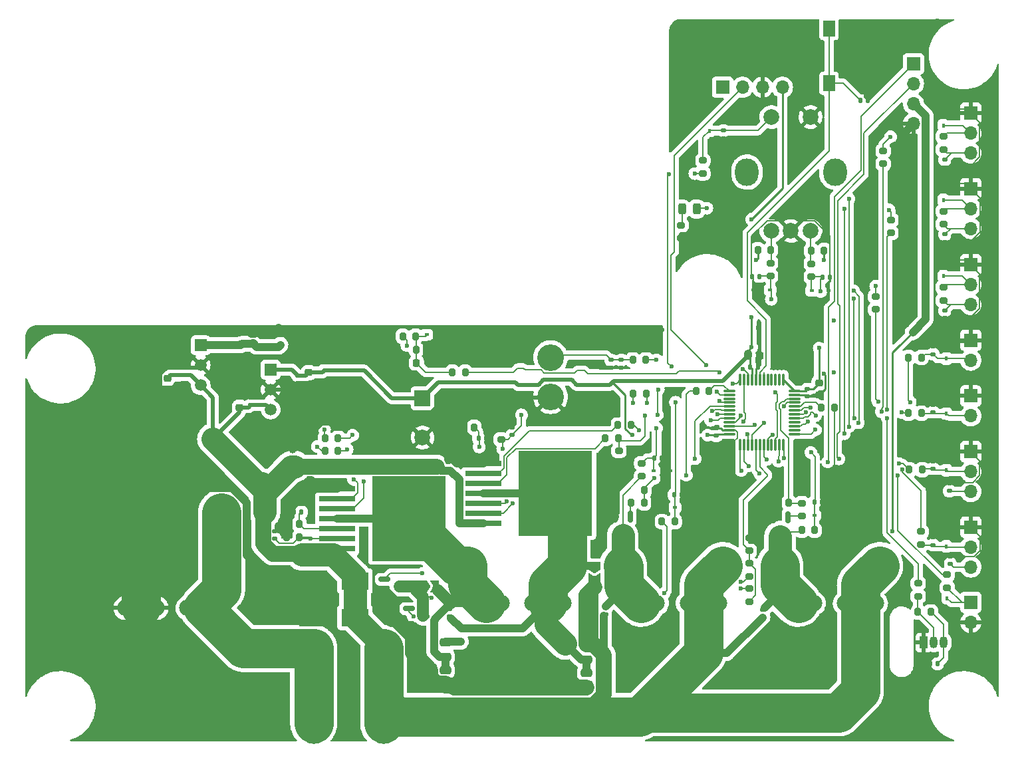
<source format=gtl>
%TF.GenerationSoftware,KiCad,Pcbnew,6.0.6-3a73a75311~116~ubuntu20.04.1*%
%TF.CreationDate,2022-07-18T20:20:35-06:00*%
%TF.ProjectId,hvac-v2,68766163-2d76-4322-9e6b-696361645f70,rev?*%
%TF.SameCoordinates,Original*%
%TF.FileFunction,Copper,L1,Top*%
%TF.FilePolarity,Positive*%
%FSLAX46Y46*%
G04 Gerber Fmt 4.6, Leading zero omitted, Abs format (unit mm)*
G04 Created by KiCad (PCBNEW 6.0.6-3a73a75311~116~ubuntu20.04.1) date 2022-07-18 20:20:35*
%MOMM*%
%LPD*%
G01*
G04 APERTURE LIST*
G04 Aperture macros list*
%AMRoundRect*
0 Rectangle with rounded corners*
0 $1 Rounding radius*
0 $2 $3 $4 $5 $6 $7 $8 $9 X,Y pos of 4 corners*
0 Add a 4 corners polygon primitive as box body*
4,1,4,$2,$3,$4,$5,$6,$7,$8,$9,$2,$3,0*
0 Add four circle primitives for the rounded corners*
1,1,$1+$1,$2,$3*
1,1,$1+$1,$4,$5*
1,1,$1+$1,$6,$7*
1,1,$1+$1,$8,$9*
0 Add four rect primitives between the rounded corners*
20,1,$1+$1,$2,$3,$4,$5,0*
20,1,$1+$1,$4,$5,$6,$7,0*
20,1,$1+$1,$6,$7,$8,$9,0*
20,1,$1+$1,$8,$9,$2,$3,0*%
%AMFreePoly0*
4,1,6,1.000000,0.000000,0.500000,-0.750000,-0.500000,-0.750000,-0.500000,0.750000,0.500000,0.750000,1.000000,0.000000,1.000000,0.000000,$1*%
%AMFreePoly1*
4,1,6,0.500000,-0.750000,-0.650000,-0.750000,-0.150000,0.000000,-0.650000,0.750000,0.500000,0.750000,0.500000,-0.750000,0.500000,-0.750000,$1*%
G04 Aperture macros list end*
%TA.AperFunction,SMDPad,CuDef*%
%ADD10RoundRect,0.200000X-0.275000X0.200000X-0.275000X-0.200000X0.275000X-0.200000X0.275000X0.200000X0*%
%TD*%
%TA.AperFunction,SMDPad,CuDef*%
%ADD11RoundRect,0.200000X0.275000X-0.200000X0.275000X0.200000X-0.275000X0.200000X-0.275000X-0.200000X0*%
%TD*%
%TA.AperFunction,SMDPad,CuDef*%
%ADD12RoundRect,0.200000X0.200000X0.275000X-0.200000X0.275000X-0.200000X-0.275000X0.200000X-0.275000X0*%
%TD*%
%TA.AperFunction,SMDPad,CuDef*%
%ADD13RoundRect,0.200000X-0.200000X-0.275000X0.200000X-0.275000X0.200000X0.275000X-0.200000X0.275000X0*%
%TD*%
%TA.AperFunction,SMDPad,CuDef*%
%ADD14RoundRect,0.150000X-0.587500X-0.150000X0.587500X-0.150000X0.587500X0.150000X-0.587500X0.150000X0*%
%TD*%
%TA.AperFunction,ComponentPad*%
%ADD15C,3.400000*%
%TD*%
%TA.AperFunction,SMDPad,CuDef*%
%ADD16RoundRect,0.225000X-0.250000X0.225000X-0.250000X-0.225000X0.250000X-0.225000X0.250000X0.225000X0*%
%TD*%
%TA.AperFunction,SMDPad,CuDef*%
%ADD17RoundRect,0.140000X-0.140000X-0.170000X0.140000X-0.170000X0.140000X0.170000X-0.140000X0.170000X0*%
%TD*%
%TA.AperFunction,SMDPad,CuDef*%
%ADD18RoundRect,0.140000X0.170000X-0.140000X0.170000X0.140000X-0.170000X0.140000X-0.170000X-0.140000X0*%
%TD*%
%TA.AperFunction,SMDPad,CuDef*%
%ADD19RoundRect,0.140000X-0.170000X0.140000X-0.170000X-0.140000X0.170000X-0.140000X0.170000X0.140000X0*%
%TD*%
%TA.AperFunction,SMDPad,CuDef*%
%ADD20RoundRect,0.140000X0.140000X0.170000X-0.140000X0.170000X-0.140000X-0.170000X0.140000X-0.170000X0*%
%TD*%
%TA.AperFunction,SMDPad,CuDef*%
%ADD21RoundRect,0.225000X-0.225000X-0.250000X0.225000X-0.250000X0.225000X0.250000X-0.225000X0.250000X0*%
%TD*%
%TA.AperFunction,SMDPad,CuDef*%
%ADD22RoundRect,0.250000X-0.475000X0.250000X-0.475000X-0.250000X0.475000X-0.250000X0.475000X0.250000X0*%
%TD*%
%TA.AperFunction,SMDPad,CuDef*%
%ADD23RoundRect,0.250000X0.475000X-0.250000X0.475000X0.250000X-0.475000X0.250000X-0.475000X-0.250000X0*%
%TD*%
%TA.AperFunction,ComponentPad*%
%ADD24R,2.000000X2.000000*%
%TD*%
%TA.AperFunction,ComponentPad*%
%ADD25C,2.000000*%
%TD*%
%TA.AperFunction,SMDPad,CuDef*%
%ADD26R,0.600000X0.450000*%
%TD*%
%TA.AperFunction,SMDPad,CuDef*%
%ADD27R,3.500000X2.300000*%
%TD*%
%TA.AperFunction,SMDPad,CuDef*%
%ADD28RoundRect,0.243750X-0.243750X-0.456250X0.243750X-0.456250X0.243750X0.456250X-0.243750X0.456250X0*%
%TD*%
%TA.AperFunction,SMDPad,CuDef*%
%ADD29R,0.450000X0.600000*%
%TD*%
%TA.AperFunction,ComponentPad*%
%ADD30R,3.200000X3.200000*%
%TD*%
%TA.AperFunction,ComponentPad*%
%ADD31O,3.200000X3.200000*%
%TD*%
%TA.AperFunction,ComponentPad*%
%ADD32C,2.625000*%
%TD*%
%TA.AperFunction,ComponentPad*%
%ADD33C,3.706000*%
%TD*%
%TA.AperFunction,ComponentPad*%
%ADD34R,1.700000X1.700000*%
%TD*%
%TA.AperFunction,ComponentPad*%
%ADD35O,1.700000X1.700000*%
%TD*%
%TA.AperFunction,ComponentPad*%
%ADD36O,6.030000X2.070000*%
%TD*%
%TA.AperFunction,SMDPad,CuDef*%
%ADD37FreePoly0,270.000000*%
%TD*%
%TA.AperFunction,SMDPad,CuDef*%
%ADD38FreePoly1,270.000000*%
%TD*%
%TA.AperFunction,SMDPad,CuDef*%
%ADD39FreePoly0,0.000000*%
%TD*%
%TA.AperFunction,SMDPad,CuDef*%
%ADD40FreePoly1,0.000000*%
%TD*%
%TA.AperFunction,SMDPad,CuDef*%
%ADD41RoundRect,0.150000X-0.150000X0.587500X-0.150000X-0.587500X0.150000X-0.587500X0.150000X0.587500X0*%
%TD*%
%TA.AperFunction,SMDPad,CuDef*%
%ADD42R,1.500000X2.000000*%
%TD*%
%TA.AperFunction,ComponentPad*%
%ADD43O,3.000000X3.500000*%
%TD*%
%TA.AperFunction,SMDPad,CuDef*%
%ADD44RoundRect,0.075000X-0.075000X0.662500X-0.075000X-0.662500X0.075000X-0.662500X0.075000X0.662500X0*%
%TD*%
%TA.AperFunction,SMDPad,CuDef*%
%ADD45RoundRect,0.075000X-0.662500X0.075000X-0.662500X-0.075000X0.662500X-0.075000X0.662500X0.075000X0*%
%TD*%
%TA.AperFunction,SMDPad,CuDef*%
%ADD46R,4.600000X0.800000*%
%TD*%
%TA.AperFunction,SMDPad,CuDef*%
%ADD47R,9.400000X10.800000*%
%TD*%
%TA.AperFunction,ComponentPad*%
%ADD48R,1.500000X1.500000*%
%TD*%
%TA.AperFunction,ComponentPad*%
%ADD49C,1.500000*%
%TD*%
%TA.AperFunction,ComponentPad*%
%ADD50R,1.050000X1.500000*%
%TD*%
%TA.AperFunction,ComponentPad*%
%ADD51O,1.050000X1.500000*%
%TD*%
%TA.AperFunction,SMDPad,CuDef*%
%ADD52RoundRect,0.225000X0.250000X-0.225000X0.250000X0.225000X-0.250000X0.225000X-0.250000X-0.225000X0*%
%TD*%
%TA.AperFunction,ViaPad*%
%ADD53C,0.600000*%
%TD*%
%TA.AperFunction,ViaPad*%
%ADD54C,1.000000*%
%TD*%
%TA.AperFunction,Conductor*%
%ADD55C,1.000000*%
%TD*%
%TA.AperFunction,Conductor*%
%ADD56C,3.000000*%
%TD*%
%TA.AperFunction,Conductor*%
%ADD57C,0.200000*%
%TD*%
%TA.AperFunction,Conductor*%
%ADD58C,1.500000*%
%TD*%
%TA.AperFunction,Conductor*%
%ADD59C,5.000000*%
%TD*%
%TA.AperFunction,Conductor*%
%ADD60C,0.500000*%
%TD*%
%TA.AperFunction,Conductor*%
%ADD61C,2.000000*%
%TD*%
%TA.AperFunction,Conductor*%
%ADD62C,0.250000*%
%TD*%
G04 APERTURE END LIST*
D10*
%TO.P,R45,1*%
%TO.N,Net-(D24-Pad1)*%
X138780000Y-94835000D03*
%TO.P,R45,2*%
%TO.N,/TEMP_AUX*%
X138780000Y-96485000D03*
%TD*%
%TO.P,R44,1*%
%TO.N,Net-(D23-Pad1)*%
X140730000Y-85095000D03*
%TO.P,R44,2*%
%TO.N,/TEMP_OUTSIDE*%
X140730000Y-86745000D03*
%TD*%
%TO.P,R43,1*%
%TO.N,Net-(D22-Pad1)*%
X139750000Y-76305000D03*
%TO.P,R43,2*%
%TO.N,/TEMP_INSIDE*%
X139750000Y-77955000D03*
%TD*%
%TO.P,R42,1*%
%TO.N,/TEMP_BUILTIN*%
X144210000Y-131375000D03*
%TO.P,R42,2*%
%TO.N,Net-(R25-Pad2)*%
X144210000Y-133025000D03*
%TD*%
D11*
%TO.P,R41,1*%
%TO.N,/BUTTON*%
X116790000Y-79175000D03*
%TO.P,R41,2*%
%TO.N,Net-(C24-Pad1)*%
X116790000Y-77525000D03*
%TD*%
D12*
%TO.P,R40,1*%
%TO.N,/BRIDGE_SENSE_N*%
X117555000Y-106870000D03*
%TO.P,R40,2*%
%TO.N,Net-(C20-Pad1)*%
X115905000Y-106870000D03*
%TD*%
D11*
%TO.P,R39,1*%
%TO.N,/FAN_SIGNAL*%
X122710000Y-133675000D03*
%TO.P,R39,2*%
%TO.N,Net-(Q4-Pad1)*%
X122710000Y-132025000D03*
%TD*%
D12*
%TO.P,R38,1*%
%TO.N,/VBATT_DIV*%
X86535000Y-104490000D03*
%TO.P,R38,2*%
%TO.N,Net-(C14-Pad1)*%
X84885000Y-104490000D03*
%TD*%
D13*
%TO.P,R31,1*%
%TO.N,Net-(C3-Pad1)*%
X107925000Y-107200000D03*
%TO.P,R31,2*%
%TO.N,/BRIDGE_SENSE_P*%
X109575000Y-107200000D03*
%TD*%
D14*
%TO.P,Q4,1,G*%
%TO.N,Net-(Q4-Pad1)*%
X79332500Y-134590000D03*
%TO.P,Q4,2,S*%
%TO.N,GND*%
X79332500Y-136490000D03*
%TO.P,Q4,3,D*%
%TO.N,Net-(JP2-Pad1)*%
X81207500Y-135540000D03*
%TD*%
D15*
%TO.P,BZ1,1,-*%
%TO.N,Net-(BZ1-Pad1)*%
X97400000Y-102600000D03*
%TO.P,BZ1,2,+*%
%TO.N,GND*%
X97400000Y-107600000D03*
%TD*%
D16*
%TO.P,C1,1*%
%TO.N,VCC*%
X131600000Y-105825000D03*
%TO.P,C1,2*%
%TO.N,GND*%
X131600000Y-107375000D03*
%TD*%
D17*
%TO.P,C2,1*%
%TO.N,/NRST*%
X136820000Y-69900000D03*
%TO.P,C2,2*%
%TO.N,GND*%
X137780000Y-69900000D03*
%TD*%
D18*
%TO.P,C3,1*%
%TO.N,Net-(C3-Pad1)*%
X92500000Y-112480000D03*
%TO.P,C3,2*%
%TO.N,GND*%
X92500000Y-111520000D03*
%TD*%
D19*
%TO.P,C5,1*%
%TO.N,VCC*%
X130100000Y-106620000D03*
%TO.P,C5,2*%
%TO.N,GND*%
X130100000Y-107580000D03*
%TD*%
D17*
%TO.P,C6,1*%
%TO.N,/FAN_SENSE*%
X113120000Y-120100000D03*
%TO.P,C6,2*%
%TO.N,GND*%
X114080000Y-120100000D03*
%TD*%
D20*
%TO.P,C7,1*%
%TO.N,GND*%
X89180000Y-112900000D03*
%TO.P,C7,2*%
%TO.N,Net-(C7-Pad2)*%
X88220000Y-112900000D03*
%TD*%
D17*
%TO.P,C8,1*%
%TO.N,VCC*%
X122820000Y-103800000D03*
%TO.P,C8,2*%
%TO.N,GND*%
X123780000Y-103800000D03*
%TD*%
D21*
%TO.P,C9,1*%
%TO.N,VCC*%
X122525000Y-102400000D03*
%TO.P,C9,2*%
%TO.N,GND*%
X124075000Y-102400000D03*
%TD*%
D22*
%TO.P,C10,1*%
%TO.N,+BATT*%
X102000000Y-139150000D03*
%TO.P,C10,2*%
%TO.N,/FAN_P*%
X102000000Y-141050000D03*
%TD*%
%TO.P,C11,1*%
%TO.N,/FAN_P*%
X102000000Y-142750000D03*
%TO.P,C11,2*%
%TO.N,GND*%
X102000000Y-144650000D03*
%TD*%
D18*
%TO.P,C12,1*%
%TO.N,+BATT*%
X84400000Y-116880000D03*
%TO.P,C12,2*%
%TO.N,GND*%
X84400000Y-115920000D03*
%TD*%
%TO.P,C13,1*%
%TO.N,GND*%
X66700000Y-117980000D03*
%TO.P,C13,2*%
%TO.N,+BATT*%
X66700000Y-117020000D03*
%TD*%
D21*
%TO.P,C14,1*%
%TO.N,Net-(C14-Pad1)*%
X80325000Y-103300000D03*
%TO.P,C14,2*%
%TO.N,GND*%
X81875000Y-103300000D03*
%TD*%
D23*
%TO.P,C15,1*%
%TO.N,/FAN_N*%
X84000000Y-140750000D03*
%TO.P,C15,2*%
%TO.N,+BATT*%
X84000000Y-138850000D03*
%TD*%
%TO.P,C16,1*%
%TO.N,GND*%
X84000000Y-144350000D03*
%TO.P,C16,2*%
%TO.N,/FAN_N*%
X84000000Y-142450000D03*
%TD*%
D18*
%TO.P,C17,1*%
%TO.N,/FAN_P*%
X84500000Y-135580000D03*
%TO.P,C17,2*%
%TO.N,/FAN_N*%
X84500000Y-134620000D03*
%TD*%
D20*
%TO.P,C18,1*%
%TO.N,Net-(C18-Pad1)*%
X65680000Y-122300000D03*
%TO.P,C18,2*%
%TO.N,GND*%
X64720000Y-122300000D03*
%TD*%
D24*
%TO.P,C19,1*%
%TO.N,+BATT*%
X54400000Y-113000000D03*
D25*
%TO.P,C19,2*%
%TO.N,GND*%
X49400000Y-113000000D03*
%TD*%
D18*
%TO.P,C20,1*%
%TO.N,Net-(C20-Pad1)*%
X62300000Y-125680000D03*
%TO.P,C20,2*%
%TO.N,GND*%
X62300000Y-124720000D03*
%TD*%
D17*
%TO.P,C21,1*%
%TO.N,/ENC_A*%
X132020000Y-92400000D03*
%TO.P,C21,2*%
%TO.N,GND*%
X132980000Y-92400000D03*
%TD*%
D19*
%TO.P,C22,1*%
%TO.N,Net-(BZ1-Pad1)*%
X106400000Y-102920000D03*
%TO.P,C22,2*%
%TO.N,GND*%
X106400000Y-103880000D03*
%TD*%
%TO.P,C23,1*%
%TO.N,Net-(BZ1-Pad1)*%
X105100000Y-102920000D03*
%TO.P,C23,2*%
%TO.N,GND*%
X105100000Y-103880000D03*
%TD*%
%TO.P,C24,1*%
%TO.N,Net-(C24-Pad1)*%
X119400000Y-73720000D03*
%TO.P,C24,2*%
%TO.N,GND*%
X119400000Y-74680000D03*
%TD*%
D17*
%TO.P,C25,1*%
%TO.N,/PUMP_SENSE*%
X110620000Y-115400000D03*
%TO.P,C25,2*%
%TO.N,GND*%
X111580000Y-115400000D03*
%TD*%
%TO.P,C26,1*%
%TO.N,/ACC_SENSE*%
X131020000Y-121000000D03*
%TO.P,C26,2*%
%TO.N,GND*%
X131980000Y-121000000D03*
%TD*%
%TO.P,C27,1*%
%TO.N,GND*%
X123020000Y-92300000D03*
%TO.P,C27,2*%
%TO.N,/ENC_B*%
X123980000Y-92300000D03*
%TD*%
D18*
%TO.P,C28,1*%
%TO.N,Net-(C28-Pad1)*%
X146100000Y-116780000D03*
%TO.P,C28,2*%
%TO.N,GND*%
X146100000Y-115820000D03*
%TD*%
%TO.P,C29,1*%
%TO.N,Net-(C29-Pad1)*%
X146100000Y-126480000D03*
%TO.P,C29,2*%
%TO.N,GND*%
X146100000Y-125520000D03*
%TD*%
D19*
%TO.P,C30,1*%
%TO.N,GND*%
X59200000Y-107720000D03*
%TO.P,C30,2*%
%TO.N,+BATT*%
X59200000Y-108680000D03*
%TD*%
D18*
%TO.P,C31,1*%
%TO.N,Net-(C31-Pad1)*%
X146100000Y-102180000D03*
%TO.P,C31,2*%
%TO.N,GND*%
X146100000Y-101220000D03*
%TD*%
%TO.P,C32,1*%
%TO.N,Net-(C32-Pad1)*%
X146100000Y-109580000D03*
%TO.P,C32,2*%
%TO.N,GND*%
X146100000Y-108620000D03*
%TD*%
%TO.P,C33,1*%
%TO.N,+BATT*%
X104400000Y-135280000D03*
%TO.P,C33,2*%
%TO.N,/PUMP_OUT*%
X104400000Y-134320000D03*
%TD*%
%TO.P,C34,1*%
%TO.N,+BATT*%
X124400000Y-135680000D03*
%TO.P,C34,2*%
%TO.N,/ACC_OUT*%
X124400000Y-134720000D03*
%TD*%
D19*
%TO.P,C35,1*%
%TO.N,VCC*%
X65200000Y-104900000D03*
%TO.P,C35,2*%
%TO.N,GND*%
X65200000Y-105860000D03*
%TD*%
D18*
%TO.P,C36,1*%
%TO.N,VCC*%
X148200000Y-119600000D03*
%TO.P,C36,2*%
%TO.N,GND*%
X148200000Y-118640000D03*
%TD*%
%TO.P,C37,1*%
%TO.N,+5V*%
X148300000Y-128880000D03*
%TO.P,C37,2*%
%TO.N,GND*%
X148300000Y-127920000D03*
%TD*%
D16*
%TO.P,C38,1*%
%TO.N,VCC*%
X66600000Y-104525000D03*
%TO.P,C38,2*%
%TO.N,GND*%
X66600000Y-106075000D03*
%TD*%
D24*
%TO.P,C39,1*%
%TO.N,VCC*%
X81100000Y-107800000D03*
D25*
%TO.P,C39,2*%
%TO.N,GND*%
X81100000Y-112800000D03*
%TD*%
D20*
%TO.P,C40,1*%
%TO.N,VCC*%
X146680000Y-141600000D03*
%TO.P,C40,2*%
%TO.N,GND*%
X145720000Y-141600000D03*
%TD*%
D19*
%TO.P,C41,1*%
%TO.N,VCC*%
X147600000Y-77420000D03*
%TO.P,C41,2*%
%TO.N,GND*%
X147600000Y-78380000D03*
%TD*%
%TO.P,C42,1*%
%TO.N,VCC*%
X147600000Y-86920000D03*
%TO.P,C42,2*%
%TO.N,GND*%
X147600000Y-87880000D03*
%TD*%
%TO.P,C43,1*%
%TO.N,VCC*%
X147600000Y-96620000D03*
%TO.P,C43,2*%
%TO.N,GND*%
X147600000Y-97580000D03*
%TD*%
D26*
%TO.P,D1,1,A1*%
%TO.N,/FAN_SENSE*%
X113250000Y-121700000D03*
%TO.P,D1,2,A2*%
%TO.N,GND*%
X115350000Y-121700000D03*
%TD*%
%TO.P,D2,1,A1*%
%TO.N,Net-(C14-Pad1)*%
X81650000Y-99700000D03*
%TO.P,D2,2,A2*%
%TO.N,GND*%
X83750000Y-99700000D03*
%TD*%
D27*
%TO.P,D4,1,A1*%
%TO.N,+BATT*%
X72500000Y-131100000D03*
%TO.P,D4,2,A2*%
%TO.N,GND*%
X67100000Y-131100000D03*
%TD*%
D28*
%TO.P,D5,1,K*%
%TO.N,Net-(D5-Pad1)*%
X114125000Y-83700000D03*
%TO.P,D5,2,A*%
%TO.N,/LED*%
X116000000Y-83700000D03*
%TD*%
D29*
%TO.P,D6,1,A1*%
%TO.N,GND*%
X147900000Y-135350000D03*
%TO.P,D6,2,A2*%
%TO.N,Net-(D6-Pad2)*%
X147900000Y-133250000D03*
%TD*%
D26*
%TO.P,D7,1,A1*%
%TO.N,GND*%
X132750000Y-94100000D03*
%TO.P,D7,2,A2*%
%TO.N,/ENC_A*%
X130650000Y-94100000D03*
%TD*%
D30*
%TO.P,D8,1,K*%
%TO.N,Net-(D8-Pad1)*%
X55500000Y-122400000D03*
D31*
%TO.P,D8,2,A*%
%TO.N,GND*%
X42800000Y-122400000D03*
%TD*%
D30*
%TO.P,D9,1,K*%
%TO.N,Net-(D8-Pad1)*%
X55500000Y-128700000D03*
D31*
%TO.P,D9,2,A*%
%TO.N,GND*%
X42800000Y-128700000D03*
%TD*%
D29*
%TO.P,D10,1,A1*%
%TO.N,Net-(C24-Pad1)*%
X117600000Y-73750000D03*
%TO.P,D10,2,A2*%
%TO.N,GND*%
X117600000Y-75850000D03*
%TD*%
D26*
%TO.P,D11,1,A1*%
%TO.N,/PUMP_SENSE*%
X110550000Y-117000000D03*
%TO.P,D11,2,A2*%
%TO.N,GND*%
X112650000Y-117000000D03*
%TD*%
%TO.P,D12,1,A1*%
%TO.N,/ACC_SENSE*%
X131050000Y-122700000D03*
%TO.P,D12,2,A2*%
%TO.N,GND*%
X133150000Y-122700000D03*
%TD*%
%TO.P,D13,1,A1*%
%TO.N,/ENC_B*%
X125350000Y-94000000D03*
%TO.P,D13,2,A2*%
%TO.N,GND*%
X123250000Y-94000000D03*
%TD*%
D29*
%TO.P,D14,1,A1*%
%TO.N,Net-(C28-Pad1)*%
X147800000Y-116950000D03*
%TO.P,D14,2,A2*%
%TO.N,GND*%
X147800000Y-114850000D03*
%TD*%
%TO.P,D15,1,A1*%
%TO.N,Net-(C29-Pad1)*%
X147800000Y-126650000D03*
%TO.P,D15,2,A2*%
%TO.N,GND*%
X147800000Y-124550000D03*
%TD*%
D27*
%TO.P,D16,1,A1*%
%TO.N,+BATT*%
X72500000Y-135700000D03*
%TO.P,D16,2,A2*%
%TO.N,GND*%
X67100000Y-135700000D03*
%TD*%
D30*
%TO.P,D17,1,K*%
%TO.N,+BATT*%
X119300000Y-129100000D03*
D31*
%TO.P,D17,2,A*%
%TO.N,/PUMP_OUT*%
X106600000Y-129100000D03*
%TD*%
D30*
%TO.P,D18,1,K*%
%TO.N,+BATT*%
X139300000Y-129100000D03*
D31*
%TO.P,D18,2,A*%
%TO.N,/ACC_OUT*%
X126600000Y-129100000D03*
%TD*%
D29*
%TO.P,D19,1,A1*%
%TO.N,Net-(C31-Pad1)*%
X147800000Y-102750000D03*
%TO.P,D19,2,A2*%
%TO.N,GND*%
X147800000Y-100650000D03*
%TD*%
%TO.P,D20,1,A1*%
%TO.N,Net-(C32-Pad1)*%
X147800000Y-109750000D03*
%TO.P,D20,2,A2*%
%TO.N,GND*%
X147800000Y-107650000D03*
%TD*%
%TO.P,D21,1,A1*%
%TO.N,VCC*%
X68600000Y-104250000D03*
%TO.P,D21,2,A2*%
%TO.N,GND*%
X68600000Y-106350000D03*
%TD*%
%TO.P,D22,1,A1*%
%TO.N,Net-(D22-Pad1)*%
X147400000Y-73050000D03*
%TO.P,D22,2,A2*%
%TO.N,GND*%
X147400000Y-70950000D03*
%TD*%
%TO.P,D23,1,A1*%
%TO.N,Net-(D23-Pad1)*%
X147400000Y-82550000D03*
%TO.P,D23,2,A2*%
%TO.N,GND*%
X147400000Y-80450000D03*
%TD*%
%TO.P,D24,1,A1*%
%TO.N,Net-(D24-Pad1)*%
X147400000Y-92250000D03*
%TO.P,D24,2,A2*%
%TO.N,GND*%
X147400000Y-90150000D03*
%TD*%
D32*
%TO.P,F1,1,IN*%
%TO.N,Net-(D8-Pad1)*%
X67250000Y-139650000D03*
D33*
X67250000Y-149950000D03*
%TO.P,F1,2,OUT*%
%TO.N,+BATT*%
X76150000Y-149950000D03*
D32*
X76150000Y-139650000D03*
%TD*%
D34*
%TO.P,J3,1,Pin_1*%
%TO.N,Net-(D6-Pad2)*%
X150900000Y-133800000D03*
D35*
%TO.P,J3,2,Pin_2*%
%TO.N,GND*%
X150900000Y-136340000D03*
%TD*%
D36*
%TO.P,J4,1*%
%TO.N,Net-(D8-Pad1)*%
X53150000Y-134500000D03*
%TO.P,J4,2*%
%TO.N,GND*%
X45250000Y-134500000D03*
%TD*%
D34*
%TO.P,J5,1,Pin_1*%
%TO.N,GND*%
X150900000Y-114600000D03*
D35*
%TO.P,J5,2,Pin_2*%
%TO.N,Net-(C28-Pad1)*%
X150900000Y-117140000D03*
%TO.P,J5,3,Pin_3*%
%TO.N,VCC*%
X150900000Y-119680000D03*
%TD*%
D34*
%TO.P,J6,1,Pin_1*%
%TO.N,GND*%
X150900000Y-124200000D03*
D35*
%TO.P,J6,2,Pin_2*%
%TO.N,Net-(C29-Pad1)*%
X150900000Y-126740000D03*
%TO.P,J6,3,Pin_3*%
%TO.N,+5V*%
X150900000Y-129280000D03*
%TD*%
D36*
%TO.P,J7,1*%
%TO.N,+BATT*%
X116850000Y-133900000D03*
%TO.P,J7,2*%
%TO.N,/PUMP_OUT*%
X108950000Y-133900000D03*
%TD*%
%TO.P,J8,1*%
%TO.N,+BATT*%
X136850000Y-133900000D03*
%TO.P,J8,2*%
%TO.N,/ACC_OUT*%
X128950000Y-133900000D03*
%TD*%
D34*
%TO.P,J9,1,Pin_1*%
%TO.N,GND*%
X150900000Y-100400000D03*
D35*
%TO.P,J9,2,Pin_2*%
%TO.N,Net-(C31-Pad1)*%
X150900000Y-102940000D03*
%TD*%
D34*
%TO.P,J10,1,Pin_1*%
%TO.N,GND*%
X150900000Y-107500000D03*
D35*
%TO.P,J10,2,Pin_2*%
%TO.N,Net-(C32-Pad1)*%
X150900000Y-110040000D03*
%TD*%
D34*
%TO.P,J12,1,Pin_1*%
%TO.N,GND*%
X150900000Y-81100000D03*
D35*
%TO.P,J12,2,Pin_2*%
%TO.N,Net-(D23-Pad1)*%
X150900000Y-83640000D03*
%TO.P,J12,3,Pin_3*%
%TO.N,VCC*%
X150900000Y-86180000D03*
%TD*%
D34*
%TO.P,J13,1,Pin_1*%
%TO.N,GND*%
X150900000Y-90800000D03*
D35*
%TO.P,J13,2,Pin_2*%
%TO.N,Net-(D24-Pad1)*%
X150900000Y-93340000D03*
%TO.P,J13,3,Pin_3*%
%TO.N,VCC*%
X150900000Y-95880000D03*
%TD*%
D34*
%TO.P,J14,1,Pin_1*%
%TO.N,/SWCLK*%
X119300000Y-68200000D03*
D35*
%TO.P,J14,2,Pin_2*%
%TO.N,/SWDIO*%
X121840000Y-68200000D03*
%TO.P,J14,3,Pin_3*%
%TO.N,GND*%
X124380000Y-68200000D03*
%TO.P,J14,4,Pin_4*%
%TO.N,VCC*%
X126920000Y-68200000D03*
%TD*%
D37*
%TO.P,JP1,1,A*%
%TO.N,/FAN_P*%
X103000000Y-129175000D03*
D38*
%TO.P,JP1,2,B*%
%TO.N,+BATT*%
X103000000Y-130625000D03*
%TD*%
D39*
%TO.P,JP2,1,A*%
%TO.N,Net-(JP2-Pad1)*%
X81175000Y-131800000D03*
D40*
%TO.P,JP2,2,B*%
%TO.N,/FAN_N*%
X82625000Y-131800000D03*
%TD*%
D14*
%TO.P,Q1,1,G*%
%TO.N,Net-(Q1-Pad1)*%
X76262500Y-130850000D03*
%TO.P,Q1,2,S*%
%TO.N,GND*%
X76262500Y-132750000D03*
%TO.P,Q1,3,D*%
%TO.N,Net-(JP2-Pad1)*%
X78137500Y-131800000D03*
%TD*%
D41*
%TO.P,Q2,1,G*%
%TO.N,Net-(Q2-Pad1)*%
X107550000Y-122862500D03*
%TO.P,Q2,2,S*%
%TO.N,GND*%
X105650000Y-122862500D03*
%TO.P,Q2,3,D*%
%TO.N,/PUMP_OUT*%
X106600000Y-124737500D03*
%TD*%
%TO.P,Q3,1,G*%
%TO.N,Net-(Q3-Pad1)*%
X127650000Y-122962500D03*
%TO.P,Q3,2,S*%
%TO.N,GND*%
X125750000Y-122962500D03*
%TO.P,Q3,3,D*%
%TO.N,/ACC_OUT*%
X126700000Y-124837500D03*
%TD*%
D11*
%TO.P,R1,1*%
%TO.N,Net-(C3-Pad1)*%
X91100000Y-113025000D03*
%TO.P,R1,2*%
%TO.N,GND*%
X91100000Y-111375000D03*
%TD*%
D13*
%TO.P,R2,1*%
%TO.N,/BOOT0*%
X131875000Y-109000000D03*
%TO.P,R2,2*%
%TO.N,GND*%
X133525000Y-109000000D03*
%TD*%
D12*
%TO.P,R3,1*%
%TO.N,/BRIDGE_P*%
X107625000Y-111200000D03*
%TO.P,R3,2*%
%TO.N,Net-(R3-Pad2)*%
X105975000Y-111200000D03*
%TD*%
%TO.P,R4,1*%
%TO.N,/BRIDGE_ENABLE*%
X106025000Y-112900000D03*
%TO.P,R4,2*%
%TO.N,Net-(R4-Pad2)*%
X104375000Y-112900000D03*
%TD*%
D13*
%TO.P,R5,1*%
%TO.N,Net-(C7-Pad2)*%
X87675000Y-111500000D03*
%TO.P,R5,2*%
%TO.N,GND*%
X89325000Y-111500000D03*
%TD*%
%TO.P,R6,1*%
%TO.N,Net-(JP2-Pad1)*%
X111575000Y-123500000D03*
%TO.P,R6,2*%
%TO.N,/FAN_SENSE*%
X113225000Y-123500000D03*
%TD*%
D11*
%TO.P,R7,1*%
%TO.N,Net-(Q1-Pad1)*%
X122700000Y-130450000D03*
%TO.P,R7,2*%
%TO.N,/FAN_SIGNAL*%
X122700000Y-128800000D03*
%TD*%
D13*
%TO.P,R8,1*%
%TO.N,+BATT*%
X78575000Y-99900000D03*
%TO.P,R8,2*%
%TO.N,Net-(C14-Pad1)*%
X80225000Y-99900000D03*
%TD*%
%TO.P,R9,1*%
%TO.N,Net-(C14-Pad1)*%
X80275000Y-101600000D03*
%TO.P,R9,2*%
%TO.N,GND*%
X81925000Y-101600000D03*
%TD*%
D12*
%TO.P,R10,1*%
%TO.N,Net-(C18-Pad1)*%
X65425000Y-123800000D03*
%TO.P,R10,2*%
%TO.N,GND*%
X63775000Y-123800000D03*
%TD*%
D13*
%TO.P,R11,1*%
%TO.N,Net-(R11-Pad1)*%
X68675000Y-112900000D03*
%TO.P,R11,2*%
%TO.N,/BRIDGE_ENABLE*%
X70325000Y-112900000D03*
%TD*%
%TO.P,R12,1*%
%TO.N,Net-(R12-Pad1)*%
X68675000Y-114500000D03*
%TO.P,R12,2*%
%TO.N,/BRIDGE_N*%
X70325000Y-114500000D03*
%TD*%
D11*
%TO.P,R13,1*%
%TO.N,GND*%
X114000000Y-87425000D03*
%TO.P,R13,2*%
%TO.N,Net-(D5-Pad1)*%
X114000000Y-85775000D03*
%TD*%
D12*
%TO.P,R14,1*%
%TO.N,Net-(C20-Pad1)*%
X65425000Y-125500000D03*
%TO.P,R14,2*%
%TO.N,GND*%
X63775000Y-125500000D03*
%TD*%
D10*
%TO.P,R15,1*%
%TO.N,/PWM_OUT*%
X147900000Y-130275000D03*
%TO.P,R15,2*%
%TO.N,Net-(D6-Pad2)*%
X147900000Y-131925000D03*
%TD*%
D12*
%TO.P,R16,1*%
%TO.N,/BUZZER*%
X109525000Y-102900000D03*
%TO.P,R16,2*%
%TO.N,Net-(BZ1-Pad1)*%
X107875000Y-102900000D03*
%TD*%
%TO.P,R18,1*%
%TO.N,VCC*%
X132225000Y-89000000D03*
%TO.P,R18,2*%
%TO.N,Net-(R17-Pad1)*%
X130575000Y-89000000D03*
%TD*%
%TO.P,R19,1*%
%TO.N,Net-(R19-Pad1)*%
X125425000Y-88900000D03*
%TO.P,R19,2*%
%TO.N,VCC*%
X123775000Y-88900000D03*
%TD*%
D11*
%TO.P,R20,1*%
%TO.N,/ENC_B*%
X125400000Y-92225000D03*
%TO.P,R20,2*%
%TO.N,Net-(R19-Pad1)*%
X125400000Y-90575000D03*
%TD*%
%TO.P,R21,1*%
%TO.N,/PUMP_OUT*%
X109000000Y-117725000D03*
%TO.P,R21,2*%
%TO.N,/PUMP_SENSE*%
X109000000Y-116075000D03*
%TD*%
D13*
%TO.P,R22,1*%
%TO.N,/ACC_OUT*%
X129375000Y-124600000D03*
%TO.P,R22,2*%
%TO.N,/ACC_SENSE*%
X131025000Y-124600000D03*
%TD*%
%TO.P,R23,1*%
%TO.N,Net-(Q2-Pad1)*%
X107675000Y-121100000D03*
%TO.P,R23,2*%
%TO.N,/PUMP_SIGNAL*%
X109325000Y-121100000D03*
%TD*%
D11*
%TO.P,R24,1*%
%TO.N,Net-(Q3-Pad1)*%
X129400000Y-122825000D03*
%TO.P,R24,2*%
%TO.N,/ACC_SIGNAL*%
X129400000Y-121175000D03*
%TD*%
D12*
%TO.P,R25,1*%
%TO.N,VCC*%
X145825000Y-135000000D03*
%TO.P,R25,2*%
%TO.N,Net-(R25-Pad2)*%
X144175000Y-135000000D03*
%TD*%
D11*
%TO.P,R26,1*%
%TO.N,VCC*%
X147400000Y-76125000D03*
%TO.P,R26,2*%
%TO.N,Net-(D22-Pad1)*%
X147400000Y-74475000D03*
%TD*%
%TO.P,R27,1*%
%TO.N,VCC*%
X147400000Y-85625000D03*
%TO.P,R27,2*%
%TO.N,Net-(D23-Pad1)*%
X147400000Y-83975000D03*
%TD*%
%TO.P,R28,1*%
%TO.N,VCC*%
X147400000Y-95325000D03*
%TO.P,R28,2*%
%TO.N,Net-(D24-Pad1)*%
X147400000Y-93675000D03*
%TD*%
D42*
%TO.P,SW1,1,1*%
%TO.N,/NRST*%
X132850000Y-60700000D03*
X132850000Y-67700000D03*
%TO.P,SW1,2,2*%
%TO.N,GND*%
X137350000Y-60700000D03*
X137350000Y-67700000D03*
%TD*%
D25*
%TO.P,SW2,A,A*%
%TO.N,Net-(R19-Pad1)*%
X125500000Y-86500000D03*
%TO.P,SW2,B,B*%
%TO.N,Net-(R17-Pad1)*%
X130500000Y-86500000D03*
%TO.P,SW2,C,C*%
%TO.N,GND*%
X128000000Y-86500000D03*
%TO.P,SW2,S1,S1*%
%TO.N,Net-(C24-Pad1)*%
X125500000Y-72000000D03*
%TO.P,SW2,S2,S2*%
%TO.N,GND*%
X130500000Y-72000000D03*
D43*
%TO.P,SW2,~*%
%TO.N,N/C*%
X133600000Y-79000000D03*
X122400000Y-79000000D03*
%TD*%
D44*
%TO.P,U1,1,VDD*%
%TO.N,VCC*%
X127050000Y-105437500D03*
%TO.P,U1,2,PC13*%
%TO.N,unconnected-(U1-Pad2)*%
X126550000Y-105437500D03*
%TO.P,U1,3,PC14*%
%TO.N,unconnected-(U1-Pad3)*%
X126050000Y-105437500D03*
%TO.P,U1,4,PC15*%
%TO.N,unconnected-(U1-Pad4)*%
X125550000Y-105437500D03*
%TO.P,U1,5,PF0*%
%TO.N,unconnected-(U1-Pad5)*%
X125050000Y-105437500D03*
%TO.P,U1,6,PF1*%
%TO.N,unconnected-(U1-Pad6)*%
X124550000Y-105437500D03*
%TO.P,U1,7,NRST*%
%TO.N,/NRST*%
X124050000Y-105437500D03*
%TO.P,U1,8,VSSA*%
%TO.N,GND*%
X123550000Y-105437500D03*
%TO.P,U1,9,VDDA*%
%TO.N,VCC*%
X123050000Y-105437500D03*
%TO.P,U1,10,PA0*%
%TO.N,/VBATT_DIV*%
X122550000Y-105437500D03*
%TO.P,U1,11,PA1*%
%TO.N,/PUMP_SENSE*%
X122050000Y-105437500D03*
%TO.P,U1,12,PA2*%
%TO.N,/BRIDGE_SENSE_P*%
X121550000Y-105437500D03*
D45*
%TO.P,U1,13,PA3*%
%TO.N,/BRIDGE_SENSE_N*%
X120137500Y-106850000D03*
%TO.P,U1,14,PA4*%
%TO.N,/BUTTON*%
X120137500Y-107350000D03*
%TO.P,U1,15,PA5*%
%TO.N,unconnected-(U1-Pad15)*%
X120137500Y-107850000D03*
%TO.P,U1,16,PA6*%
%TO.N,/FAN_SENSE*%
X120137500Y-108350000D03*
%TO.P,U1,17,PA7*%
%TO.N,/ACC_SENSE*%
X120137500Y-108850000D03*
%TO.P,U1,18,PB0*%
%TO.N,/BRIDGE_ENABLE*%
X120137500Y-109350000D03*
%TO.P,U1,19,PB1*%
%TO.N,/BUZZER*%
X120137500Y-109850000D03*
%TO.P,U1,20,PB2*%
%TO.N,/BRIDGE_N*%
X120137500Y-110350000D03*
%TO.P,U1,21,PB10*%
%TO.N,/SW_WATER*%
X120137500Y-110850000D03*
%TO.P,U1,22,PB11*%
%TO.N,/SW_1*%
X120137500Y-111350000D03*
%TO.P,U1,23,VSS*%
%TO.N,GND*%
X120137500Y-111850000D03*
%TO.P,U1,24,VDD*%
%TO.N,VCC*%
X120137500Y-112350000D03*
D44*
%TO.P,U1,25,PB12*%
%TO.N,/SW_3*%
X121550000Y-113762500D03*
%TO.P,U1,26,PB13*%
%TO.N,/SW_2*%
X122050000Y-113762500D03*
%TO.P,U1,27,PB14*%
%TO.N,/ENC_A*%
X122550000Y-113762500D03*
%TO.P,U1,28,PB15*%
%TO.N,/ENC_B*%
X123050000Y-113762500D03*
%TO.P,U1,29,PA8*%
%TO.N,/PWM_OUT*%
X123550000Y-113762500D03*
%TO.P,U1,30,PA9*%
%TO.N,/FAN_SIGNAL*%
X124050000Y-113762500D03*
%TO.P,U1,31,PA10*%
%TO.N,/PUMP_SIGNAL*%
X124550000Y-113762500D03*
%TO.P,U1,32,PA11*%
%TO.N,/LED*%
X125050000Y-113762500D03*
%TO.P,U1,33,PA12*%
%TO.N,unconnected-(U1-Pad33)*%
X125550000Y-113762500D03*
%TO.P,U1,34,PA13*%
%TO.N,/SWDIO*%
X126050000Y-113762500D03*
%TO.P,U1,35,PF6*%
%TO.N,/SCL*%
X126550000Y-113762500D03*
%TO.P,U1,36,PF7*%
%TO.N,/SDA*%
X127050000Y-113762500D03*
D45*
%TO.P,U1,37,PA14*%
%TO.N,/SWCLK*%
X128462500Y-112350000D03*
%TO.P,U1,38,PA15*%
%TO.N,unconnected-(U1-Pad38)*%
X128462500Y-111850000D03*
%TO.P,U1,39,PB3*%
%TO.N,/BRIDGE_P*%
X128462500Y-111350000D03*
%TO.P,U1,40,PB4*%
%TO.N,unconnected-(U1-Pad40)*%
X128462500Y-110850000D03*
%TO.P,U1,41,PB5*%
%TO.N,/TEMP_BUILTIN*%
X128462500Y-110350000D03*
%TO.P,U1,42,PB6*%
%TO.N,/TEMP_INSIDE*%
X128462500Y-109850000D03*
%TO.P,U1,43,PB7*%
%TO.N,/TEMP_OUTSIDE*%
X128462500Y-109350000D03*
%TO.P,U1,44,BOOT0*%
%TO.N,/BOOT0*%
X128462500Y-108850000D03*
%TO.P,U1,45,PB8*%
%TO.N,/TEMP_AUX*%
X128462500Y-108350000D03*
%TO.P,U1,46,PB9*%
%TO.N,/ACC_SIGNAL*%
X128462500Y-107850000D03*
%TO.P,U1,47,VSS*%
%TO.N,GND*%
X128462500Y-107350000D03*
%TO.P,U1,48,VDD*%
%TO.N,VCC*%
X128462500Y-106850000D03*
%TD*%
D46*
%TO.P,U2,1,GND*%
%TO.N,GND*%
X88850000Y-116090000D03*
%TO.P,U2,2,IN*%
%TO.N,Net-(R3-Pad2)*%
X88850000Y-117360000D03*
%TO.P,U2,3,INH*%
%TO.N,Net-(R4-Pad2)*%
X88850000Y-118630000D03*
%TO.P,U2,4,OUT*%
%TO.N,/FAN_P*%
X88850000Y-119900000D03*
%TO.P,U2,5,SR*%
%TO.N,Net-(C7-Pad2)*%
X88850000Y-121170000D03*
%TO.P,U2,6,IS*%
%TO.N,Net-(C3-Pad1)*%
X88850000Y-122440000D03*
%TO.P,U2,7,VS*%
%TO.N,+BATT*%
X88850000Y-123710000D03*
D47*
%TO.P,U2,8,OUT*%
%TO.N,/FAN_P*%
X98000000Y-119900000D03*
%TD*%
D46*
%TO.P,U3,1,GND*%
%TO.N,GND*%
X70225000Y-119290000D03*
%TO.P,U3,2,IN*%
%TO.N,Net-(R12-Pad1)*%
X70225000Y-120560000D03*
%TO.P,U3,3,INH*%
%TO.N,Net-(R11-Pad1)*%
X70225000Y-121830000D03*
%TO.P,U3,4,OUT*%
%TO.N,/FAN_N*%
X70225000Y-123100000D03*
%TO.P,U3,5,SR*%
%TO.N,Net-(C18-Pad1)*%
X70225000Y-124370000D03*
%TO.P,U3,6,IS*%
%TO.N,Net-(C20-Pad1)*%
X70225000Y-125640000D03*
%TO.P,U3,7,VS*%
%TO.N,+BATT*%
X70225000Y-126910000D03*
D47*
%TO.P,U3,8,OUT*%
%TO.N,/FAN_N*%
X79375000Y-123100000D03*
%TD*%
D48*
%TO.P,U4,1,VO*%
%TO.N,VCC*%
X61750000Y-104150000D03*
D49*
%TO.P,U4,2,GND*%
%TO.N,GND*%
X61750000Y-106690000D03*
%TO.P,U4,3,VI*%
%TO.N,+BATT*%
X61750000Y-109230000D03*
%TD*%
D50*
%TO.P,U5,1,GND*%
%TO.N,GND*%
X144900000Y-138900000D03*
D51*
%TO.P,U5,2,DQ*%
%TO.N,Net-(R25-Pad2)*%
X146170000Y-138900000D03*
%TO.P,U5,3,VDD*%
%TO.N,VCC*%
X147440000Y-138900000D03*
%TD*%
D36*
%TO.P,J1,1*%
%TO.N,/FAN_P*%
X97050000Y-133900000D03*
%TO.P,J1,2*%
%TO.N,/FAN_N*%
X89150000Y-133900000D03*
%TD*%
D10*
%TO.P,R29,1*%
%TO.N,/BRIDGE_ENABLE*%
X106100000Y-114500000D03*
%TO.P,R29,2*%
%TO.N,GND*%
X106100000Y-116150000D03*
%TD*%
D11*
%TO.P,R30,1*%
%TO.N,/FAN_SIGNAL*%
X122700000Y-127225000D03*
%TO.P,R30,2*%
%TO.N,GND*%
X122700000Y-125575000D03*
%TD*%
D13*
%TO.P,R32,1*%
%TO.N,/PUMP_SIGNAL*%
X109375000Y-119500000D03*
%TO.P,R32,2*%
%TO.N,GND*%
X111025000Y-119500000D03*
%TD*%
D12*
%TO.P,R33,1*%
%TO.N,/ACC_SIGNAL*%
X127725000Y-121100000D03*
%TO.P,R33,2*%
%TO.N,GND*%
X126075000Y-121100000D03*
%TD*%
D30*
%TO.P,D3,1,K*%
%TO.N,/FAN_P*%
X99500000Y-129100000D03*
D31*
%TO.P,D3,2,A*%
%TO.N,/FAN_N*%
X86800000Y-129100000D03*
%TD*%
D18*
%TO.P,C4,1*%
%TO.N,VCC*%
X118500000Y-112580000D03*
%TO.P,C4,2*%
%TO.N,GND*%
X118500000Y-111620000D03*
%TD*%
D34*
%TO.P,J11,1,Pin_1*%
%TO.N,GND*%
X150900000Y-71500000D03*
D35*
%TO.P,J11,2,Pin_2*%
%TO.N,Net-(D22-Pad1)*%
X150900000Y-74040000D03*
%TO.P,J11,3,Pin_3*%
%TO.N,VCC*%
X150900000Y-76580000D03*
%TD*%
D10*
%TO.P,R17,1*%
%TO.N,Net-(R17-Pad1)*%
X130600000Y-90675000D03*
%TO.P,R17,2*%
%TO.N,/ENC_A*%
X130600000Y-92325000D03*
%TD*%
D12*
%TO.P,R34,1*%
%TO.N,Net-(C28-Pad1)*%
X144725000Y-116900000D03*
%TO.P,R34,2*%
%TO.N,/SW_2*%
X143075000Y-116900000D03*
%TD*%
D11*
%TO.P,R35,1*%
%TO.N,Net-(C29-Pad1)*%
X144600000Y-126425000D03*
%TO.P,R35,2*%
%TO.N,/SW_3*%
X144600000Y-124775000D03*
%TD*%
D12*
%TO.P,R36,1*%
%TO.N,Net-(C32-Pad1)*%
X144625000Y-109700000D03*
%TO.P,R36,2*%
%TO.N,/SW_1*%
X142975000Y-109700000D03*
%TD*%
%TO.P,R37,1*%
%TO.N,Net-(C31-Pad1)*%
X144625000Y-102600000D03*
%TO.P,R37,2*%
%TO.N,/SW_WATER*%
X142975000Y-102600000D03*
%TD*%
D19*
%TO.P,C44,1*%
%TO.N,GND*%
X50000000Y-103920000D03*
%TO.P,C44,2*%
%TO.N,+BATT*%
X50000000Y-104880000D03*
%TD*%
D16*
%TO.P,C47,1*%
%TO.N,GND*%
X57800000Y-107400000D03*
%TO.P,C47,2*%
%TO.N,+BATT*%
X57800000Y-108950000D03*
%TD*%
D48*
%TO.P,U6,1,VO*%
%TO.N,+5V*%
X52850000Y-101050000D03*
D49*
%TO.P,U6,2,GND*%
%TO.N,GND*%
X52850000Y-103590000D03*
%TO.P,U6,3,VI*%
%TO.N,+BATT*%
X52850000Y-106130000D03*
%TD*%
D18*
%TO.P,C45,1*%
%TO.N,+5V*%
X59500000Y-100780000D03*
%TO.P,C45,2*%
%TO.N,GND*%
X59500000Y-99820000D03*
%TD*%
D52*
%TO.P,C46,1*%
%TO.N,+5V*%
X58100000Y-100875000D03*
%TO.P,C46,2*%
%TO.N,GND*%
X58100000Y-99325000D03*
%TD*%
D29*
%TO.P,D26,1,A1*%
%TO.N,+5V*%
X61200000Y-101250000D03*
%TO.P,D26,2,A2*%
%TO.N,GND*%
X61200000Y-99150000D03*
%TD*%
D16*
%TO.P,C48,1*%
%TO.N,GND*%
X48600000Y-103725000D03*
%TO.P,C48,2*%
%TO.N,+BATT*%
X48600000Y-105275000D03*
%TD*%
D34*
%TO.P,J2,1,Pin_1*%
%TO.N,/SCL*%
X143600000Y-65200000D03*
D35*
%TO.P,J2,2,Pin_2*%
%TO.N,/SDA*%
X143600000Y-67740000D03*
%TO.P,J2,3,Pin_3*%
%TO.N,+5V*%
X143600000Y-70280000D03*
%TO.P,J2,4,Pin_4*%
%TO.N,GND*%
X143600000Y-72820000D03*
%TD*%
D53*
%TO.N,/FAN_P*%
X98065000Y-119965000D03*
%TO.N,Net-(R12-Pad1)*%
X67690000Y-113940000D03*
%TO.N,/BUTTON*%
X115760000Y-79190000D03*
X112480000Y-79260000D03*
X118589738Y-106927083D03*
X112790000Y-103750000D03*
%TO.N,Net-(C3-Pad1)*%
X107910000Y-108360000D03*
%TO.N,/BRIDGE_SENSE_P*%
X109680000Y-108370000D03*
%TO.N,Net-(Q4-Pad1)*%
X79920000Y-135580000D03*
X121580000Y-132040000D03*
%TO.N,+BATT*%
X79100000Y-101100000D03*
X86000000Y-138800000D03*
%TO.N,GND*%
X133200000Y-135800000D03*
X31200000Y-110700000D03*
X112800000Y-136200000D03*
X129200000Y-91300000D03*
X129700000Y-126200000D03*
X94700000Y-109480500D03*
X120800000Y-119600000D03*
X129200000Y-94100000D03*
X127100000Y-91300000D03*
X138500000Y-111200000D03*
X104462500Y-122862500D03*
X113170000Y-106610000D03*
X113300000Y-74800000D03*
X109800000Y-124300000D03*
X133500000Y-104500000D03*
X125600000Y-80300000D03*
X121000000Y-126200000D03*
X83600000Y-103400000D03*
X106600000Y-144600000D03*
X30900000Y-120000000D03*
X31500000Y-132000000D03*
X142600000Y-98300000D03*
X129100000Y-105200000D03*
X105400000Y-109300000D03*
X112000000Y-108300000D03*
X59000000Y-134700000D03*
X114400000Y-78100000D03*
D54*
X85400000Y-115600000D03*
D53*
X31200000Y-143100000D03*
X52000000Y-150700000D03*
D54*
X64550306Y-114300500D03*
D53*
X123900000Y-95100000D03*
X83900000Y-109600000D03*
X113900000Y-60500000D03*
X103200000Y-103400000D03*
X118300000Y-144200000D03*
X40900000Y-99300000D03*
X62800000Y-98800000D03*
X51300000Y-120800000D03*
X37800000Y-136000000D03*
X132900000Y-144000000D03*
X85550479Y-98849521D03*
X121900000Y-82600000D03*
X144300000Y-104200000D03*
X133500000Y-97900000D03*
X64200000Y-129900000D03*
X126600000Y-94100000D03*
X31900000Y-99400000D03*
X129400000Y-102400000D03*
X92300000Y-107800000D03*
X119800000Y-113700000D03*
X48200000Y-144800000D03*
X129400000Y-119600000D03*
X110700000Y-129900000D03*
X137700000Y-102600000D03*
X131000000Y-59900000D03*
X111700000Y-121000000D03*
X63000000Y-150800000D03*
X59600000Y-130600000D03*
X131800000Y-75900000D03*
X113600000Y-129900000D03*
X131200000Y-96100000D03*
X139200000Y-125500000D03*
X128000000Y-79700000D03*
X132200000Y-104700000D03*
X125800000Y-136200000D03*
X63200000Y-143200000D03*
X49500000Y-136900000D03*
X117200000Y-113800000D03*
X56400000Y-99100000D03*
D54*
X66190000Y-119290000D03*
X77200000Y-134700000D03*
D53*
X115350000Y-122650000D03*
X71900000Y-150800000D03*
X126500000Y-96400000D03*
D54*
X123600000Y-121400000D03*
D53*
X59900000Y-113300000D03*
X104900000Y-107300000D03*
X39600000Y-150800000D03*
X106100000Y-136700000D03*
X127150479Y-98849521D03*
X37600000Y-112600000D03*
X121400000Y-85000000D03*
X137900000Y-87200000D03*
X38500000Y-119800000D03*
X131100000Y-79500000D03*
X131700000Y-65300000D03*
X129500000Y-114000000D03*
X146700000Y-59700000D03*
X125700000Y-74000000D03*
X137800000Y-106200000D03*
X53799999Y-116700001D03*
X123850479Y-98849521D03*
X153800000Y-68500000D03*
X111650479Y-99049501D03*
%TO.N,VCC*%
X132200000Y-90200000D03*
X107800000Y-112500000D03*
X131600000Y-101400000D03*
X123600000Y-90200000D03*
X123000000Y-97500000D03*
X123000000Y-85000000D03*
X123000000Y-101300000D03*
X117400000Y-112500000D03*
%TO.N,Net-(C3-Pad1)*%
X93700000Y-109900000D03*
%TO.N,/BRIDGE_SENSE_P*%
X120600000Y-105900000D03*
%TO.N,Net-(C3-Pad1)*%
X91300000Y-114200000D03*
X92600000Y-121200000D03*
%TO.N,/FAN_SENSE*%
X113300000Y-108300000D03*
X118891678Y-108123681D03*
%TO.N,Net-(C7-Pad2)*%
X88300000Y-114000000D03*
X91836200Y-120963751D03*
%TO.N,/FAN_P*%
X102400000Y-121000000D03*
X94400000Y-121000000D03*
X101800000Y-115200000D03*
X94000000Y-115200000D03*
X101800000Y-118200000D03*
X98200000Y-116800000D03*
X94200000Y-118200000D03*
%TO.N,/VBATT_DIV*%
X118890159Y-104500500D03*
X121900000Y-104100000D03*
%TO.N,/FAN_N*%
X75200000Y-121200000D03*
X79600000Y-120000000D03*
X75200000Y-118400000D03*
X83400000Y-118600000D03*
X82800000Y-120800000D03*
%TO.N,Net-(C20-Pad1)*%
X66840000Y-125640000D03*
X114700000Y-117600000D03*
%TO.N,/ENC_A*%
X136595406Y-110931092D03*
X131800000Y-94200000D03*
X136000000Y-94100000D03*
X122461762Y-112334343D03*
%TO.N,/PUMP_SENSE*%
X121932149Y-110727242D03*
X110900000Y-111600000D03*
%TO.N,/ACC_SENSE*%
X115800000Y-115500000D03*
X130549054Y-114700500D03*
%TO.N,/ENC_B*%
X125500000Y-95200000D03*
X136000000Y-95100000D03*
X124600000Y-110900000D03*
X136105837Y-110299011D03*
%TO.N,/SW_2*%
X141724500Y-116102667D03*
X122600000Y-116400000D03*
%TO.N,/SW_3*%
X121700000Y-117000000D03*
X142151339Y-116824161D03*
%TO.N,/SW_WATER*%
X121600000Y-110000000D03*
X143200000Y-108300000D03*
%TO.N,/SW_1*%
X142124500Y-109604736D03*
X123426089Y-111226089D03*
%TO.N,/LED*%
X117300000Y-83600000D03*
X134800000Y-112300000D03*
X134800000Y-83700000D03*
X125660520Y-112487302D03*
%TO.N,Net-(D22-Pad1)*%
X140700000Y-74500000D03*
%TO.N,/TEMP_INSIDE*%
X129923710Y-109599011D03*
X139522668Y-109516404D03*
%TO.N,Net-(D23-Pad1)*%
X140500000Y-83800000D03*
%TO.N,/TEMP_OUTSIDE*%
X140275500Y-109247241D03*
X130483458Y-108964365D03*
%TO.N,/TEMP_AUX*%
X139100000Y-108200000D03*
%TO.N,Net-(D24-Pad1)*%
X138800000Y-93500000D03*
%TO.N,/TEMP_AUX*%
X127100000Y-108800000D03*
%TO.N,/SDA*%
X134124500Y-115515045D03*
X127108668Y-115394509D03*
%TO.N,/SCL*%
X132700000Y-115899500D03*
X126433273Y-115822347D03*
%TO.N,/SWDIO*%
X117200000Y-103600500D03*
X126000000Y-107000000D03*
%TO.N,/SWCLK*%
X131129446Y-111818302D03*
X135400000Y-82400000D03*
X135400000Y-111400000D03*
%TO.N,Net-(JP2-Pad1)*%
X111848438Y-132639500D03*
X82250298Y-133192358D03*
%TO.N,Net-(Q1-Pad1)*%
X121600000Y-131200000D03*
X81100000Y-130100000D03*
%TO.N,/BRIDGE_P*%
X108700000Y-111900000D03*
X130140323Y-110798012D03*
%TO.N,/BRIDGE_ENABLE*%
X109400498Y-110000559D03*
X72200000Y-112500000D03*
X117968161Y-109400500D03*
%TO.N,Net-(R11-Pad1)*%
X73600000Y-118400000D03*
X68614283Y-111749500D03*
%TO.N,/BRIDGE_N*%
X71500000Y-114300000D03*
X117780000Y-110600000D03*
%TO.N,Net-(R12-Pad1)*%
X72300000Y-118100000D03*
%TO.N,/PWM_OUT*%
X141624500Y-117624707D03*
X124000000Y-117400000D03*
%TO.N,/BUZZER*%
X110900000Y-102900000D03*
X111000000Y-109900000D03*
X118641178Y-109849001D03*
X111123911Y-106676089D03*
%TO.N,/PUMP_SIGNAL*%
X124900000Y-115600000D03*
X110600000Y-118000000D03*
%TO.N,/TEMP_BUILTIN*%
X140275500Y-110300000D03*
X131146103Y-109997154D03*
%TO.N,+5V*%
X63000000Y-101000000D03*
X143500000Y-99400000D03*
X140900000Y-124700000D03*
X143500000Y-99400000D03*
%TD*%
D55*
%TO.N,/FAN_P*%
X97000000Y-133900000D02*
X96800000Y-134100000D01*
X97050000Y-133900000D02*
X97000000Y-133900000D01*
X102000000Y-141050000D02*
X101275000Y-141050000D01*
D56*
X99300500Y-139075500D02*
X96800000Y-136575000D01*
D55*
X101275000Y-141050000D02*
X96800000Y-136575000D01*
D56*
X96800000Y-136575000D02*
X96800000Y-134100000D01*
D57*
%TO.N,Net-(JP2-Pad1)*%
X82150736Y-133092796D02*
X82250298Y-133192358D01*
D58*
%TO.N,/FAN_N*%
X84725000Y-133900000D02*
X83124500Y-132299500D01*
D57*
%TO.N,Net-(JP2-Pad1)*%
X81175000Y-133092796D02*
X82150736Y-133092796D01*
D59*
%TO.N,/FAN_P*%
X98065000Y-119965000D02*
X98000000Y-119900000D01*
D57*
%TO.N,/VBATT_DIV*%
X93198116Y-103950479D02*
X93901884Y-103950479D01*
X94151405Y-104200000D02*
X96172263Y-104200000D01*
X118740159Y-104350500D02*
X118890159Y-104500500D01*
X96573232Y-104600969D02*
X100447626Y-104600969D01*
X102153083Y-104701678D02*
X113370500Y-104701678D01*
X100798116Y-104250479D02*
X101701884Y-104250479D01*
X113370500Y-104701678D02*
X113721678Y-104350500D01*
D60*
%TO.N,VCC*%
X105399979Y-105600999D02*
X119324001Y-105600999D01*
D57*
%TO.N,/VBATT_DIV*%
X93079297Y-104069297D02*
X93198116Y-103950479D01*
D60*
%TO.N,VCC*%
X119324001Y-105600999D02*
X122525000Y-102400000D01*
D57*
%TO.N,/VBATT_DIV*%
X96172263Y-104200000D02*
X96573232Y-104600969D01*
X101701884Y-104250479D02*
X102153083Y-104701678D01*
X93901884Y-103950479D02*
X94151405Y-104200000D01*
D60*
%TO.N,VCC*%
X105250489Y-105750489D02*
X105399979Y-105600999D01*
D57*
%TO.N,/VBATT_DIV*%
X100447626Y-104600969D02*
X100798116Y-104250479D01*
X113721678Y-104350500D02*
X118740159Y-104350500D01*
D60*
%TO.N,GND*%
X64550306Y-114300500D02*
X64999500Y-114300500D01*
X64999500Y-114300500D02*
X68300000Y-111000000D01*
D57*
%TO.N,/BRIDGE_N*%
X118738001Y-110600000D02*
X117780000Y-110600000D01*
X118988001Y-110350000D02*
X118738001Y-110600000D01*
X120137500Y-110350000D02*
X118988001Y-110350000D01*
%TO.N,/ACC_SENSE*%
X117719839Y-108801000D02*
X118216483Y-108801000D01*
X118265483Y-108850000D02*
X120137500Y-108850000D01*
%TO.N,/BRIDGE_ENABLE*%
X120137500Y-109350000D02*
X119142211Y-109350000D01*
X118298639Y-109249501D02*
X118147640Y-109400500D01*
%TO.N,/ACC_SENSE*%
X115800000Y-110720839D02*
X117719839Y-108801000D01*
%TO.N,/BRIDGE_ENABLE*%
X119142211Y-109350000D02*
X119041712Y-109249501D01*
X118147640Y-109400500D02*
X117968161Y-109400500D01*
X119041712Y-109249501D02*
X118298639Y-109249501D01*
%TO.N,/ACC_SENSE*%
X115800000Y-115500000D02*
X115800000Y-110720839D01*
X118216483Y-108801000D02*
X118265483Y-108850000D01*
%TO.N,/FAN_SENSE*%
X120114768Y-108327268D02*
X119095265Y-108327268D01*
%TO.N,/BUZZER*%
X118642177Y-109850000D02*
X118641178Y-109849001D01*
%TO.N,/BUTTON*%
X119012655Y-107350000D02*
X118589738Y-106927083D01*
X120137500Y-107350000D02*
X119012655Y-107350000D01*
%TO.N,/FAN_SENSE*%
X120137500Y-108350000D02*
X120114768Y-108327268D01*
X119095265Y-108327268D02*
X118891678Y-108123681D01*
%TO.N,/BUZZER*%
X120137500Y-109850000D02*
X118642177Y-109850000D01*
%TO.N,/TEMP_BUILTIN*%
X144210000Y-131375000D02*
X144210000Y-128857824D01*
X144210000Y-128857824D02*
X140275500Y-124923324D01*
X140275500Y-124923324D02*
X140275500Y-110300000D01*
%TO.N,Net-(R25-Pad2)*%
X144175000Y-135000000D02*
X144175000Y-133060000D01*
X144175000Y-133060000D02*
X144210000Y-133025000D01*
%TO.N,/TEMP_INSIDE*%
X139750000Y-77955000D02*
X139750000Y-108941060D01*
X139750000Y-108941060D02*
X139522668Y-109168392D01*
X139522668Y-109168392D02*
X139522668Y-109516404D01*
%TO.N,Net-(D22-Pad1)*%
X139749948Y-75450052D02*
X139749948Y-76304948D01*
X139749948Y-76304948D02*
X139750000Y-76305000D01*
%TO.N,/TEMP_AUX*%
X138780000Y-96485000D02*
X138780000Y-107880000D01*
X138780000Y-107880000D02*
X139100000Y-108200000D01*
%TO.N,Net-(D24-Pad1)*%
X138780000Y-94835000D02*
X138780000Y-93520000D01*
X138780000Y-93520000D02*
X138800000Y-93500000D01*
%TO.N,/BUTTON*%
X112320000Y-85450000D02*
X112320000Y-103280000D01*
X112320000Y-103280000D02*
X112790000Y-103750000D01*
X112320000Y-85545675D02*
X112320000Y-85450000D01*
X112320000Y-85450000D02*
X112320000Y-79510000D01*
X116790000Y-79175000D02*
X115775000Y-79175000D01*
X115775000Y-79175000D02*
X115760000Y-79190000D01*
X112480000Y-79260000D02*
X112480000Y-79350000D01*
X112480000Y-79350000D02*
X112320000Y-79510000D01*
%TO.N,/SWDIO*%
X121840000Y-68200000D02*
X113170000Y-76870000D01*
X113170000Y-76870000D02*
X113170000Y-89133522D01*
X113170000Y-89133522D02*
X112719501Y-89584021D01*
X112719501Y-89584021D02*
X112719501Y-99120001D01*
X112719501Y-99120001D02*
X117200000Y-103600500D01*
%TO.N,/BRIDGE_SENSE_N*%
X118206178Y-106150500D02*
X117555000Y-106801678D01*
X120137500Y-106850000D02*
X119438000Y-106150500D01*
X119438000Y-106150500D02*
X118206178Y-106150500D01*
X117555000Y-106801678D02*
X117555000Y-106870000D01*
%TO.N,Net-(C24-Pad1)*%
X117600000Y-73750000D02*
X116790000Y-74560000D01*
X116790000Y-74560000D02*
X116790000Y-77525000D01*
%TO.N,/TEMP_OUTSIDE*%
X140275500Y-109247241D02*
X140275500Y-87199500D01*
X140275500Y-87199500D02*
X140730000Y-86745000D01*
%TO.N,Net-(D23-Pad1)*%
X140730000Y-85095000D02*
X140730000Y-84030000D01*
X140730000Y-84030000D02*
X140500000Y-83800000D01*
%TO.N,/VBATT_DIV*%
X92948595Y-104200000D02*
X93079297Y-104069297D01*
X86535000Y-104490000D02*
X92658594Y-104490000D01*
X92658594Y-104490000D02*
X93079297Y-104069297D01*
%TO.N,Net-(C14-Pad1)*%
X84885000Y-104490000D02*
X81515000Y-104490000D01*
X81515000Y-104490000D02*
X80325000Y-103300000D01*
%TO.N,Net-(C20-Pad1)*%
X115905000Y-106870000D02*
X115130000Y-106870000D01*
X115130000Y-106870000D02*
X114700000Y-107300000D01*
X114700000Y-107300000D02*
X114700000Y-117600000D01*
%TO.N,Net-(C3-Pad1)*%
X107925000Y-108345000D02*
X107910000Y-108360000D01*
X107925000Y-107200000D02*
X107925000Y-108345000D01*
%TO.N,/BRIDGE_SENSE_P*%
X109680000Y-108370000D02*
X109680000Y-107305000D01*
X109680000Y-107305000D02*
X109575000Y-107200000D01*
D59*
%TO.N,/PUMP_OUT*%
X106699500Y-131649500D02*
X108950000Y-133900000D01*
X106600000Y-129100000D02*
X106699500Y-129199500D01*
X106699500Y-129199500D02*
X106699500Y-131649500D01*
%TO.N,/FAN_P*%
X99500000Y-129100000D02*
X97050000Y-131550000D01*
X97050000Y-131550000D02*
X97050000Y-133900000D01*
D55*
%TO.N,+BATT*%
X103000000Y-138150000D02*
X103000000Y-131850000D01*
D61*
X102000000Y-132850000D02*
X103000000Y-131850000D01*
D55*
X103000000Y-131850000D02*
X103000000Y-130875010D01*
D61*
X102000000Y-139150000D02*
X102000000Y-132850000D01*
D56*
X61320000Y-119310000D02*
X60710000Y-119310000D01*
X60710000Y-119310000D02*
X54400000Y-113000000D01*
X64830500Y-116500000D02*
X64400000Y-116500000D01*
D61*
X64400000Y-116500000D02*
X64240000Y-116660000D01*
X82890500Y-116500000D02*
X64400000Y-116500000D01*
D56*
X60990000Y-119910000D02*
X64240000Y-116660000D01*
X60990000Y-122320000D02*
X60990000Y-119910000D01*
X69726438Y-127739500D02*
X65730378Y-127739500D01*
X72500000Y-131100000D02*
X72500000Y-130513062D01*
X72500000Y-130513062D02*
X69726438Y-127739500D01*
X72500000Y-135700000D02*
X72500000Y-131100000D01*
X76150000Y-139650000D02*
X76150000Y-139350000D01*
X76150000Y-139350000D02*
X72500000Y-135700000D01*
D55*
X84635001Y-116999999D02*
X83390499Y-116999999D01*
X83390499Y-116999999D02*
X82890500Y-116500000D01*
D61*
X60850000Y-118250000D02*
X60850000Y-121200000D01*
D57*
%TO.N,Net-(R12-Pad1)*%
X68250000Y-114500000D02*
X67690000Y-113940000D01*
X68675000Y-114500000D02*
X68250000Y-114500000D01*
%TO.N,Net-(Q4-Pad1)*%
X79332500Y-134992500D02*
X79920000Y-135580000D01*
X79332500Y-134590000D02*
X79332500Y-134992500D01*
%TO.N,Net-(JP2-Pad1)*%
X112200000Y-132287938D02*
X111848438Y-132639500D01*
X111575000Y-123500000D02*
X112200000Y-124125000D01*
X112200000Y-124125000D02*
X112200000Y-132287938D01*
%TO.N,/FAN_SIGNAL*%
X122710000Y-133675000D02*
X123485000Y-132900000D01*
X123485000Y-132900000D02*
X123485000Y-129585000D01*
X123485000Y-129585000D02*
X122700000Y-128800000D01*
%TO.N,Net-(Q4-Pad1)*%
X122710000Y-132025000D02*
X121595000Y-132025000D01*
X121595000Y-132025000D02*
X121580000Y-132040000D01*
D55*
%TO.N,/FAN_N*%
X84000000Y-140750000D02*
X83275000Y-140750000D01*
X83275000Y-140750000D02*
X82574990Y-140049990D01*
X82574990Y-140049990D02*
X82574990Y-136112092D01*
X82645000Y-136042082D02*
X82645000Y-135937061D01*
X82645000Y-135937061D02*
X84682061Y-133900000D01*
X82574990Y-136112092D02*
X82645000Y-136042082D01*
X84682061Y-133900000D02*
X89150000Y-133900000D01*
D58*
%TO.N,Net-(JP2-Pad1)*%
X81175000Y-131800000D02*
X79880000Y-131800000D01*
X79880000Y-131800000D02*
X78137500Y-131800000D01*
X81175000Y-133092796D02*
X81172796Y-133092796D01*
X81172796Y-133092796D02*
X79880000Y-131800000D01*
X81175000Y-135507500D02*
X81175000Y-133092796D01*
D55*
X81175000Y-135507500D02*
X81207500Y-135540000D01*
X81175000Y-131800000D02*
X81175000Y-135507500D01*
D60*
%TO.N,+BATT*%
X58930000Y-108950000D02*
X59200000Y-108680000D01*
D57*
X79100000Y-100425000D02*
X78575000Y-99900000D01*
D61*
X101411272Y-148350011D02*
X100949989Y-148350011D01*
X60789990Y-121010010D02*
X60789990Y-126375052D01*
D60*
X48995000Y-104880000D02*
X48600000Y-105275000D01*
D59*
X77750011Y-148350011D02*
X76150000Y-146750000D01*
D55*
X85790000Y-118154998D02*
X84635001Y-116999999D01*
D60*
X54400000Y-107680000D02*
X52850000Y-106130000D01*
D59*
X134049990Y-147850010D02*
X109249990Y-147850010D01*
D55*
X84050000Y-138800000D02*
X84000000Y-138850000D01*
X85790000Y-123710000D02*
X85790000Y-118154998D01*
D59*
X76150000Y-139650000D02*
X76150000Y-146750000D01*
X116850000Y-140250000D02*
X109249990Y-147850010D01*
D55*
X119830000Y-140250000D02*
X124379990Y-135700010D01*
X88850000Y-123710000D02*
X85790000Y-123710000D01*
D60*
X54400000Y-113000000D02*
X57800000Y-109600000D01*
D61*
X104200010Y-140474384D02*
X104200010Y-145561273D01*
D60*
X51600000Y-104880000D02*
X52850000Y-106130000D01*
D59*
X136850000Y-133900000D02*
X136850000Y-145050000D01*
D60*
X50000000Y-104880000D02*
X48995000Y-104880000D01*
D57*
X79100000Y-101100000D02*
X79100000Y-100425000D01*
D60*
X57800000Y-109600000D02*
X57800000Y-108950000D01*
D55*
X68210000Y-126910000D02*
X67020010Y-128099990D01*
X116850000Y-140250000D02*
X119830000Y-140250000D01*
D59*
X116850000Y-131550000D02*
X119300000Y-129100000D01*
D55*
X70225000Y-126910000D02*
X68210000Y-126910000D01*
X102000000Y-139150000D02*
X103000000Y-138150000D01*
D61*
X102000000Y-139150000D02*
X102875626Y-139150000D01*
D59*
X108749989Y-148350011D02*
X100949989Y-148350011D01*
X116850000Y-133900000D02*
X116850000Y-140250000D01*
X109249990Y-147850010D02*
X108749989Y-148350011D01*
X136850000Y-133900000D02*
X136850000Y-131550000D01*
D55*
X86000000Y-138800000D02*
X84050000Y-138800000D01*
D59*
X136850000Y-131550000D02*
X139300000Y-129100000D01*
D60*
X50000000Y-104880000D02*
X51600000Y-104880000D01*
X54400000Y-113000000D02*
X54400000Y-107680000D01*
D55*
X72500000Y-135700000D02*
X72500000Y-136000000D01*
D61*
X104200010Y-145561273D02*
X101411272Y-148350011D01*
X69560969Y-127574031D02*
X69894999Y-127240001D01*
D59*
X116850000Y-133900000D02*
X116850000Y-131550000D01*
D60*
X57800000Y-108950000D02*
X58930000Y-108950000D01*
X61200000Y-108680000D02*
X61750000Y-109230000D01*
X59200000Y-108680000D02*
X61200000Y-108680000D01*
D59*
X136850000Y-145050000D02*
X134049990Y-147850010D01*
D61*
X102875626Y-139150000D02*
X104200010Y-140474384D01*
D59*
X100949989Y-148350011D02*
X77750011Y-148350011D01*
D61*
X60789990Y-126375052D02*
X61988969Y-127574031D01*
X61988969Y-127574031D02*
X69560969Y-127574031D01*
D59*
X76150000Y-146750000D02*
X76150000Y-149224990D01*
D55*
X72500000Y-136000000D02*
X76150000Y-139650000D01*
X104200010Y-140474384D02*
X104200010Y-135499999D01*
X72500000Y-129845002D02*
X72500000Y-131100000D01*
%TO.N,GND*%
X85400000Y-115600000D02*
X85400000Y-115600000D01*
X123600000Y-121400000D02*
X123600000Y-121400000D01*
D57*
X152049511Y-91949511D02*
X150900000Y-90800000D01*
X106400000Y-103880000D02*
X105100000Y-103880000D01*
X114080000Y-120430000D02*
X115350000Y-121700000D01*
D61*
X77200000Y-134700000D02*
X77200000Y-135949990D01*
D55*
X61200000Y-99150000D02*
X62450000Y-99150000D01*
D57*
X64800000Y-120680000D02*
X66190000Y-119290000D01*
D62*
X132980000Y-92820000D02*
X132980000Y-92400000D01*
X119104994Y-111620000D02*
X119334994Y-111850000D01*
D55*
X142600000Y-73820000D02*
X143600000Y-72820000D01*
D61*
X79850010Y-138117406D02*
X79850010Y-140200010D01*
D59*
X42800000Y-128700000D02*
X42800000Y-122400000D01*
D55*
X61200000Y-99000000D02*
X60320000Y-99000000D01*
D57*
X148300000Y-127920000D02*
X151345655Y-127920000D01*
X152049511Y-77056144D02*
X152049511Y-72649511D01*
X63775000Y-123800000D02*
X63775000Y-125500000D01*
X117600000Y-75850000D02*
X118230000Y-75850000D01*
D60*
X64370000Y-106690000D02*
X65200000Y-105860000D01*
D57*
X150900000Y-136340000D02*
X148890000Y-136340000D01*
X133525000Y-116625000D02*
X133900000Y-117000000D01*
X147070000Y-107650000D02*
X146100000Y-108620000D01*
X147400000Y-80450000D02*
X150250000Y-80450000D01*
X152049511Y-117616144D02*
X152049511Y-115749511D01*
X121174520Y-112870829D02*
X120800000Y-113245349D01*
D62*
X132750000Y-93050000D02*
X132980000Y-92820000D01*
D55*
X62000000Y-131100000D02*
X67100000Y-131100000D01*
D57*
X106100000Y-116150000D02*
X106100000Y-122412500D01*
D62*
X130100000Y-107580000D02*
X131395000Y-107580000D01*
D55*
X58700010Y-127800010D02*
X58700010Y-121074513D01*
D57*
X151135166Y-118530489D02*
X152049511Y-117616144D01*
D60*
X72900000Y-111000000D02*
X73100000Y-110800000D01*
D57*
X137350000Y-67700000D02*
X137350000Y-60700000D01*
D55*
X58100000Y-99300000D02*
X58980000Y-99300000D01*
D57*
X89180000Y-112900000D02*
X89180000Y-111645000D01*
D55*
X58700010Y-121074513D02*
X56825487Y-119199990D01*
X85890000Y-116090000D02*
X85400000Y-115600000D01*
X58980000Y-99300000D02*
X59280000Y-99600000D01*
D57*
X111580000Y-115400000D02*
X112650000Y-116470000D01*
D62*
X119334994Y-111850000D02*
X120137500Y-111850000D01*
D57*
X148309511Y-118530489D02*
X151135166Y-118530489D01*
X150825655Y-87880000D02*
X152100000Y-86605655D01*
D55*
X125750000Y-122900000D02*
X125100000Y-122900000D01*
D57*
X147800000Y-100650000D02*
X146670000Y-100650000D01*
X115350000Y-122550000D02*
X115350000Y-122650000D01*
D62*
X123780000Y-103800000D02*
X123550000Y-104030000D01*
D57*
X148200000Y-118640000D02*
X148309511Y-118530489D01*
X152100000Y-82300000D02*
X150900000Y-81100000D01*
X152049511Y-72649511D02*
X150900000Y-71500000D01*
X81925000Y-103250000D02*
X81875000Y-103300000D01*
X132750000Y-94100000D02*
X132750000Y-93050000D01*
D62*
X131395000Y-107580000D02*
X131600000Y-107375000D01*
D55*
X142600000Y-98300000D02*
X142600000Y-73820000D01*
X88850000Y-116090000D02*
X85890000Y-116090000D01*
D60*
X50000000Y-103920000D02*
X48795000Y-103920000D01*
X66600000Y-106075000D02*
X68325000Y-106075000D01*
X96900000Y-107700000D02*
X97300000Y-107300000D01*
D62*
X124075000Y-103505000D02*
X123780000Y-103800000D01*
D61*
X82074990Y-143300616D02*
X82924374Y-144150000D01*
D57*
X112650000Y-116470000D02*
X112650000Y-117000000D01*
D55*
X84932073Y-115600000D02*
X84400000Y-115600000D01*
D60*
X57800000Y-107400000D02*
X58880000Y-107400000D01*
D57*
X150900000Y-124200000D02*
X148150000Y-124200000D01*
X147070000Y-114850000D02*
X146100000Y-115820000D01*
X150825655Y-97580000D02*
X152049511Y-96356144D01*
D55*
X62450000Y-99150000D02*
X62800000Y-98800000D01*
D61*
X79850010Y-140200010D02*
X82074990Y-142424990D01*
X85150000Y-144650000D02*
X102000000Y-144650000D01*
D57*
X148050000Y-114600000D02*
X147800000Y-114850000D01*
D61*
X82924374Y-144150000D02*
X84000000Y-144150000D01*
D60*
X79100000Y-110800000D02*
X73100000Y-110800000D01*
D57*
X147600000Y-97580000D02*
X150825655Y-97580000D01*
X83750000Y-99775000D02*
X81925000Y-101600000D01*
X62855000Y-124720000D02*
X63775000Y-123800000D01*
D62*
X129870000Y-107350000D02*
X130100000Y-107580000D01*
D60*
X65200000Y-105860000D02*
X66385000Y-105860000D01*
D57*
X147800000Y-100650000D02*
X150650000Y-100650000D01*
D60*
X47675480Y-104649520D02*
X48600000Y-103725000D01*
D57*
X64720000Y-122300000D02*
X64800000Y-122300000D01*
X114080000Y-120100000D02*
X114080000Y-120430000D01*
X81925000Y-101600000D02*
X81925000Y-103250000D01*
X146670000Y-100650000D02*
X146100000Y-101220000D01*
D62*
X118500000Y-111620000D02*
X119104994Y-111620000D01*
D57*
X122700000Y-125575000D02*
X122700000Y-122300000D01*
X137780000Y-69900000D02*
X137350000Y-69470000D01*
D60*
X84099022Y-107700000D02*
X96900000Y-107700000D01*
D57*
X137350000Y-69470000D02*
X137350000Y-67700000D01*
X106100000Y-122412500D02*
X105650000Y-122862500D01*
X151345655Y-127920000D02*
X152100000Y-127165655D01*
X120800000Y-113245349D02*
X120800000Y-119600000D01*
D62*
X128462500Y-107350000D02*
X129870000Y-107350000D01*
D57*
X115350000Y-121700000D02*
X115350000Y-122550000D01*
D60*
X68300000Y-111000000D02*
X71100000Y-111000000D01*
D57*
X121174520Y-112119869D02*
X121174520Y-112870829D01*
D55*
X70225000Y-119290000D02*
X66190000Y-119290000D01*
X58100000Y-99325000D02*
X58100000Y-99300000D01*
D61*
X84850000Y-144350000D02*
X85150000Y-144650000D01*
D57*
X118230000Y-75850000D02*
X119400000Y-74680000D01*
D59*
X45250000Y-134500000D02*
X45250000Y-131150000D01*
D61*
X84000000Y-144350000D02*
X84850000Y-144350000D01*
D57*
X123250000Y-92530000D02*
X123020000Y-92300000D01*
X152100000Y-86605655D02*
X152100000Y-82300000D01*
D60*
X71100000Y-111000000D02*
X72900000Y-111000000D01*
X68600000Y-108500000D02*
X71100000Y-111000000D01*
D57*
X152049511Y-115749511D02*
X150900000Y-114600000D01*
X150725655Y-78380000D02*
X152049511Y-77056144D01*
X120137500Y-111850000D02*
X120904651Y-111850000D01*
D55*
X85890000Y-116090000D02*
X85422073Y-116090000D01*
X105650000Y-122862500D02*
X104462500Y-122862500D01*
D57*
X64800000Y-122300000D02*
X64800000Y-120680000D01*
D55*
X125100000Y-122900000D02*
X123600000Y-121400000D01*
D62*
X131600000Y-107375000D02*
X132399520Y-106575480D01*
X123550000Y-104030000D02*
X123550000Y-105437500D01*
X124075000Y-102400000D02*
X124075000Y-103505000D01*
D55*
X67100000Y-131100000D02*
X67100000Y-135700000D01*
D57*
X148150000Y-124200000D02*
X147800000Y-124550000D01*
X152100000Y-127165655D02*
X152100000Y-125400000D01*
X132980000Y-87142213D02*
X132980000Y-92400000D01*
D60*
X58880000Y-107400000D02*
X59200000Y-107720000D01*
D57*
X147400000Y-70950000D02*
X150350000Y-70950000D01*
X133525000Y-109000000D02*
X133525000Y-116625000D01*
X147800000Y-107650000D02*
X147070000Y-107650000D01*
D60*
X61750000Y-106690000D02*
X64370000Y-106690000D01*
D57*
X123250000Y-94000000D02*
X123250000Y-92530000D01*
X62300000Y-124720000D02*
X62855000Y-124720000D01*
X147070000Y-124550000D02*
X146100000Y-125520000D01*
X152100000Y-125400000D02*
X150900000Y-124200000D01*
X133900000Y-117000000D02*
X133900000Y-119080000D01*
X111025000Y-119500000D02*
X111115000Y-119410000D01*
D60*
X59200000Y-107720000D02*
X60720000Y-107720000D01*
D61*
X123600000Y-121400000D02*
X124250000Y-121400000D01*
D55*
X60320000Y-99000000D02*
X59720000Y-99600000D01*
D60*
X52520000Y-103920000D02*
X52850000Y-103590000D01*
D57*
X89325000Y-111500000D02*
X92480000Y-111500000D01*
X150250000Y-90150000D02*
X150900000Y-90800000D01*
D61*
X77200000Y-134700000D02*
X77200000Y-133750000D01*
D59*
X45250000Y-131150000D02*
X42800000Y-128700000D01*
D57*
X152049511Y-96356144D02*
X152049511Y-91949511D01*
X148890000Y-136340000D02*
X147900000Y-135350000D01*
X128000000Y-86500000D02*
X129299511Y-85200489D01*
D60*
X81100000Y-112800000D02*
X79100000Y-110800000D01*
D57*
X131038276Y-85200489D02*
X132980000Y-87142213D01*
D55*
X56825487Y-119199990D02*
X46000010Y-119199990D01*
D60*
X79100000Y-110800000D02*
X80999022Y-110800000D01*
D57*
X147600000Y-87880000D02*
X150825655Y-87880000D01*
X147600000Y-78380000D02*
X150725655Y-78380000D01*
X63775000Y-123800000D02*
X63775000Y-123245000D01*
D62*
X123250000Y-94000000D02*
X123250000Y-94450000D01*
X123250000Y-94450000D02*
X123900000Y-95100000D01*
D61*
X82074990Y-142424990D02*
X82074990Y-143300616D01*
D57*
X147950000Y-107500000D02*
X147800000Y-107650000D01*
X120904651Y-111850000D02*
X121174520Y-112119869D01*
X150900000Y-114600000D02*
X148050000Y-114600000D01*
X133900000Y-119080000D02*
X131980000Y-121000000D01*
D55*
X104462500Y-122862500D02*
X104100000Y-122500000D01*
D60*
X66385000Y-105860000D02*
X66600000Y-106075000D01*
D57*
X150350000Y-70950000D02*
X150900000Y-71500000D01*
X129299511Y-85200489D02*
X131038276Y-85200489D01*
X92480000Y-111500000D02*
X92500000Y-111520000D01*
X150650000Y-100650000D02*
X150900000Y-100400000D01*
X150900000Y-107500000D02*
X147950000Y-107500000D01*
D55*
X61200000Y-99150000D02*
X61200000Y-99000000D01*
D60*
X68325000Y-106075000D02*
X68600000Y-106350000D01*
D57*
X122700000Y-122300000D02*
X123600000Y-121400000D01*
X124961724Y-85200489D02*
X126700489Y-85200489D01*
X150250000Y-80450000D02*
X150900000Y-81100000D01*
X147400000Y-90150000D02*
X150250000Y-90150000D01*
D60*
X60720000Y-107720000D02*
X61750000Y-106690000D01*
X48795000Y-103920000D02*
X48600000Y-103725000D01*
D57*
X147800000Y-114850000D02*
X147070000Y-114850000D01*
D60*
X49400000Y-113000000D02*
X47675480Y-111275480D01*
X50000000Y-103920000D02*
X52520000Y-103920000D01*
D59*
X42800000Y-119600000D02*
X49400000Y-113000000D01*
D57*
X147800000Y-124550000D02*
X147070000Y-124550000D01*
D61*
X77200000Y-133750000D02*
X76200000Y-132750000D01*
D57*
X126700489Y-85200489D02*
X128000000Y-86500000D01*
D55*
X68010000Y-119290000D02*
X66919519Y-118199519D01*
D60*
X68600000Y-106350000D02*
X68600000Y-108500000D01*
X103680000Y-103880000D02*
X103200000Y-103400000D01*
D55*
X58700010Y-127800010D02*
X62000000Y-131100000D01*
D62*
X132399520Y-106575480D02*
X132399520Y-104899520D01*
D61*
X77200000Y-135949990D02*
X77682594Y-135949990D01*
D55*
X46000010Y-119199990D02*
X42800000Y-122400000D01*
D59*
X42800000Y-122400000D02*
X42800000Y-119600000D01*
D57*
X83750000Y-99700000D02*
X83750000Y-99775000D01*
X123000499Y-87161714D02*
X124961724Y-85200489D01*
D61*
X124250000Y-121400000D02*
X125340805Y-122490806D01*
D57*
X123020000Y-92300000D02*
X123000499Y-92280499D01*
X144900000Y-140780000D02*
X144900000Y-138900000D01*
D60*
X80999022Y-110800000D02*
X84099022Y-107700000D01*
D57*
X89180000Y-111645000D02*
X89325000Y-111500000D01*
X123000499Y-92280499D02*
X123000499Y-87161714D01*
D55*
X70225000Y-119290000D02*
X68010000Y-119290000D01*
D57*
X112650000Y-117000000D02*
X112650000Y-118670000D01*
D62*
X132399520Y-104899520D02*
X132200000Y-104700000D01*
D61*
X77682594Y-135949990D02*
X79850010Y-138117406D01*
D60*
X47675480Y-111275480D02*
X47675480Y-104649520D01*
D57*
X145720000Y-141600000D02*
X144900000Y-140780000D01*
D55*
X85422073Y-116090000D02*
X84932073Y-115600000D01*
D57*
X63775000Y-123245000D02*
X64720000Y-122300000D01*
D60*
X105100000Y-103880000D02*
X103680000Y-103880000D01*
%TO.N,VCC*%
X104901457Y-106099521D02*
X105250489Y-105750489D01*
D62*
X106900480Y-107400480D02*
X105250489Y-105750489D01*
D60*
X68325000Y-104525000D02*
X68600000Y-104250000D01*
X77200000Y-107800000D02*
X81100000Y-107800000D01*
D62*
X107788217Y-112580000D02*
X106900480Y-111692263D01*
X132200000Y-90200000D02*
X132200000Y-89025000D01*
D60*
X66225000Y-104900000D02*
X66600000Y-104525000D01*
D62*
X123000000Y-97500000D02*
X123000000Y-101300000D01*
X132200000Y-89025000D02*
X132225000Y-89000000D01*
D57*
X145825000Y-135000000D02*
X147440000Y-136615000D01*
X150900000Y-119680000D02*
X148280000Y-119680000D01*
X147440000Y-136615000D02*
X147440000Y-138900000D01*
D62*
X118420000Y-112500000D02*
X118500000Y-112580000D01*
D60*
X64450000Y-104150000D02*
X65200000Y-104900000D01*
D57*
X147600000Y-77420000D02*
X148440000Y-76580000D01*
D62*
X131600000Y-101400000D02*
X131575499Y-101424501D01*
D60*
X93235984Y-106099521D02*
X95860610Y-106099521D01*
X96509642Y-105450489D02*
X100086952Y-105450489D01*
D57*
X148440000Y-76580000D02*
X150900000Y-76580000D01*
X147400000Y-95325000D02*
X147955000Y-95880000D01*
X147600000Y-96620000D02*
X148340000Y-95880000D01*
D62*
X123050000Y-105437500D02*
X123050000Y-104030000D01*
D57*
X148340000Y-95880000D02*
X150900000Y-95880000D01*
D62*
X130805000Y-106620000D02*
X131600000Y-105825000D01*
X129870000Y-106850000D02*
X130100000Y-106620000D01*
X131575499Y-101424501D02*
X131575499Y-105800499D01*
D57*
X147600000Y-86920000D02*
X148340000Y-86180000D01*
D62*
X123775000Y-88900000D02*
X123775000Y-90025000D01*
D60*
X81100000Y-107800000D02*
X83100479Y-105799521D01*
D57*
X147955000Y-95880000D02*
X150900000Y-95880000D01*
D62*
X123775000Y-90025000D02*
X123600000Y-90200000D01*
X122820000Y-103800000D02*
X122820000Y-102695000D01*
D60*
X100735984Y-106099521D02*
X104901457Y-106099521D01*
D62*
X128462500Y-106850000D02*
X127050000Y-105437500D01*
X126920000Y-68200000D02*
X126920000Y-81080000D01*
X126920000Y-81080000D02*
X123000000Y-85000000D01*
D60*
X83100479Y-105799521D02*
X92935984Y-105799521D01*
D57*
X147855000Y-76580000D02*
X150900000Y-76580000D01*
D62*
X118730000Y-112350000D02*
X120137500Y-112350000D01*
X106900480Y-111692263D02*
X106900480Y-107400480D01*
D57*
X148340000Y-86180000D02*
X150900000Y-86180000D01*
D60*
X61750000Y-104150000D02*
X64450000Y-104150000D01*
D62*
X122525000Y-101775000D02*
X123000000Y-101300000D01*
D60*
X92935984Y-105799521D02*
X93235984Y-106099521D01*
D62*
X107788217Y-112511783D02*
X107800000Y-112500000D01*
D60*
X95860610Y-106099521D02*
X96509642Y-105450489D01*
X65200000Y-104900000D02*
X66225000Y-104900000D01*
D57*
X146680000Y-141600000D02*
X147440000Y-140840000D01*
D62*
X107788217Y-112580000D02*
X107788217Y-112511783D01*
X131575499Y-105800499D02*
X131600000Y-105825000D01*
D57*
X147955000Y-86180000D02*
X150900000Y-86180000D01*
D62*
X122525000Y-102400000D02*
X122525000Y-101775000D01*
D60*
X66600000Y-104525000D02*
X68325000Y-104525000D01*
D57*
X148280000Y-119680000D02*
X148200000Y-119600000D01*
D55*
X122525000Y-102400000D02*
X122525000Y-102167532D01*
D62*
X128462500Y-106850000D02*
X129870000Y-106850000D01*
D60*
X100086952Y-105450489D02*
X100735984Y-106099521D01*
D62*
X130100000Y-106620000D02*
X130805000Y-106620000D01*
D60*
X73650000Y-104250000D02*
X77200000Y-107800000D01*
D57*
X147400000Y-85625000D02*
X147955000Y-86180000D01*
D62*
X122820000Y-102695000D02*
X122525000Y-102400000D01*
X123050000Y-104030000D02*
X122820000Y-103800000D01*
X118500000Y-112580000D02*
X118730000Y-112350000D01*
D57*
X147400000Y-76125000D02*
X147855000Y-76580000D01*
D62*
X117400000Y-112500000D02*
X118420000Y-112500000D01*
D57*
X147440000Y-140840000D02*
X147440000Y-138900000D01*
D60*
X68600000Y-104250000D02*
X73650000Y-104250000D01*
D57*
%TO.N,Net-(BZ1-Pad1)*%
X107875000Y-102900000D02*
X105120000Y-102900000D01*
X104480000Y-102300000D02*
X97300000Y-102300000D01*
X105120000Y-102900000D02*
X105100000Y-102920000D01*
X105100000Y-102920000D02*
X104480000Y-102300000D01*
%TO.N,/NRST*%
X136820000Y-69900000D02*
X134620000Y-67700000D01*
X124050000Y-104461575D02*
X124824520Y-103687055D01*
X124824520Y-103687055D02*
X124824520Y-97724520D01*
X124824520Y-97724520D02*
X124775480Y-97724520D01*
X132850000Y-67700000D02*
X132850000Y-60700000D01*
X134620000Y-67700000D02*
X132850000Y-67700000D01*
X124775480Y-97724520D02*
X122440480Y-95389520D01*
X122440480Y-95389520D02*
X122440480Y-86740480D01*
X122440480Y-86740480D02*
X132850000Y-76330960D01*
X132850000Y-76330960D02*
X132850000Y-67700000D01*
X124050000Y-105437500D02*
X124050000Y-104461575D01*
%TO.N,Net-(C3-Pad1)*%
X91360000Y-122440000D02*
X92600000Y-121200000D01*
%TO.N,/BRIDGE_SENSE_P*%
X121087500Y-105900000D02*
X121550000Y-105437500D01*
%TO.N,Net-(C3-Pad1)*%
X91300000Y-114200000D02*
X91300000Y-113225000D01*
X91100000Y-113025000D02*
X91955000Y-113025000D01*
%TO.N,/BRIDGE_SENSE_P*%
X120600000Y-105900000D02*
X121087500Y-105900000D01*
%TO.N,Net-(C3-Pad1)*%
X92500000Y-112480000D02*
X93700000Y-111280000D01*
X93700000Y-111280000D02*
X93700000Y-109900000D01*
X91955000Y-113025000D02*
X92500000Y-112480000D01*
X91300000Y-113225000D02*
X91100000Y-113025000D01*
X88850000Y-122440000D02*
X91360000Y-122440000D01*
%TO.N,/FAN_SENSE*%
X113250000Y-121700000D02*
X113250000Y-120230000D01*
X113120000Y-120100000D02*
X113300000Y-119920000D01*
X113225000Y-121725000D02*
X113250000Y-121700000D01*
X113250000Y-120230000D02*
X113120000Y-120100000D01*
X113225000Y-123500000D02*
X113225000Y-121725000D01*
X113300000Y-119920000D02*
X113300000Y-108300000D01*
%TO.N,Net-(C7-Pad2)*%
X88850000Y-121170000D02*
X91629951Y-121170000D01*
X91629951Y-121170000D02*
X91836200Y-120963751D01*
X88220000Y-112045000D02*
X87675000Y-111500000D01*
X88300000Y-114000000D02*
X88300000Y-112980000D01*
X88220000Y-112900000D02*
X88220000Y-112045000D01*
X88300000Y-112980000D02*
X88220000Y-112900000D01*
D55*
%TO.N,/FAN_P*%
X93850000Y-137100000D02*
X86020000Y-137100000D01*
X99575000Y-129175000D02*
X99500000Y-129100000D01*
X86020000Y-137100000D02*
X84719999Y-135799999D01*
D59*
X99500000Y-129100000D02*
X99500000Y-121400000D01*
X99500000Y-121400000D02*
X98065000Y-119965000D01*
D55*
X97050000Y-133900000D02*
X93850000Y-137100000D01*
X102000000Y-142750000D02*
X102000000Y-141050000D01*
X88850000Y-119900000D02*
X98000000Y-119900000D01*
X103000000Y-129175000D02*
X99575000Y-129175000D01*
D57*
%TO.N,Net-(C14-Pad1)*%
X80225000Y-99900000D02*
X81450000Y-99900000D01*
%TO.N,/VBATT_DIV*%
X121979651Y-104100000D02*
X122550000Y-104670349D01*
X121900000Y-104100000D02*
X121979651Y-104100000D01*
%TO.N,Net-(C14-Pad1)*%
X80325000Y-99925000D02*
X80325000Y-103300000D01*
X81450000Y-99900000D02*
X81650000Y-99700000D01*
X80300000Y-99900000D02*
X80325000Y-99925000D01*
X80225000Y-99900000D02*
X80300000Y-99900000D01*
%TO.N,/VBATT_DIV*%
X122550000Y-104670349D02*
X122550000Y-105437500D01*
D55*
%TO.N,/FAN_N*%
X84725000Y-133900000D02*
X82875010Y-132050010D01*
X89150000Y-133900000D02*
X84725000Y-133900000D01*
D59*
X85375000Y-129100000D02*
X79375000Y-123100000D01*
X86800000Y-129100000D02*
X86800000Y-131550000D01*
X86800000Y-131550000D02*
X89150000Y-133900000D01*
D55*
X84000000Y-142450000D02*
X84000000Y-140750000D01*
D59*
X86800000Y-129100000D02*
X85375000Y-129100000D01*
D55*
X70225000Y-123100000D02*
X79375000Y-123100000D01*
D57*
%TO.N,Net-(C18-Pad1)*%
X70225000Y-124370000D02*
X65995000Y-124370000D01*
X65995000Y-124370000D02*
X65425000Y-123800000D01*
X65425000Y-123800000D02*
X65425000Y-122555000D01*
X65425000Y-122555000D02*
X65680000Y-122300000D01*
%TO.N,Net-(C20-Pad1)*%
X62894520Y-126274520D02*
X62300000Y-125680000D01*
X66700000Y-125500000D02*
X66840000Y-125640000D01*
X65425000Y-125500000D02*
X66700000Y-125500000D01*
X65565000Y-125640000D02*
X65425000Y-125500000D01*
X65425000Y-125500000D02*
X64650480Y-126274520D01*
X64650480Y-126274520D02*
X62894520Y-126274520D01*
%TO.N,/BRIDGE_SENSE_N*%
X120087500Y-106800000D02*
X120137500Y-106850000D01*
%TO.N,Net-(C20-Pad1)*%
X70225000Y-125640000D02*
X66840000Y-125640000D01*
X66840000Y-125640000D02*
X65565000Y-125640000D01*
%TO.N,/ENC_A*%
X136705338Y-110821160D02*
X136595406Y-110931092D01*
X131945000Y-92325000D02*
X132020000Y-92400000D01*
X130600000Y-94050000D02*
X130650000Y-94100000D01*
X130600000Y-92325000D02*
X131945000Y-92325000D01*
X136705338Y-94805338D02*
X136705338Y-110821160D01*
X136000000Y-94100000D02*
X136705338Y-94805338D01*
X130600000Y-92325000D02*
X130600000Y-94050000D01*
X131800000Y-92620000D02*
X132020000Y-92400000D01*
X122550000Y-113762500D02*
X122550000Y-112422581D01*
X131800000Y-94200000D02*
X131800000Y-92620000D01*
X122550000Y-112422581D02*
X122461762Y-112334343D01*
%TO.N,Net-(C24-Pad1)*%
X119400000Y-73720000D02*
X123780000Y-73720000D01*
X123780000Y-73720000D02*
X125500000Y-72000000D01*
X119400000Y-73720000D02*
X117630000Y-73720000D01*
X117630000Y-73720000D02*
X117600000Y-73750000D01*
%TO.N,/PUMP_SENSE*%
X122050000Y-105437500D02*
X122050000Y-109602176D01*
X109675000Y-115400000D02*
X109000000Y-116075000D01*
X110550000Y-115470000D02*
X110620000Y-115400000D01*
X110900000Y-111600000D02*
X110900000Y-115120000D01*
X122050000Y-109602176D02*
X122199501Y-109751677D01*
X122199501Y-109751677D02*
X122199501Y-110459890D01*
X122199501Y-110459890D02*
X121932149Y-110727242D01*
X110900000Y-115120000D02*
X110620000Y-115400000D01*
X110620000Y-115400000D02*
X109675000Y-115400000D01*
X110550000Y-117000000D02*
X110550000Y-115470000D01*
%TO.N,/ACC_SENSE*%
X131025000Y-124600000D02*
X131025000Y-121005000D01*
X131100000Y-120920000D02*
X131100000Y-115251446D01*
X131100000Y-115251446D02*
X130549054Y-114700500D01*
X131025000Y-121005000D02*
X131020000Y-121000000D01*
X131020000Y-121000000D02*
X131100000Y-120920000D01*
%TO.N,/ENC_B*%
X125400000Y-92225000D02*
X124055000Y-92225000D01*
X125400000Y-92225000D02*
X125400000Y-93950000D01*
X136000000Y-110193174D02*
X136105837Y-110299011D01*
X123050000Y-112450000D02*
X124600000Y-110900000D01*
X125500000Y-95200000D02*
X125500000Y-94150000D01*
X136000000Y-95100000D02*
X136000000Y-110193174D01*
X125400000Y-93950000D02*
X125350000Y-94000000D01*
X124055000Y-92225000D02*
X123980000Y-92300000D01*
X125500000Y-94150000D02*
X125350000Y-94000000D01*
X123050000Y-113762500D02*
X123050000Y-112450000D01*
%TO.N,/SW_2*%
X142277667Y-116102667D02*
X141724500Y-116102667D01*
X143075000Y-116900000D02*
X142277667Y-116102667D01*
X122050000Y-115850000D02*
X122050000Y-113762500D01*
X122600000Y-116400000D02*
X122050000Y-115850000D01*
%TO.N,/SW_3*%
X144600000Y-119606427D02*
X142151339Y-117157766D01*
X142151339Y-117157766D02*
X142151339Y-116824161D01*
X144600000Y-124775000D02*
X144600000Y-119606427D01*
X121550000Y-116850000D02*
X121700000Y-117000000D01*
X121550000Y-113762500D02*
X121550000Y-116850000D01*
%TO.N,/SW_WATER*%
X121600000Y-110154651D02*
X120904651Y-110850000D01*
X142975000Y-102600000D02*
X142975000Y-108075000D01*
X120904651Y-110850000D02*
X120137500Y-110850000D01*
X121600000Y-110000000D02*
X121600000Y-110154651D01*
X142975000Y-108075000D02*
X143200000Y-108300000D01*
%TO.N,/SW_1*%
X142975000Y-109700000D02*
X142219764Y-109700000D01*
X120137500Y-111350000D02*
X123302178Y-111350000D01*
X142219764Y-109700000D02*
X142124500Y-109604736D01*
X123302178Y-111350000D02*
X123426089Y-111226089D01*
%TO.N,/PUMP_OUT*%
X109000000Y-117725000D02*
X106600000Y-120125000D01*
D55*
X106600000Y-129100000D02*
X106600000Y-132120000D01*
D57*
X109000000Y-117725000D02*
X109000000Y-117900000D01*
D55*
X106600000Y-132120000D02*
X104420010Y-134299990D01*
D56*
X106600000Y-129100000D02*
X106600000Y-125265616D01*
D57*
X106600000Y-120125000D02*
X106600000Y-124737500D01*
D55*
%TO.N,/ACC_OUT*%
X126600000Y-132520000D02*
X124619999Y-134500001D01*
X126600000Y-129100000D02*
X126600000Y-132520000D01*
D59*
X126600000Y-131550000D02*
X128950000Y-133900000D01*
D57*
X129137500Y-124837500D02*
X129375000Y-124600000D01*
D56*
X126600000Y-129100000D02*
X126600000Y-125399520D01*
D57*
X126700000Y-124837500D02*
X129137500Y-124837500D01*
X126600000Y-125050001D02*
X126600000Y-126190816D01*
D59*
X126600000Y-129100000D02*
X126600000Y-131550000D01*
D57*
%TO.N,/LED*%
X134800000Y-112300000D02*
X134800000Y-83700000D01*
X117300000Y-83600000D02*
X116100000Y-83600000D01*
X125050000Y-112995349D02*
X125558047Y-112487302D01*
X116100000Y-83600000D02*
X116000000Y-83700000D01*
X125050000Y-113762500D02*
X125050000Y-112995349D01*
X125558047Y-112487302D02*
X125660520Y-112487302D01*
%TO.N,Net-(D5-Pad1)*%
X114000000Y-85775000D02*
X114125000Y-85650000D01*
X114125000Y-85650000D02*
X114125000Y-83700000D01*
%TO.N,Net-(D6-Pad2)*%
X149775000Y-133800000D02*
X147900000Y-131925000D01*
X148450000Y-133800000D02*
X147900000Y-133250000D01*
X150900000Y-133800000D02*
X149775000Y-133800000D01*
X150900000Y-133800000D02*
X148450000Y-133800000D01*
D59*
%TO.N,Net-(D8-Pad1)*%
X67250000Y-139650000D02*
X67250000Y-149224990D01*
X55500000Y-128700000D02*
X55500000Y-132150000D01*
X58300000Y-139650000D02*
X67250000Y-139650000D01*
X55500000Y-132150000D02*
X53150000Y-134500000D01*
X53150000Y-134500000D02*
X58300000Y-139650000D01*
X55500000Y-122400000D02*
X55500000Y-128700000D01*
D57*
%TO.N,Net-(D22-Pad1)*%
X149910000Y-73050000D02*
X150900000Y-74040000D01*
%TO.N,/TEMP_INSIDE*%
X129782705Y-109740016D02*
X129923710Y-109599011D01*
%TO.N,Net-(D22-Pad1)*%
X147835000Y-74040000D02*
X150900000Y-74040000D01*
%TO.N,/TEMP_INSIDE*%
X129640449Y-109740016D02*
X129782705Y-109740016D01*
%TO.N,Net-(D22-Pad1)*%
X140700000Y-74500000D02*
X139749948Y-75450052D01*
%TO.N,/TEMP_INSIDE*%
X129530464Y-109850000D02*
X129640449Y-109740016D01*
X128462500Y-109850000D02*
X129530464Y-109850000D01*
%TO.N,Net-(D22-Pad1)*%
X147400000Y-74475000D02*
X147835000Y-74040000D01*
X147400000Y-73050000D02*
X149910000Y-73050000D01*
%TO.N,Net-(D23-Pad1)*%
X149810000Y-82550000D02*
X150900000Y-83640000D01*
%TO.N,/TEMP_OUTSIDE*%
X129965482Y-108999511D02*
X130000628Y-108964365D01*
X140375489Y-109147252D02*
X140275500Y-109247241D01*
X129645134Y-108999511D02*
X129965482Y-108999511D01*
X128462500Y-109350000D02*
X129294645Y-109350000D01*
%TO.N,Net-(D23-Pad1)*%
X140500000Y-83800000D02*
X140375489Y-83924511D01*
%TO.N,/TEMP_OUTSIDE*%
X130000628Y-108964365D02*
X130483458Y-108964365D01*
%TO.N,Net-(D23-Pad1)*%
X147400000Y-82550000D02*
X149810000Y-82550000D01*
%TO.N,/TEMP_OUTSIDE*%
X129294645Y-109350000D02*
X129645134Y-108999511D01*
%TO.N,Net-(D23-Pad1)*%
X147735000Y-83640000D02*
X150900000Y-83640000D01*
X147400000Y-83975000D02*
X147735000Y-83640000D01*
%TO.N,Net-(D24-Pad1)*%
X147400000Y-92250000D02*
X149810000Y-92250000D01*
X147400000Y-93675000D02*
X147735000Y-93340000D01*
%TO.N,/TEMP_AUX*%
X127550000Y-108350000D02*
X127100000Y-108800000D01*
X128462500Y-108350000D02*
X127550000Y-108350000D01*
%TO.N,Net-(D24-Pad1)*%
X149810000Y-92250000D02*
X150900000Y-93340000D01*
X147735000Y-93340000D02*
X150900000Y-93340000D01*
%TO.N,/SDA*%
X134224520Y-96026807D02*
X134224520Y-112075480D01*
X137300000Y-74040000D02*
X137300000Y-79300000D01*
X127050000Y-113762500D02*
X127108668Y-113821168D01*
X133924511Y-112375489D02*
X133924511Y-115315056D01*
X133959031Y-95761318D02*
X134224520Y-96026807D01*
X127108668Y-113821168D02*
X127108668Y-115394509D01*
X133959031Y-82640969D02*
X133959031Y-95761318D01*
X133924511Y-115315056D02*
X134124500Y-115515045D01*
X137300000Y-79300000D02*
X133959031Y-82640969D01*
X134224520Y-112075480D02*
X133924511Y-112375489D01*
X143600000Y-67740000D02*
X137300000Y-74040000D01*
%TO.N,/SCL*%
X133559520Y-82106451D02*
X133559520Y-95475487D01*
X136900489Y-71899511D02*
X136900489Y-78765482D01*
X136900489Y-78765482D02*
X133559520Y-82106451D01*
X126550000Y-115102176D02*
X126433273Y-115218903D01*
X143600000Y-65200000D02*
X136900489Y-71899511D01*
X126433273Y-115218903D02*
X126433273Y-115822347D01*
X126550000Y-113762500D02*
X126550000Y-115102176D01*
X132824031Y-115775469D02*
X132700000Y-115899500D01*
X133559520Y-95475487D02*
X132824031Y-96210976D01*
X132824031Y-96210976D02*
X132824031Y-115775469D01*
%TO.N,/SWDIO*%
X126050000Y-112945646D02*
X126260021Y-112735625D01*
X126050000Y-113762500D02*
X126050000Y-112945646D01*
X126260021Y-109372839D02*
X126100989Y-109213807D01*
X126100989Y-109213807D02*
X126100989Y-108386193D01*
X126260021Y-107260021D02*
X126000000Y-107000000D01*
X126260021Y-112735625D02*
X126260021Y-109372839D01*
X126100989Y-108386193D02*
X126260021Y-108227162D01*
X126260021Y-108227162D02*
X126260021Y-107260021D01*
%TO.N,/SWCLK*%
X135400000Y-111400000D02*
X135400000Y-82400000D01*
X130597748Y-112350000D02*
X131129446Y-111818302D01*
X128462500Y-112350000D02*
X130597748Y-112350000D01*
D55*
%TO.N,Net-(JP2-Pad1)*%
X78200000Y-131800000D02*
X81175000Y-131800000D01*
D57*
%TO.N,Net-(Q1-Pad1)*%
X76262500Y-130850000D02*
X77012500Y-130100000D01*
X121950000Y-131200000D02*
X122700000Y-130450000D01*
X77012500Y-130100000D02*
X81100000Y-130100000D01*
X121600000Y-131200000D02*
X121950000Y-131200000D01*
%TO.N,Net-(Q2-Pad1)*%
X107550000Y-121225000D02*
X107675000Y-121100000D01*
X107550000Y-122862500D02*
X107550000Y-121225000D01*
%TO.N,Net-(Q3-Pad1)*%
X127787500Y-122825000D02*
X127650000Y-122962500D01*
X129400000Y-122825000D02*
X127787500Y-122825000D01*
%TO.N,/BOOT0*%
X129229651Y-108850000D02*
X129779651Y-108300000D01*
X131175000Y-108300000D02*
X131875000Y-109000000D01*
X129779651Y-108300000D02*
X131175000Y-108300000D01*
X128462500Y-108850000D02*
X129229651Y-108850000D01*
%TO.N,Net-(R3-Pad2)*%
X91449511Y-116660489D02*
X91449511Y-115186474D01*
X94661465Y-111974520D02*
X105200480Y-111974520D01*
X91449511Y-115186474D02*
X94661465Y-111974520D01*
X105200480Y-111974520D02*
X105975000Y-111200000D01*
X88850000Y-117360000D02*
X90750000Y-117360000D01*
X90750000Y-117360000D02*
X91449511Y-116660489D01*
%TO.N,/BRIDGE_P*%
X129858204Y-111080131D02*
X130140323Y-110798012D01*
X107625000Y-111200000D02*
X108000000Y-111200000D01*
X129499520Y-111080131D02*
X129858204Y-111080131D01*
X129355140Y-111224511D02*
X129424511Y-111224511D01*
X128462500Y-111350000D02*
X129160341Y-111350000D01*
X108000000Y-111200000D02*
X108700000Y-111900000D01*
X129210821Y-111299520D02*
X129280131Y-111299520D01*
X129424511Y-111155140D02*
X129499520Y-111080131D01*
X129160341Y-111350000D02*
X129210821Y-111299520D01*
X129280131Y-111299520D02*
X129355140Y-111224511D01*
X129424511Y-111224511D02*
X129424511Y-111155140D01*
%TO.N,Net-(R4-Pad2)*%
X103074511Y-114200489D02*
X104375000Y-112900000D01*
X90750000Y-118630000D02*
X91849021Y-117530979D01*
X93000489Y-114200489D02*
X103074511Y-114200489D01*
X88850000Y-118630000D02*
X90750000Y-118630000D01*
X91849021Y-115351957D02*
X93000489Y-114200489D01*
X91849021Y-117530979D02*
X91849021Y-115351957D01*
%TO.N,/BRIDGE_ENABLE*%
X108800000Y-113200000D02*
X109400498Y-112599502D01*
X109400498Y-112599502D02*
X109400498Y-110000559D01*
X106325000Y-113200000D02*
X108800000Y-113200000D01*
X106025000Y-112900000D02*
X106325000Y-113200000D01*
X71800000Y-112900000D02*
X72200000Y-112500000D01*
X106100000Y-113025000D02*
X105975000Y-112900000D01*
X106100000Y-114500000D02*
X106100000Y-113025000D01*
X70325000Y-112900000D02*
X71800000Y-112900000D01*
%TO.N,/FAN_SIGNAL*%
X125000000Y-117700000D02*
X125000000Y-117500000D01*
X122800000Y-127325000D02*
X122700000Y-127225000D01*
X121925480Y-126450480D02*
X121925480Y-120774520D01*
X122700000Y-127225000D02*
X121925480Y-126450480D01*
X121925480Y-120774520D02*
X125000000Y-117700000D01*
X124050000Y-116550000D02*
X124050000Y-113762500D01*
X122700000Y-128800000D02*
X122700000Y-127225000D01*
X125000000Y-117500000D02*
X124050000Y-116550000D01*
%TO.N,Net-(R11-Pad1)*%
X72254022Y-121830000D02*
X73600000Y-120484022D01*
X68675000Y-112900000D02*
X68614283Y-112839283D01*
X68614283Y-112839283D02*
X68614283Y-111749500D01*
X70225000Y-121830000D02*
X72254022Y-121830000D01*
X73600000Y-120484022D02*
X73600000Y-118400000D01*
%TO.N,/BRIDGE_N*%
X71300000Y-114500000D02*
X71500000Y-114300000D01*
X70325000Y-114500000D02*
X71300000Y-114500000D01*
%TO.N,Net-(R12-Pad1)*%
X70225000Y-120560000D02*
X72125000Y-120560000D01*
X72824511Y-118590489D02*
X72334022Y-118100000D01*
X72824511Y-119860489D02*
X72824511Y-118590489D01*
X72125000Y-120560000D02*
X72824511Y-119860489D01*
X72334022Y-118100000D02*
X72300000Y-118100000D01*
%TO.N,/PWM_OUT*%
X123550000Y-113762500D02*
X123550000Y-116950000D01*
X123550000Y-116950000D02*
X124000000Y-117400000D01*
X141624500Y-124630927D02*
X141624500Y-117624707D01*
X147268573Y-130275000D02*
X141624500Y-124630927D01*
X147900000Y-130275000D02*
X147268573Y-130275000D01*
%TO.N,/BUZZER*%
X111000000Y-109900000D02*
X111000000Y-106800000D01*
X110900000Y-102900000D02*
X109525000Y-102900000D01*
X111000000Y-106800000D02*
X111123911Y-106676089D01*
%TO.N,Net-(R17-Pad1)*%
X130500000Y-90575000D02*
X130600000Y-90675000D01*
X130500000Y-86500000D02*
X130500000Y-90575000D01*
%TO.N,Net-(R19-Pad1)*%
X125500000Y-86500000D02*
X125500000Y-90475000D01*
X125500000Y-90475000D02*
X125400000Y-90575000D01*
%TO.N,/PUMP_SIGNAL*%
X109375000Y-119500000D02*
X109375000Y-119225000D01*
X109325000Y-121100000D02*
X109325000Y-119550000D01*
X124550000Y-113762500D02*
X124550000Y-115250000D01*
X109375000Y-119225000D02*
X110600000Y-118000000D01*
X109325000Y-119550000D02*
X109375000Y-119500000D01*
X124550000Y-115250000D02*
X124900000Y-115600000D01*
%TO.N,/ACC_SIGNAL*%
X126500499Y-108551677D02*
X126851677Y-108200499D01*
X127800000Y-121175000D02*
X127725000Y-121100000D01*
X126851677Y-108200499D02*
X127134507Y-108200499D01*
X127485006Y-107850000D02*
X128462500Y-107850000D01*
X127725000Y-112879651D02*
X126700490Y-111855141D01*
X126700490Y-111855141D02*
X126700490Y-109248314D01*
X127134507Y-108200499D02*
X127485006Y-107850000D01*
X126500499Y-109048323D02*
X126500499Y-108551677D01*
X129400000Y-121175000D02*
X127800000Y-121175000D01*
X126700490Y-109248314D02*
X126500499Y-109048323D01*
X127725000Y-121100000D02*
X127725000Y-112879651D01*
%TO.N,/TEMP_BUILTIN*%
X129595458Y-110350000D02*
X129746946Y-110198512D01*
X130749948Y-109600999D02*
X131146103Y-109997154D01*
X130524489Y-109827580D02*
X130524489Y-109600999D01*
X129746946Y-110198512D02*
X130172033Y-110198512D01*
X130523211Y-109847334D02*
X130523211Y-109828858D01*
X130523211Y-109828858D02*
X130524489Y-109827580D01*
%TO.N,Net-(R25-Pad2)*%
X146170000Y-136995000D02*
X144175000Y-135000000D01*
%TO.N,/TEMP_BUILTIN*%
X130524489Y-109600999D02*
X130749948Y-109600999D01*
%TO.N,Net-(R25-Pad2)*%
X146170000Y-138900000D02*
X146170000Y-136995000D01*
%TO.N,/TEMP_BUILTIN*%
X128462500Y-110350000D02*
X129595458Y-110350000D01*
X130172033Y-110198512D02*
X130523211Y-109847334D01*
%TO.N,Net-(C28-Pad1)*%
X147800000Y-116950000D02*
X146270000Y-116950000D01*
X150900000Y-117140000D02*
X147990000Y-117140000D01*
X144845000Y-116780000D02*
X144725000Y-116900000D01*
X146100000Y-116780000D02*
X144845000Y-116780000D01*
X146270000Y-116950000D02*
X146100000Y-116780000D01*
X147990000Y-117140000D02*
X147800000Y-116950000D01*
%TO.N,Net-(C29-Pad1)*%
X147800000Y-126650000D02*
X146270000Y-126650000D01*
X144655000Y-126480000D02*
X144600000Y-126425000D01*
X147890000Y-126740000D02*
X147800000Y-126650000D01*
X150900000Y-126740000D02*
X147890000Y-126740000D01*
X146100000Y-126480000D02*
X144655000Y-126480000D01*
X146270000Y-126650000D02*
X146100000Y-126480000D01*
%TO.N,Net-(C31-Pad1)*%
X150710000Y-102750000D02*
X150900000Y-102940000D01*
X145045000Y-102180000D02*
X144625000Y-102600000D01*
X146670000Y-102750000D02*
X146100000Y-102180000D01*
X147800000Y-102750000D02*
X150710000Y-102750000D01*
X146100000Y-102180000D02*
X145045000Y-102180000D01*
X147800000Y-102750000D02*
X146670000Y-102750000D01*
%TO.N,Net-(C32-Pad1)*%
X150900000Y-110040000D02*
X148090000Y-110040000D01*
X147800000Y-109750000D02*
X144675000Y-109750000D01*
X148090000Y-110040000D02*
X147800000Y-109750000D01*
X144675000Y-109750000D02*
X144625000Y-109700000D01*
%TO.N,unconnected-(U1-Pad5)*%
X125050000Y-104670349D02*
X125050000Y-105437500D01*
%TO.N,unconnected-(U1-Pad6)*%
X124550000Y-105437500D02*
X124550000Y-104526569D01*
D62*
%TO.N,+5V*%
X143500000Y-99400000D02*
X141700000Y-101200000D01*
X141200000Y-101700000D02*
X140900000Y-102000000D01*
D55*
X143500000Y-99400000D02*
X145149511Y-97750489D01*
X61200000Y-101250000D02*
X59970000Y-101250000D01*
D57*
X148700000Y-129280000D02*
X148300000Y-128880000D01*
D55*
X57925000Y-101050000D02*
X58100000Y-100875000D01*
X52850000Y-101050000D02*
X57925000Y-101050000D01*
X59405000Y-100875000D02*
X59480480Y-100799520D01*
D62*
X141700000Y-101200000D02*
X141200000Y-101700000D01*
D55*
X62750000Y-101250000D02*
X63000000Y-101000000D01*
X145149511Y-97750489D02*
X145149511Y-71829511D01*
X145149511Y-71829511D02*
X143600000Y-70280000D01*
X59970000Y-101250000D02*
X59519520Y-100799520D01*
X61200000Y-101250000D02*
X62750000Y-101250000D01*
D62*
X140900000Y-102000000D02*
X140900000Y-124700000D01*
D55*
X58100000Y-100875000D02*
X59405000Y-100875000D01*
D57*
X150900000Y-129280000D02*
X148700000Y-129280000D01*
%TO.N,/BUTTON*%
X120087500Y-107400000D02*
X120137500Y-107350000D01*
%TD*%
%TA.AperFunction,Conductor*%
%TO.N,GND*%
G36*
X148724088Y-59520185D02*
G01*
X148769843Y-59572989D01*
X148779787Y-59642147D01*
X148750762Y-59705703D01*
X148697215Y-59741815D01*
X148422603Y-59835836D01*
X148359804Y-59857337D01*
X147977224Y-60030079D01*
X147864662Y-60094283D01*
X147615140Y-60236607D01*
X147615130Y-60236613D01*
X147612599Y-60238057D01*
X147505424Y-60313381D01*
X147271551Y-60477749D01*
X147271546Y-60477753D01*
X147269164Y-60479427D01*
X146949968Y-60752046D01*
X146857474Y-60847493D01*
X146745764Y-60962769D01*
X146657845Y-61053494D01*
X146395387Y-61381095D01*
X146164923Y-61731942D01*
X145968501Y-62102920D01*
X145967384Y-62105617D01*
X145967382Y-62105621D01*
X145808977Y-62488045D01*
X145807862Y-62490737D01*
X145684432Y-62891951D01*
X145683842Y-62894801D01*
X145683841Y-62894804D01*
X145656247Y-63028053D01*
X145599308Y-63302999D01*
X145553245Y-63720234D01*
X145553199Y-63723149D01*
X145553199Y-63723152D01*
X145550236Y-63911770D01*
X145546652Y-64139952D01*
X145546881Y-64142860D01*
X145546881Y-64142864D01*
X145557655Y-64279766D01*
X145579586Y-64558428D01*
X145651757Y-64971947D01*
X145652527Y-64974761D01*
X145741088Y-65298485D01*
X145762523Y-65376840D01*
X145910901Y-65769511D01*
X146095574Y-66146476D01*
X146097102Y-66148969D01*
X146097105Y-66148975D01*
X146132142Y-66206149D01*
X146314904Y-66504389D01*
X146566942Y-66840073D01*
X146568901Y-66842225D01*
X146568906Y-66842232D01*
X146817512Y-67115445D01*
X146849453Y-67150547D01*
X146851607Y-67152507D01*
X147157768Y-67431094D01*
X147157775Y-67431099D01*
X147159927Y-67433058D01*
X147495611Y-67685096D01*
X147621014Y-67761943D01*
X147851025Y-67902895D01*
X147851031Y-67902898D01*
X147853524Y-67904426D01*
X148230489Y-68089099D01*
X148623160Y-68237477D01*
X148625981Y-68238249D01*
X148625988Y-68238251D01*
X148776105Y-68279318D01*
X149028053Y-68348243D01*
X149030912Y-68348742D01*
X149030921Y-68348744D01*
X149193051Y-68377040D01*
X149441572Y-68420414D01*
X149823860Y-68450500D01*
X150107021Y-68450500D01*
X150325211Y-68440210D01*
X150416382Y-68435911D01*
X150416386Y-68435911D01*
X150419304Y-68435773D01*
X150834886Y-68376627D01*
X150837732Y-68375944D01*
X150837736Y-68375943D01*
X151240211Y-68279318D01*
X151240221Y-68279315D01*
X151243058Y-68278634D01*
X151363268Y-68237477D01*
X151637437Y-68143608D01*
X151637444Y-68143605D01*
X151640196Y-68142663D01*
X152022776Y-67969921D01*
X152152928Y-67895684D01*
X152384860Y-67763393D01*
X152384870Y-67763387D01*
X152387401Y-67761943D01*
X152598377Y-67613667D01*
X152728449Y-67522251D01*
X152728454Y-67522247D01*
X152730836Y-67520573D01*
X153050032Y-67247954D01*
X153342155Y-66946506D01*
X153419871Y-66849501D01*
X153602785Y-66621187D01*
X153602787Y-66621184D01*
X153604613Y-66618905D01*
X153835077Y-66268058D01*
X154031499Y-65897080D01*
X154083251Y-65772141D01*
X154191023Y-65511955D01*
X154191023Y-65511954D01*
X154192138Y-65509263D01*
X154256982Y-65298485D01*
X154295508Y-65240197D01*
X154359432Y-65211991D01*
X154428457Y-65222823D01*
X154480668Y-65269253D01*
X154499500Y-65334946D01*
X154499500Y-145657765D01*
X154479815Y-145724804D01*
X154427011Y-145770559D01*
X154357853Y-145780503D01*
X154294297Y-145751478D01*
X154255895Y-145690485D01*
X154238251Y-145625988D01*
X154238249Y-145625981D01*
X154237477Y-145623160D01*
X154089099Y-145230489D01*
X153904426Y-144853524D01*
X153901967Y-144849510D01*
X153776217Y-144644307D01*
X153685096Y-144495611D01*
X153433058Y-144159927D01*
X153431099Y-144157775D01*
X153431094Y-144157768D01*
X153152507Y-143851607D01*
X153150547Y-143849453D01*
X153051398Y-143759234D01*
X152842232Y-143568906D01*
X152842225Y-143568901D01*
X152840073Y-143566942D01*
X152504389Y-143314904D01*
X152253173Y-143160958D01*
X152148975Y-143097105D01*
X152148969Y-143097102D01*
X152146476Y-143095574D01*
X151769511Y-142910901D01*
X151376840Y-142762523D01*
X151374019Y-142761751D01*
X151374012Y-142761749D01*
X151109868Y-142689488D01*
X150971947Y-142651757D01*
X150969088Y-142651258D01*
X150969079Y-142651256D01*
X150703166Y-142604847D01*
X150558428Y-142579586D01*
X150176140Y-142549500D01*
X149892979Y-142549500D01*
X149674789Y-142559790D01*
X149583618Y-142564089D01*
X149583614Y-142564089D01*
X149580696Y-142564227D01*
X149165114Y-142623373D01*
X149162268Y-142624056D01*
X149162264Y-142624057D01*
X148759789Y-142720682D01*
X148759779Y-142720685D01*
X148756942Y-142721366D01*
X148754176Y-142722313D01*
X148362563Y-142856392D01*
X148362556Y-142856395D01*
X148359804Y-142857337D01*
X147977224Y-143030079D01*
X147864662Y-143094283D01*
X147615140Y-143236607D01*
X147615130Y-143236613D01*
X147612599Y-143238057D01*
X147525853Y-143299023D01*
X147271551Y-143477749D01*
X147271546Y-143477753D01*
X147269164Y-143479427D01*
X147142164Y-143587895D01*
X146963370Y-143740600D01*
X146949968Y-143752046D01*
X146657845Y-144053494D01*
X146395387Y-144381095D01*
X146164923Y-144731942D01*
X145968501Y-145102920D01*
X145967384Y-145105617D01*
X145967382Y-145105621D01*
X145866360Y-145349511D01*
X145807862Y-145490737D01*
X145807004Y-145493526D01*
X145727847Y-145750830D01*
X145684432Y-145891951D01*
X145683842Y-145894801D01*
X145683841Y-145894804D01*
X145644371Y-146085400D01*
X145599308Y-146302999D01*
X145553245Y-146720234D01*
X145553199Y-146723149D01*
X145553199Y-146723152D01*
X145551049Y-146860048D01*
X145546652Y-147139952D01*
X145579586Y-147558428D01*
X145651757Y-147971947D01*
X145652527Y-147974761D01*
X145741088Y-148298485D01*
X145762523Y-148376840D01*
X145910901Y-148769511D01*
X146095574Y-149146476D01*
X146314904Y-149504389D01*
X146566942Y-149840073D01*
X146568901Y-149842225D01*
X146568906Y-149842232D01*
X146775034Y-150068762D01*
X146849453Y-150150547D01*
X146851607Y-150152507D01*
X147157768Y-150431094D01*
X147157775Y-150431099D01*
X147159927Y-150433058D01*
X147495611Y-150685096D01*
X147666335Y-150789716D01*
X147851025Y-150902895D01*
X147851031Y-150902898D01*
X147853524Y-150904426D01*
X148230489Y-151089099D01*
X148623160Y-151237477D01*
X148625981Y-151238249D01*
X148625988Y-151238251D01*
X148690485Y-151255895D01*
X148749954Y-151292572D01*
X148780154Y-151355578D01*
X148771496Y-151424909D01*
X148726729Y-151478553D01*
X148657765Y-151499500D01*
X109537633Y-151499500D01*
X109470594Y-151479815D01*
X109424839Y-151427011D01*
X109414895Y-151357853D01*
X109443920Y-151294297D01*
X109502416Y-151256606D01*
X109523766Y-151250282D01*
X109530035Y-151248602D01*
X109615225Y-151228149D01*
X109615224Y-151228149D01*
X109618699Y-151227315D01*
X109688955Y-151201605D01*
X109696346Y-151199161D01*
X109768095Y-151177908D01*
X109800317Y-151164164D01*
X109851982Y-151142127D01*
X109858019Y-151139737D01*
X109940298Y-151109628D01*
X109940304Y-151109626D01*
X109943650Y-151108401D01*
X110010496Y-151074781D01*
X110017556Y-151071504D01*
X110083083Y-151043555D01*
X110083091Y-151043551D01*
X110086378Y-151042149D01*
X110089482Y-151040378D01*
X110089487Y-151040376D01*
X110165599Y-150996962D01*
X110171321Y-150993894D01*
X110249590Y-150954529D01*
X110249591Y-150954528D01*
X110252781Y-150952924D01*
X110315312Y-150911849D01*
X110321952Y-150907780D01*
X110330516Y-150902895D01*
X110386948Y-150870707D01*
X110387440Y-150870345D01*
X110454401Y-150850510D01*
X133877117Y-150850510D01*
X133885568Y-150850975D01*
X133885572Y-150850897D01*
X133889136Y-150851084D01*
X133892690Y-150851476D01*
X134076777Y-150850512D01*
X134077426Y-150850510D01*
X134138179Y-150850510D01*
X134139965Y-150850407D01*
X134139970Y-150850407D01*
X134141047Y-150850345D01*
X134147524Y-150850142D01*
X134235129Y-150849683D01*
X134235133Y-150849683D01*
X134238713Y-150849664D01*
X134242266Y-150849234D01*
X134242267Y-150849234D01*
X134259650Y-150847130D01*
X134313009Y-150840673D01*
X134320753Y-150839983D01*
X134354330Y-150838047D01*
X134391875Y-150835882D01*
X134391880Y-150835881D01*
X134395443Y-150835676D01*
X134398958Y-150835062D01*
X134398971Y-150835061D01*
X134485271Y-150819999D01*
X134491690Y-150819051D01*
X134582234Y-150808094D01*
X134655001Y-150790623D01*
X134662620Y-150789046D01*
X134732798Y-150776799D01*
X134732809Y-150776796D01*
X134736318Y-150776184D01*
X134739738Y-150775171D01*
X134739742Y-150775170D01*
X134823766Y-150750281D01*
X134830036Y-150748601D01*
X134915226Y-150728148D01*
X134915225Y-150728148D01*
X134918700Y-150727314D01*
X134988956Y-150701604D01*
X134996347Y-150699160D01*
X135068096Y-150677907D01*
X135151983Y-150642126D01*
X135158020Y-150639736D01*
X135240299Y-150609627D01*
X135240305Y-150609625D01*
X135243651Y-150608400D01*
X135310497Y-150574780D01*
X135317557Y-150571503D01*
X135383084Y-150543554D01*
X135383092Y-150543550D01*
X135386379Y-150542148D01*
X135389483Y-150540377D01*
X135389488Y-150540375D01*
X135465600Y-150496961D01*
X135471322Y-150493893D01*
X135549591Y-150454528D01*
X135549592Y-150454527D01*
X135552782Y-150452923D01*
X135584172Y-150432304D01*
X135615313Y-150411848D01*
X135621953Y-150407779D01*
X135686949Y-150370706D01*
X135689823Y-150368595D01*
X135689832Y-150368589D01*
X135760463Y-150316704D01*
X135765795Y-150312999D01*
X135839007Y-150264908D01*
X135841994Y-150262946D01*
X135899401Y-150214946D01*
X135905491Y-150210170D01*
X135965822Y-150165853D01*
X136032624Y-150103777D01*
X136037478Y-150099498D01*
X136074238Y-150068762D01*
X136074253Y-150068748D01*
X136076369Y-150066979D01*
X136129223Y-150014125D01*
X136132495Y-150010971D01*
X136216679Y-149932743D01*
X136216684Y-149932738D01*
X136219302Y-149930305D01*
X136252780Y-149891107D01*
X136259379Y-149883969D01*
X138849430Y-147293918D01*
X138855737Y-147288268D01*
X138855685Y-147288210D01*
X138858337Y-147285822D01*
X138861129Y-147283585D01*
X138990711Y-147152639D01*
X138991169Y-147152179D01*
X139034033Y-147109315D01*
X139035940Y-147107175D01*
X139040384Y-147102443D01*
X139102010Y-147040169D01*
X139102015Y-147040164D01*
X139104523Y-147037629D01*
X139106723Y-147034823D01*
X139106732Y-147034813D01*
X139150699Y-146978739D01*
X139155673Y-146972789D01*
X139205457Y-146916913D01*
X139257895Y-146842300D01*
X139261759Y-146837098D01*
X139315828Y-146768143D01*
X139315838Y-146768129D01*
X139318034Y-146765328D01*
X139357130Y-146701528D01*
X139361384Y-146695050D01*
X139404425Y-146633810D01*
X139447942Y-146553663D01*
X139451187Y-146548042D01*
X139496965Y-146473338D01*
X139496966Y-146473336D01*
X139498832Y-146470291D01*
X139530329Y-146402437D01*
X139533828Y-146395480D01*
X139567829Y-146332858D01*
X139569535Y-146329716D01*
X139603555Y-146245088D01*
X139606134Y-146239129D01*
X139643017Y-146159673D01*
X139643019Y-146159668D01*
X139644522Y-146156430D01*
X139668013Y-146085400D01*
X139670690Y-146078085D01*
X139697269Y-146011968D01*
X139697270Y-146011965D01*
X139698599Y-146008659D01*
X139722661Y-145920703D01*
X139724537Y-145914488D01*
X139752051Y-145831292D01*
X139753172Y-145827903D01*
X139768345Y-145754636D01*
X139770164Y-145747062D01*
X139782624Y-145701515D01*
X139789906Y-145674897D01*
X139803699Y-145584760D01*
X139804848Y-145578372D01*
X139822616Y-145492570D01*
X139823342Y-145489065D01*
X139829994Y-145414530D01*
X139830928Y-145406810D01*
X139839697Y-145349511D01*
X139842246Y-145332851D01*
X139845589Y-145241699D01*
X139845996Y-145235232D01*
X139846176Y-145233223D01*
X139850500Y-145184767D01*
X139850500Y-145110038D01*
X139850583Y-145105494D01*
X139854795Y-144990624D01*
X139854926Y-144987056D01*
X139850882Y-144935674D01*
X139850500Y-144925946D01*
X139850500Y-135103371D01*
X139870185Y-135036332D01*
X139892497Y-135010357D01*
X139925606Y-134981167D01*
X139938139Y-134970118D01*
X140094976Y-134779181D01*
X140101583Y-134767830D01*
X140144544Y-134694015D01*
X140219268Y-134565626D01*
X140307818Y-134334946D01*
X140325013Y-134252639D01*
X140357330Y-134097948D01*
X140358348Y-134093075D01*
X140369557Y-133846237D01*
X140368554Y-133837563D01*
X140341730Y-133605735D01*
X140341157Y-133600783D01*
X140273878Y-133363027D01*
X140269480Y-133353594D01*
X140171559Y-133143601D01*
X140171558Y-133143599D01*
X140169453Y-133139085D01*
X140030566Y-132934720D01*
X140024120Y-132927903D01*
X139995325Y-132897454D01*
X139956944Y-132856867D01*
X139925185Y-132794635D01*
X139932113Y-132725110D01*
X139959359Y-132683989D01*
X141484033Y-131159315D01*
X141540220Y-131096252D01*
X141653083Y-130969578D01*
X141653086Y-130969574D01*
X141655457Y-130966913D01*
X141758782Y-130819897D01*
X141852371Y-130686733D01*
X141852373Y-130686729D01*
X141854425Y-130683810D01*
X142019535Y-130379716D01*
X142029355Y-130355290D01*
X142147269Y-130061968D01*
X142147270Y-130061965D01*
X142148599Y-130058659D01*
X142151318Y-130048722D01*
X142209875Y-129834672D01*
X142239906Y-129724897D01*
X142292246Y-129382851D01*
X142292553Y-129374501D01*
X142300807Y-129149374D01*
X142304926Y-129037056D01*
X142304463Y-129031166D01*
X142278056Y-128695652D01*
X142278056Y-128695650D01*
X142277776Y-128692096D01*
X142211158Y-128352542D01*
X142105956Y-128022895D01*
X142039706Y-127876168D01*
X142030059Y-127806969D01*
X142059355Y-127743538D01*
X142118295Y-127706015D01*
X142188164Y-127706314D01*
X142240401Y-127737460D01*
X143573181Y-129070240D01*
X143606666Y-129131563D01*
X143609500Y-129157921D01*
X143609500Y-130483271D01*
X143589815Y-130550310D01*
X143549736Y-130589335D01*
X143499592Y-130619703D01*
X143379703Y-130739592D01*
X143375830Y-130745987D01*
X143295746Y-130878221D01*
X143295744Y-130878225D01*
X143291873Y-130884617D01*
X143241171Y-131046406D01*
X143234500Y-131119007D01*
X143234501Y-131630992D01*
X143241171Y-131703594D01*
X143291873Y-131865383D01*
X143295744Y-131871775D01*
X143295746Y-131871779D01*
X143345109Y-131953286D01*
X143379703Y-132010408D01*
X143481614Y-132112319D01*
X143515099Y-132173642D01*
X143510115Y-132243334D01*
X143481614Y-132287681D01*
X143379703Y-132389592D01*
X143375830Y-132395987D01*
X143295746Y-132528221D01*
X143295744Y-132528225D01*
X143291873Y-132534617D01*
X143241171Y-132696406D01*
X143234500Y-132769007D01*
X143234501Y-133280992D01*
X143234761Y-133283820D01*
X143234761Y-133283822D01*
X143239843Y-133339134D01*
X143241171Y-133353594D01*
X143291873Y-133515383D01*
X143295744Y-133521775D01*
X143295746Y-133521779D01*
X143353567Y-133617253D01*
X143379703Y-133660408D01*
X143499592Y-133780297D01*
X143514737Y-133789469D01*
X143561882Y-133841034D01*
X143574500Y-133895533D01*
X143574500Y-134083433D01*
X143554815Y-134150472D01*
X143538181Y-134171114D01*
X143419703Y-134289592D01*
X143415830Y-134295987D01*
X143335746Y-134428221D01*
X143335744Y-134428225D01*
X143331873Y-134434617D01*
X143303123Y-134526358D01*
X143289625Y-134569431D01*
X143281171Y-134596406D01*
X143280625Y-134596235D01*
X143250247Y-134654127D01*
X143189487Y-134688622D01*
X143119722Y-134684792D01*
X143084277Y-134665223D01*
X142933210Y-134545918D01*
X142875851Y-134514254D01*
X142721653Y-134429132D01*
X142721650Y-134429131D01*
X142717198Y-134426673D01*
X142484610Y-134344309D01*
X142241694Y-134301039D01*
X142155090Y-134299981D01*
X142000062Y-134298087D01*
X142000060Y-134298087D01*
X141994972Y-134298025D01*
X141751070Y-134335347D01*
X141516540Y-134412003D01*
X141512026Y-134414353D01*
X141302194Y-134523584D01*
X141302188Y-134523588D01*
X141297679Y-134525935D01*
X141215441Y-134587681D01*
X141107125Y-134669007D01*
X141100364Y-134674083D01*
X141096848Y-134677762D01*
X141096846Y-134677764D01*
X141021460Y-134756651D01*
X140929896Y-134852468D01*
X140927032Y-134856667D01*
X140927030Y-134856669D01*
X140793722Y-135052091D01*
X140790851Y-135056300D01*
X140686965Y-135280104D01*
X140685605Y-135285008D01*
X140647754Y-135421495D01*
X140621026Y-135517871D01*
X140599500Y-135719292D01*
X140599500Y-141862554D01*
X140614575Y-142045911D01*
X140674684Y-142285217D01*
X140676713Y-142289884D01*
X140676714Y-142289886D01*
X140685162Y-142309315D01*
X140773072Y-142511493D01*
X140775833Y-142515760D01*
X140775833Y-142515761D01*
X140780853Y-142523521D01*
X140907095Y-142718661D01*
X140969797Y-142787569D01*
X141069722Y-142897387D01*
X141069726Y-142897391D01*
X141073154Y-142901158D01*
X141266790Y-143054082D01*
X141271242Y-143056539D01*
X141271241Y-143056539D01*
X141478347Y-143170868D01*
X141478350Y-143170869D01*
X141482802Y-143173327D01*
X141715390Y-143255691D01*
X141770025Y-143265423D01*
X141941442Y-143295957D01*
X141958306Y-143298961D01*
X142044910Y-143300019D01*
X142199938Y-143301913D01*
X142199940Y-143301913D01*
X142205028Y-143301975D01*
X142448930Y-143264653D01*
X142683460Y-143187997D01*
X142760735Y-143147770D01*
X142897806Y-143076416D01*
X142897812Y-143076412D01*
X142902321Y-143074065D01*
X143099636Y-142925917D01*
X143120277Y-142904318D01*
X143256518Y-142761749D01*
X143270104Y-142747532D01*
X143287308Y-142722313D01*
X143406278Y-142547909D01*
X143406279Y-142547907D01*
X143409149Y-142543700D01*
X143513035Y-142319896D01*
X143545627Y-142202373D01*
X143577615Y-142087030D01*
X143577615Y-142087028D01*
X143578974Y-142082129D01*
X143600500Y-141880708D01*
X143600500Y-139693972D01*
X143875000Y-139693972D01*
X143875363Y-139700669D01*
X143880803Y-139750744D01*
X143884371Y-139765753D01*
X143928817Y-139884311D01*
X143937212Y-139899646D01*
X144012516Y-140000124D01*
X144024876Y-140012484D01*
X144125354Y-140087788D01*
X144140689Y-140096183D01*
X144259247Y-140140629D01*
X144274256Y-140144197D01*
X144324331Y-140149637D01*
X144331028Y-140150000D01*
X144632170Y-140150000D01*
X144647169Y-140145596D01*
X144648356Y-140144226D01*
X144650000Y-140136668D01*
X144650000Y-139167830D01*
X144645596Y-139152831D01*
X144644226Y-139151644D01*
X144636668Y-139150000D01*
X143892830Y-139150000D01*
X143877831Y-139154404D01*
X143876644Y-139155774D01*
X143875000Y-139163332D01*
X143875000Y-139693972D01*
X143600500Y-139693972D01*
X143600500Y-138632170D01*
X143875000Y-138632170D01*
X143879404Y-138647169D01*
X143880774Y-138648356D01*
X143888332Y-138650000D01*
X144632170Y-138650000D01*
X144647169Y-138645596D01*
X144648356Y-138644226D01*
X144650000Y-138636668D01*
X144650000Y-137667830D01*
X144645596Y-137652831D01*
X144644226Y-137651644D01*
X144636668Y-137650000D01*
X144331028Y-137650000D01*
X144324331Y-137650363D01*
X144274256Y-137655803D01*
X144259247Y-137659371D01*
X144140689Y-137703817D01*
X144125354Y-137712212D01*
X144024876Y-137787516D01*
X144012516Y-137799876D01*
X143937212Y-137900354D01*
X143928817Y-137915689D01*
X143884371Y-138034247D01*
X143880803Y-138049256D01*
X143875363Y-138099331D01*
X143875000Y-138106028D01*
X143875000Y-138632170D01*
X143600500Y-138632170D01*
X143600500Y-136060572D01*
X143620185Y-135993533D01*
X143672989Y-135947778D01*
X143742147Y-135937834D01*
X143761576Y-135942245D01*
X143846406Y-135968829D01*
X143919007Y-135975500D01*
X143939036Y-135975500D01*
X144249902Y-135975499D01*
X144316941Y-135995183D01*
X144337583Y-136011818D01*
X145533181Y-137207416D01*
X145566666Y-137268739D01*
X145569500Y-137295097D01*
X145569500Y-137526000D01*
X145549815Y-137593039D01*
X145497011Y-137638794D01*
X145445500Y-137650000D01*
X145167830Y-137650000D01*
X145152831Y-137654404D01*
X145151644Y-137655774D01*
X145150000Y-137663332D01*
X145150000Y-138561304D01*
X145149227Y-138575126D01*
X145147612Y-138589528D01*
X145144500Y-138617268D01*
X145144500Y-139175606D01*
X145144796Y-139178621D01*
X145144796Y-139178629D01*
X145149408Y-139225661D01*
X145150000Y-139237761D01*
X145150000Y-140132170D01*
X145154404Y-140147169D01*
X145155774Y-140148356D01*
X145163332Y-140150000D01*
X145468972Y-140150000D01*
X145475669Y-140149637D01*
X145525744Y-140144197D01*
X145540753Y-140140629D01*
X145659304Y-140096186D01*
X145678260Y-140085808D01*
X145746517Y-140070881D01*
X145774475Y-140076120D01*
X145812169Y-140087788D01*
X145962797Y-140134415D01*
X146162806Y-140155437D01*
X146168839Y-140154888D01*
X146168843Y-140154888D01*
X146290259Y-140143838D01*
X146363089Y-140137210D01*
X146368902Y-140135499D01*
X146368903Y-140135499D01*
X146550198Y-140082141D01*
X146550199Y-140082141D01*
X146556018Y-140080428D01*
X146658052Y-140027086D01*
X146726581Y-140013471D01*
X146791593Y-140039068D01*
X146832446Y-140095750D01*
X146839500Y-140136975D01*
X146839500Y-140539903D01*
X146819815Y-140606942D01*
X146803181Y-140627584D01*
X146677584Y-140753181D01*
X146616261Y-140786666D01*
X146589903Y-140789500D01*
X146475310Y-140789500D01*
X146439007Y-140792357D01*
X146283605Y-140837506D01*
X146144313Y-140919883D01*
X146029883Y-141034313D01*
X145947506Y-141173605D01*
X145902357Y-141329007D01*
X145899500Y-141365310D01*
X145899500Y-141834690D01*
X145902357Y-141870993D01*
X145947506Y-142026395D01*
X145951476Y-142033109D01*
X145951477Y-142033110D01*
X145966131Y-142057888D01*
X146029883Y-142165687D01*
X146144313Y-142280117D01*
X146211576Y-142319896D01*
X146268416Y-142353511D01*
X146283605Y-142362494D01*
X146439007Y-142407643D01*
X146475310Y-142410500D01*
X146884690Y-142410500D01*
X146920993Y-142407643D01*
X147076395Y-142362494D01*
X147091585Y-142353511D01*
X147148424Y-142319896D01*
X147215687Y-142280117D01*
X147330117Y-142165687D01*
X147393869Y-142057888D01*
X147408523Y-142033110D01*
X147408524Y-142033109D01*
X147412494Y-142026395D01*
X147457643Y-141870993D01*
X147460500Y-141834690D01*
X147460500Y-141720097D01*
X147480185Y-141653058D01*
X147496819Y-141632416D01*
X147831035Y-141298200D01*
X147843230Y-141287505D01*
X147861835Y-141273229D01*
X147868282Y-141268282D01*
X147964536Y-141142841D01*
X147991044Y-141078846D01*
X148021934Y-141004271D01*
X148021935Y-141004269D01*
X148025044Y-140996762D01*
X148040500Y-140879361D01*
X148045682Y-140840000D01*
X148041561Y-140808698D01*
X148040500Y-140792513D01*
X148040500Y-140017514D01*
X148060185Y-139950475D01*
X148086801Y-139920877D01*
X148156244Y-139865043D01*
X148156252Y-139865036D01*
X148160976Y-139861237D01*
X148290248Y-139707177D01*
X148387134Y-139530942D01*
X148392989Y-139512486D01*
X148446111Y-139345024D01*
X148446111Y-139345022D01*
X148447944Y-139339245D01*
X148459304Y-139237972D01*
X148465113Y-139186185D01*
X148465113Y-139186179D01*
X148465500Y-139182732D01*
X148465500Y-138624394D01*
X148464802Y-138617268D01*
X148451429Y-138480885D01*
X148451429Y-138480883D01*
X148450837Y-138474849D01*
X148392710Y-138282321D01*
X148378070Y-138254786D01*
X148301143Y-138110109D01*
X148301143Y-138110108D01*
X148298294Y-138104751D01*
X148171186Y-137948901D01*
X148166519Y-137945040D01*
X148166513Y-137945034D01*
X148085459Y-137877980D01*
X148046352Y-137820080D01*
X148040500Y-137782437D01*
X148040500Y-136662487D01*
X148041561Y-136646302D01*
X148044621Y-136623059D01*
X148045682Y-136615000D01*
X148044013Y-136602326D01*
X149572667Y-136602326D01*
X149625168Y-136798264D01*
X149628857Y-136808397D01*
X149724110Y-137012667D01*
X149729508Y-137022017D01*
X149858784Y-137206643D01*
X149865719Y-137214907D01*
X150025091Y-137374279D01*
X150033357Y-137381215D01*
X150217992Y-137510498D01*
X150227324Y-137515886D01*
X150431603Y-137611143D01*
X150441736Y-137614832D01*
X150632779Y-137666022D01*
X150646653Y-137665691D01*
X150650000Y-137657875D01*
X150650000Y-137652806D01*
X151150000Y-137652806D01*
X151153910Y-137666123D01*
X151162326Y-137667333D01*
X151358264Y-137614832D01*
X151368397Y-137611143D01*
X151572676Y-137515886D01*
X151582008Y-137510498D01*
X151766643Y-137381215D01*
X151774909Y-137374279D01*
X151934281Y-137214907D01*
X151941216Y-137206643D01*
X152070492Y-137022017D01*
X152075890Y-137012667D01*
X152171143Y-136808397D01*
X152174832Y-136798264D01*
X152226022Y-136607221D01*
X152225691Y-136593347D01*
X152217875Y-136590000D01*
X151167830Y-136590000D01*
X151152831Y-136594404D01*
X151151644Y-136595774D01*
X151150000Y-136603332D01*
X151150000Y-137652806D01*
X150650000Y-137652806D01*
X150650000Y-136607830D01*
X150645596Y-136592831D01*
X150644226Y-136591644D01*
X150636668Y-136590000D01*
X149587194Y-136590000D01*
X149573877Y-136593910D01*
X149572667Y-136602326D01*
X148044013Y-136602326D01*
X148025044Y-136458238D01*
X148016100Y-136436644D01*
X147988127Y-136369112D01*
X147964536Y-136312159D01*
X147950631Y-136294038D01*
X147868282Y-136186718D01*
X147843230Y-136167495D01*
X147831035Y-136156800D01*
X146761819Y-135087584D01*
X146728334Y-135026261D01*
X146725500Y-134999903D01*
X146725499Y-134671850D01*
X146725499Y-134669008D01*
X146718829Y-134596406D01*
X146710376Y-134569431D01*
X146696877Y-134526358D01*
X146668127Y-134434617D01*
X146664256Y-134428225D01*
X146664254Y-134428221D01*
X146584170Y-134295987D01*
X146580297Y-134289592D01*
X146460408Y-134169703D01*
X146411638Y-134140167D01*
X146321779Y-134085746D01*
X146321775Y-134085744D01*
X146315383Y-134081873D01*
X146153594Y-134031171D01*
X146080993Y-134024500D01*
X145825091Y-134024500D01*
X145569008Y-134024501D01*
X145566178Y-134024761D01*
X145502958Y-134030569D01*
X145502957Y-134030569D01*
X145496406Y-134031171D01*
X145334617Y-134081873D01*
X145328225Y-134085744D01*
X145328221Y-134085746D01*
X145238362Y-134140167D01*
X145189592Y-134169703D01*
X145087681Y-134271614D01*
X145026358Y-134305099D01*
X144956666Y-134300115D01*
X144912319Y-134271614D01*
X144811819Y-134171114D01*
X144778334Y-134109791D01*
X144775500Y-134083433D01*
X144775500Y-133937926D01*
X144795185Y-133870887D01*
X144835265Y-133831861D01*
X144840878Y-133828462D01*
X144920408Y-133780297D01*
X145040297Y-133660408D01*
X145066433Y-133617253D01*
X145124254Y-133521779D01*
X145124256Y-133521775D01*
X145128127Y-133515383D01*
X145178829Y-133353594D01*
X145185500Y-133280993D01*
X145185499Y-132769008D01*
X145181268Y-132722958D01*
X145179431Y-132702958D01*
X145179431Y-132702957D01*
X145178829Y-132696406D01*
X145128127Y-132534617D01*
X145124256Y-132528225D01*
X145124254Y-132528221D01*
X145044170Y-132395987D01*
X145040297Y-132389592D01*
X144938386Y-132287681D01*
X144904901Y-132226358D01*
X144909885Y-132156666D01*
X144938386Y-132112319D01*
X145040297Y-132010408D01*
X145074891Y-131953286D01*
X145124254Y-131871779D01*
X145124256Y-131871775D01*
X145128127Y-131865383D01*
X145178829Y-131703594D01*
X145185500Y-131630993D01*
X145185499Y-131119008D01*
X145178829Y-131046406D01*
X145128127Y-130884617D01*
X145124256Y-130878225D01*
X145124254Y-130878221D01*
X145044170Y-130745987D01*
X145040297Y-130739592D01*
X144920408Y-130619703D01*
X144870264Y-130589335D01*
X144823119Y-130537772D01*
X144810500Y-130483271D01*
X144810500Y-128965524D01*
X144830185Y-128898485D01*
X144882989Y-128852730D01*
X144952147Y-128842786D01*
X145015703Y-128871811D01*
X145022181Y-128877843D01*
X146810373Y-130666035D01*
X146821068Y-130678230D01*
X146840291Y-130703282D01*
X146846738Y-130708229D01*
X146905109Y-130753018D01*
X146938440Y-130778594D01*
X146965732Y-130799536D01*
X146973240Y-130802646D01*
X146973242Y-130802647D01*
X146977336Y-130804343D01*
X146980258Y-130806698D01*
X146980279Y-130806710D01*
X146980277Y-130806713D01*
X147031739Y-130848185D01*
X147035945Y-130854666D01*
X147069703Y-130910408D01*
X147171614Y-131012319D01*
X147205099Y-131073642D01*
X147200115Y-131143334D01*
X147171614Y-131187681D01*
X147069703Y-131289592D01*
X147065830Y-131295987D01*
X146985746Y-131428221D01*
X146985744Y-131428225D01*
X146981873Y-131434617D01*
X146931171Y-131596406D01*
X146924500Y-131669007D01*
X146924501Y-132180992D01*
X146924761Y-132183822D01*
X146929964Y-132240451D01*
X146931171Y-132253594D01*
X146981873Y-132415383D01*
X146985744Y-132421775D01*
X146985746Y-132421779D01*
X147040247Y-132511770D01*
X147069703Y-132560408D01*
X147170930Y-132661635D01*
X147204415Y-132722958D01*
X147199359Y-132792842D01*
X147183877Y-132834141D01*
X147183876Y-132834146D01*
X147181149Y-132841420D01*
X147174500Y-132902623D01*
X147174501Y-133597376D01*
X147181149Y-133658580D01*
X147231474Y-133792824D01*
X147236769Y-133799889D01*
X147236770Y-133799891D01*
X147287922Y-133868142D01*
X147317454Y-133907546D01*
X147324519Y-133912841D01*
X147425109Y-133988230D01*
X147425111Y-133988231D01*
X147432176Y-133993526D01*
X147440444Y-133996626D01*
X147440445Y-133996626D01*
X147459033Y-134003594D01*
X147566420Y-134043851D01*
X147627623Y-134050500D01*
X147799902Y-134050500D01*
X147866941Y-134070185D01*
X147887583Y-134086819D01*
X147991803Y-134191039D01*
X148002498Y-134203234D01*
X148021718Y-134228282D01*
X148053213Y-134252449D01*
X148053214Y-134252450D01*
X148147159Y-134324536D01*
X148154667Y-134327646D01*
X148285729Y-134381934D01*
X148285731Y-134381935D01*
X148293238Y-134385044D01*
X148450000Y-134405682D01*
X148458059Y-134404621D01*
X148481302Y-134401561D01*
X148497487Y-134400500D01*
X149425501Y-134400500D01*
X149492540Y-134420185D01*
X149538295Y-134472989D01*
X149549501Y-134524500D01*
X149549501Y-134697376D01*
X149556149Y-134758580D01*
X149606474Y-134892824D01*
X149611769Y-134899889D01*
X149611770Y-134899891D01*
X149662128Y-134967082D01*
X149692454Y-135007546D01*
X149699519Y-135012841D01*
X149800109Y-135088230D01*
X149800111Y-135088231D01*
X149807176Y-135093526D01*
X149815446Y-135096626D01*
X149815451Y-135096629D01*
X149939671Y-135143197D01*
X149995535Y-135185161D01*
X150019843Y-135250666D01*
X150004877Y-135318914D01*
X149983825Y-135346987D01*
X149865719Y-135465093D01*
X149858784Y-135473357D01*
X149729508Y-135657983D01*
X149724110Y-135667333D01*
X149628857Y-135871603D01*
X149625168Y-135881736D01*
X149573978Y-136072779D01*
X149574309Y-136086653D01*
X149582125Y-136090000D01*
X152212806Y-136090000D01*
X152226123Y-136086090D01*
X152227333Y-136077674D01*
X152174832Y-135881736D01*
X152171143Y-135871603D01*
X152075890Y-135667333D01*
X152070492Y-135657983D01*
X151941216Y-135473357D01*
X151934281Y-135465093D01*
X151816175Y-135346987D01*
X151782690Y-135285664D01*
X151787674Y-135215972D01*
X151829546Y-135160039D01*
X151860329Y-135143197D01*
X151984549Y-135096629D01*
X151984554Y-135096626D01*
X151992824Y-135093526D01*
X151999889Y-135088231D01*
X151999891Y-135088230D01*
X152100481Y-135012841D01*
X152107546Y-135007546D01*
X152137872Y-134967082D01*
X152188230Y-134899891D01*
X152188231Y-134899889D01*
X152193526Y-134892824D01*
X152243851Y-134758580D01*
X152250500Y-134697377D01*
X152250499Y-132902624D01*
X152243851Y-132841420D01*
X152193526Y-132707176D01*
X152185622Y-132696629D01*
X152112841Y-132599519D01*
X152107546Y-132592454D01*
X152071842Y-132565695D01*
X151999891Y-132511770D01*
X151999889Y-132511769D01*
X151992824Y-132506474D01*
X151858580Y-132456149D01*
X151797377Y-132449500D01*
X150900134Y-132449500D01*
X150002624Y-132449501D01*
X149941420Y-132456149D01*
X149807176Y-132506474D01*
X149800111Y-132511769D01*
X149800109Y-132511770D01*
X149728158Y-132565695D01*
X149692454Y-132592454D01*
X149687159Y-132599519D01*
X149687157Y-132599521D01*
X149660092Y-132635634D01*
X149604136Y-132677475D01*
X149534441Y-132682421D01*
X149473185Y-132648950D01*
X148911819Y-132087584D01*
X148878334Y-132026261D01*
X148875500Y-131999903D01*
X148875499Y-131671850D01*
X148875499Y-131669008D01*
X148870676Y-131616505D01*
X148869431Y-131602958D01*
X148869431Y-131602957D01*
X148868829Y-131596406D01*
X148818127Y-131434617D01*
X148814256Y-131428225D01*
X148814254Y-131428221D01*
X148734170Y-131295987D01*
X148730297Y-131289592D01*
X148628386Y-131187681D01*
X148594901Y-131126358D01*
X148599885Y-131056666D01*
X148628386Y-131012319D01*
X148730297Y-130910408D01*
X148767382Y-130849173D01*
X148814254Y-130771779D01*
X148814256Y-130771775D01*
X148818127Y-130765383D01*
X148868829Y-130603594D01*
X148875500Y-130530993D01*
X148875499Y-130019008D01*
X148875209Y-130015855D01*
X148875221Y-130015794D01*
X148875109Y-130013342D01*
X148875708Y-130013315D01*
X148888671Y-129947296D01*
X148937063Y-129896897D01*
X148998688Y-129880500D01*
X149610909Y-129880500D01*
X149677948Y-129900185D01*
X149720271Y-129948636D01*
X149720970Y-129948233D01*
X149723019Y-129951781D01*
X149723290Y-129952092D01*
X149725965Y-129957829D01*
X149729072Y-129962266D01*
X149729073Y-129962268D01*
X149858399Y-130146966D01*
X149858403Y-130146970D01*
X149861505Y-130151401D01*
X150028599Y-130318495D01*
X150222170Y-130454035D01*
X150436337Y-130553903D01*
X150499361Y-130570790D01*
X150659366Y-130613663D01*
X150659369Y-130613664D01*
X150664592Y-130615063D01*
X150669979Y-130615534D01*
X150669983Y-130615535D01*
X150894605Y-130635187D01*
X150900000Y-130635659D01*
X150905395Y-130635187D01*
X151130017Y-130615535D01*
X151130021Y-130615534D01*
X151135408Y-130615063D01*
X151140631Y-130613664D01*
X151140634Y-130613663D01*
X151300639Y-130570790D01*
X151363663Y-130553903D01*
X151577830Y-130454035D01*
X151771401Y-130318495D01*
X151938495Y-130151401D01*
X151941597Y-130146970D01*
X151941601Y-130146966D01*
X152070927Y-129962268D01*
X152070928Y-129962266D01*
X152074035Y-129957829D01*
X152090963Y-129921528D01*
X152171614Y-129748573D01*
X152171616Y-129748567D01*
X152173903Y-129743663D01*
X152217646Y-129580411D01*
X152233663Y-129520634D01*
X152233664Y-129520631D01*
X152235063Y-129515408D01*
X152236153Y-129502957D01*
X152255187Y-129285395D01*
X152255659Y-129280000D01*
X152250664Y-129222912D01*
X152235535Y-129049983D01*
X152235534Y-129049979D01*
X152235063Y-129044592D01*
X152227245Y-129015412D01*
X152186812Y-128864514D01*
X152173903Y-128816337D01*
X152171616Y-128811433D01*
X152171614Y-128811427D01*
X152077024Y-128608580D01*
X152074035Y-128602171D01*
X152056540Y-128577185D01*
X151941601Y-128413034D01*
X151941597Y-128413030D01*
X151938495Y-128408599D01*
X151771401Y-128241505D01*
X151585842Y-128111575D01*
X151542218Y-128056998D01*
X151535025Y-127987499D01*
X151566547Y-127925145D01*
X151585842Y-127908425D01*
X151610921Y-127890864D01*
X151771401Y-127778495D01*
X151938495Y-127611401D01*
X151941597Y-127606970D01*
X151941601Y-127606966D01*
X152070927Y-127422268D01*
X152070928Y-127422266D01*
X152074035Y-127417829D01*
X152088083Y-127387703D01*
X152171614Y-127208573D01*
X152171616Y-127208567D01*
X152173903Y-127203663D01*
X152199044Y-127109833D01*
X152233663Y-126980634D01*
X152233664Y-126980631D01*
X152235063Y-126975408D01*
X152238747Y-126933308D01*
X152255187Y-126745395D01*
X152255659Y-126740000D01*
X152246207Y-126631966D01*
X152235535Y-126509983D01*
X152235534Y-126509979D01*
X152235063Y-126504592D01*
X152224719Y-126465985D01*
X152188816Y-126331994D01*
X152173903Y-126276337D01*
X152171616Y-126271433D01*
X152171614Y-126271427D01*
X152078317Y-126071354D01*
X152074035Y-126062171D01*
X152065163Y-126049500D01*
X151941601Y-125873034D01*
X151941597Y-125873030D01*
X151938495Y-125868599D01*
X151816301Y-125746405D01*
X151782816Y-125685082D01*
X151787800Y-125615390D01*
X151829672Y-125559457D01*
X151860454Y-125542615D01*
X151984313Y-125496182D01*
X151999646Y-125487788D01*
X152100124Y-125412484D01*
X152112484Y-125400124D01*
X152187788Y-125299646D01*
X152196183Y-125284311D01*
X152240629Y-125165753D01*
X152244197Y-125150744D01*
X152249637Y-125100669D01*
X152250000Y-125093972D01*
X152250000Y-124467830D01*
X152245596Y-124452831D01*
X152244226Y-124451644D01*
X152236668Y-124450000D01*
X149567830Y-124450000D01*
X149552831Y-124454404D01*
X149551644Y-124455774D01*
X149550000Y-124463332D01*
X149550000Y-125093972D01*
X149550363Y-125100669D01*
X149555803Y-125150744D01*
X149559371Y-125165753D01*
X149603817Y-125284311D01*
X149612212Y-125299646D01*
X149687516Y-125400124D01*
X149699876Y-125412484D01*
X149800354Y-125487788D01*
X149815687Y-125496182D01*
X149939546Y-125542615D01*
X149995409Y-125584579D01*
X150019717Y-125650085D01*
X150004751Y-125718333D01*
X149983699Y-125746405D01*
X149861505Y-125868599D01*
X149858403Y-125873030D01*
X149858399Y-125873034D01*
X149734837Y-126049500D01*
X149725965Y-126062171D01*
X149723676Y-126067080D01*
X149723290Y-126067908D01*
X149723023Y-126068211D01*
X149720970Y-126071767D01*
X149720255Y-126071354D01*
X149677116Y-126120346D01*
X149610909Y-126139500D01*
X148554779Y-126139500D01*
X148487740Y-126119815D01*
X148455554Y-126089866D01*
X148387845Y-125999523D01*
X148387840Y-125999518D01*
X148382546Y-125992454D01*
X148375480Y-125987158D01*
X148274891Y-125911770D01*
X148274889Y-125911769D01*
X148267824Y-125906474D01*
X148133580Y-125856149D01*
X148072377Y-125849500D01*
X147800041Y-125849500D01*
X147527624Y-125849501D01*
X147466420Y-125856149D01*
X147332176Y-125906474D01*
X147325111Y-125911769D01*
X147325109Y-125911770D01*
X147224520Y-125987158D01*
X147217454Y-125992454D01*
X147211898Y-125999868D01*
X147211554Y-126000125D01*
X147205912Y-126005767D01*
X147205097Y-126004952D01*
X147155943Y-126041706D01*
X147112674Y-126049500D01*
X146913053Y-126049500D01*
X146846014Y-126029815D01*
X146806321Y-125988622D01*
X146805455Y-125987158D01*
X146780117Y-125944313D01*
X146665687Y-125829883D01*
X146526395Y-125747506D01*
X146370993Y-125702357D01*
X146334690Y-125699500D01*
X145865310Y-125699500D01*
X145829007Y-125702357D01*
X145673605Y-125747506D01*
X145666891Y-125751476D01*
X145666890Y-125751477D01*
X145577059Y-125804603D01*
X145509335Y-125821786D01*
X145443073Y-125799626D01*
X145426257Y-125785552D01*
X145328386Y-125687681D01*
X145294901Y-125626358D01*
X145299885Y-125556666D01*
X145328386Y-125512319D01*
X145430297Y-125410408D01*
X145468470Y-125347377D01*
X145514254Y-125271779D01*
X145514256Y-125271775D01*
X145518127Y-125265383D01*
X145568829Y-125103594D01*
X145575500Y-125030993D01*
X145575499Y-124519008D01*
X145569469Y-124453375D01*
X145569431Y-124452958D01*
X145569431Y-124452957D01*
X145568829Y-124446406D01*
X145518127Y-124284617D01*
X145514256Y-124278225D01*
X145514254Y-124278221D01*
X145434170Y-124145987D01*
X145430297Y-124139592D01*
X145310408Y-124019703D01*
X145260264Y-123989335D01*
X145213119Y-123937772D01*
X145211822Y-123932170D01*
X149550000Y-123932170D01*
X149554404Y-123947169D01*
X149555774Y-123948356D01*
X149563332Y-123950000D01*
X150632170Y-123950000D01*
X150647169Y-123945596D01*
X150648356Y-123944226D01*
X150650000Y-123936668D01*
X150650000Y-123932170D01*
X151150000Y-123932170D01*
X151154404Y-123947169D01*
X151155774Y-123948356D01*
X151163332Y-123950000D01*
X152232170Y-123950000D01*
X152247169Y-123945596D01*
X152248356Y-123944226D01*
X152250000Y-123936668D01*
X152250000Y-123306028D01*
X152249637Y-123299331D01*
X152244197Y-123249256D01*
X152240629Y-123234247D01*
X152196183Y-123115689D01*
X152187788Y-123100354D01*
X152112484Y-122999876D01*
X152100124Y-122987516D01*
X151999646Y-122912212D01*
X151984311Y-122903817D01*
X151865753Y-122859371D01*
X151850744Y-122855803D01*
X151800669Y-122850363D01*
X151793972Y-122850000D01*
X151167830Y-122850000D01*
X151152831Y-122854404D01*
X151151644Y-122855774D01*
X151150000Y-122863332D01*
X151150000Y-123932170D01*
X150650000Y-123932170D01*
X150650000Y-122867830D01*
X150645596Y-122852831D01*
X150644226Y-122851644D01*
X150636668Y-122850000D01*
X150006028Y-122850000D01*
X149999331Y-122850363D01*
X149949256Y-122855803D01*
X149934247Y-122859371D01*
X149815689Y-122903817D01*
X149800354Y-122912212D01*
X149699876Y-122987516D01*
X149687516Y-122999876D01*
X149612212Y-123100354D01*
X149603817Y-123115689D01*
X149559371Y-123234247D01*
X149555803Y-123249256D01*
X149550363Y-123299331D01*
X149550000Y-123306028D01*
X149550000Y-123932170D01*
X145211822Y-123932170D01*
X145200500Y-123883271D01*
X145200500Y-119653914D01*
X145201561Y-119637729D01*
X145204621Y-119614486D01*
X145205682Y-119606427D01*
X145185044Y-119449665D01*
X145180778Y-119439366D01*
X145127647Y-119311095D01*
X145127645Y-119311091D01*
X145124536Y-119303586D01*
X145115920Y-119292357D01*
X145028282Y-119178145D01*
X145003230Y-119158922D01*
X144991035Y-119148227D01*
X143729438Y-117886630D01*
X143695953Y-117825307D01*
X143700937Y-117755615D01*
X143729437Y-117711268D01*
X143812320Y-117628385D01*
X143873641Y-117594901D01*
X143943333Y-117599885D01*
X143987681Y-117628386D01*
X144089592Y-117730297D01*
X144095987Y-117734170D01*
X144228221Y-117814254D01*
X144228225Y-117814256D01*
X144234617Y-117818127D01*
X144372772Y-117861423D01*
X144381862Y-117864271D01*
X144396406Y-117868829D01*
X144469007Y-117875500D01*
X144724909Y-117875500D01*
X144980992Y-117875499D01*
X144989150Y-117874750D01*
X145047042Y-117869431D01*
X145047043Y-117869431D01*
X145053594Y-117868829D01*
X145068139Y-117864271D01*
X145093822Y-117856222D01*
X145215383Y-117818127D01*
X145221775Y-117814256D01*
X145221779Y-117814254D01*
X145354013Y-117734170D01*
X145360408Y-117730297D01*
X145480297Y-117610408D01*
X145511899Y-117558228D01*
X145563463Y-117511082D01*
X145632332Y-117499298D01*
X145667053Y-117508619D01*
X145673605Y-117512494D01*
X145681092Y-117514669D01*
X145681094Y-117514670D01*
X145737230Y-117530979D01*
X145829007Y-117557643D01*
X145865310Y-117560500D01*
X146334690Y-117560500D01*
X146370993Y-117557643D01*
X146378636Y-117555422D01*
X146382794Y-117554831D01*
X146383307Y-117554737D01*
X146383311Y-117554757D01*
X146413226Y-117550500D01*
X147112674Y-117550500D01*
X147179713Y-117570185D01*
X147205741Y-117594404D01*
X147205912Y-117594233D01*
X147210646Y-117598967D01*
X147211897Y-117600131D01*
X147217454Y-117607546D01*
X147224519Y-117612841D01*
X147224520Y-117612842D01*
X147325109Y-117688230D01*
X147325111Y-117688231D01*
X147332176Y-117693526D01*
X147340444Y-117696626D01*
X147340445Y-117696626D01*
X147370943Y-117708059D01*
X147466420Y-117743851D01*
X147527623Y-117750500D01*
X147799959Y-117750500D01*
X148072376Y-117750499D01*
X148133580Y-117743851D01*
X148135466Y-117743144D01*
X148158015Y-117740500D01*
X149610909Y-117740500D01*
X149677948Y-117760185D01*
X149720271Y-117808636D01*
X149720970Y-117808233D01*
X149723019Y-117811781D01*
X149723290Y-117812092D01*
X149725965Y-117817829D01*
X149729072Y-117822266D01*
X149729073Y-117822268D01*
X149858399Y-118006966D01*
X149858403Y-118006970D01*
X149861505Y-118011401D01*
X150028599Y-118178495D01*
X150069050Y-118206819D01*
X150214159Y-118308426D01*
X150257783Y-118363003D01*
X150264976Y-118432502D01*
X150233454Y-118494856D01*
X150214158Y-118511576D01*
X150033034Y-118638399D01*
X150033033Y-118638400D01*
X150028599Y-118641505D01*
X149861505Y-118808599D01*
X149858403Y-118813030D01*
X149858399Y-118813034D01*
X149762577Y-118949883D01*
X149725965Y-119002171D01*
X149723676Y-119007080D01*
X149723290Y-119007908D01*
X149723023Y-119008211D01*
X149720970Y-119011767D01*
X149720255Y-119011354D01*
X149677116Y-119060346D01*
X149610909Y-119079500D01*
X148946666Y-119079500D01*
X148879627Y-119059815D01*
X148858985Y-119043181D01*
X148765687Y-118949883D01*
X148652836Y-118883143D01*
X148633110Y-118871477D01*
X148633109Y-118871476D01*
X148626395Y-118867506D01*
X148470993Y-118822357D01*
X148434690Y-118819500D01*
X147965310Y-118819500D01*
X147929007Y-118822357D01*
X147773605Y-118867506D01*
X147766891Y-118871476D01*
X147766890Y-118871477D01*
X147747164Y-118883143D01*
X147634313Y-118949883D01*
X147519883Y-119064313D01*
X147437506Y-119203605D01*
X147392357Y-119359007D01*
X147389500Y-119395310D01*
X147389500Y-119804690D01*
X147392357Y-119840993D01*
X147437506Y-119996395D01*
X147519883Y-120135687D01*
X147634313Y-120250117D01*
X147718973Y-120300185D01*
X147764341Y-120327015D01*
X147773605Y-120332494D01*
X147781098Y-120334671D01*
X147784798Y-120335746D01*
X147929007Y-120377643D01*
X147965310Y-120380500D01*
X148434690Y-120380500D01*
X148470993Y-120377643D01*
X148615202Y-120335746D01*
X148618902Y-120334671D01*
X148626395Y-120332494D01*
X148685115Y-120297767D01*
X148748234Y-120280500D01*
X149610909Y-120280500D01*
X149677948Y-120300185D01*
X149720271Y-120348636D01*
X149720970Y-120348233D01*
X149723019Y-120351781D01*
X149723290Y-120352092D01*
X149725965Y-120357829D01*
X149729072Y-120362266D01*
X149729073Y-120362268D01*
X149858399Y-120546966D01*
X149858403Y-120546970D01*
X149861505Y-120551401D01*
X150028599Y-120718495D01*
X150222170Y-120854035D01*
X150436337Y-120953903D01*
X150498047Y-120970438D01*
X150659366Y-121013663D01*
X150659369Y-121013664D01*
X150664592Y-121015063D01*
X150669979Y-121015534D01*
X150669983Y-121015535D01*
X150894605Y-121035187D01*
X150900000Y-121035659D01*
X150905395Y-121035187D01*
X151130017Y-121015535D01*
X151130021Y-121015534D01*
X151135408Y-121015063D01*
X151140631Y-121013664D01*
X151140634Y-121013663D01*
X151301953Y-120970438D01*
X151363663Y-120953903D01*
X151577830Y-120854035D01*
X151771401Y-120718495D01*
X151938495Y-120551401D01*
X151941597Y-120546970D01*
X151941601Y-120546966D01*
X152070927Y-120362268D01*
X152070928Y-120362266D01*
X152074035Y-120357829D01*
X152108864Y-120283138D01*
X152171614Y-120148573D01*
X152171616Y-120148567D01*
X152173903Y-120143663D01*
X152210177Y-120008285D01*
X152233663Y-119920634D01*
X152233664Y-119920631D01*
X152235063Y-119915408D01*
X152235548Y-119909874D01*
X152255187Y-119685395D01*
X152255659Y-119680000D01*
X152255187Y-119674605D01*
X152235535Y-119449983D01*
X152235534Y-119449979D01*
X152235063Y-119444592D01*
X152231738Y-119432180D01*
X152175305Y-119221570D01*
X152173903Y-119216337D01*
X152171616Y-119211433D01*
X152171614Y-119211427D01*
X152078317Y-119011354D01*
X152074035Y-119002171D01*
X152037423Y-118949883D01*
X151941601Y-118813034D01*
X151941597Y-118813030D01*
X151938495Y-118808599D01*
X151771401Y-118641505D01*
X151594742Y-118517807D01*
X151585842Y-118511575D01*
X151542218Y-118456998D01*
X151535025Y-118387499D01*
X151566547Y-118325145D01*
X151585842Y-118308425D01*
X151681196Y-118241657D01*
X151771401Y-118178495D01*
X151938495Y-118011401D01*
X151941597Y-118006970D01*
X151941601Y-118006966D01*
X152070927Y-117822268D01*
X152070928Y-117822266D01*
X152074035Y-117817829D01*
X152109804Y-117741123D01*
X152171614Y-117608573D01*
X152171616Y-117608567D01*
X152173903Y-117603663D01*
X152203310Y-117493913D01*
X152233663Y-117380634D01*
X152233664Y-117380631D01*
X152235063Y-117375408D01*
X152237173Y-117351297D01*
X152255187Y-117145395D01*
X152255659Y-117140000D01*
X152247570Y-117047548D01*
X152235535Y-116909983D01*
X152235534Y-116909979D01*
X152235063Y-116904592D01*
X152211715Y-116817453D01*
X152175305Y-116681570D01*
X152173903Y-116676337D01*
X152171616Y-116671433D01*
X152171614Y-116671427D01*
X152077162Y-116468876D01*
X152074035Y-116462171D01*
X152057154Y-116438062D01*
X151941601Y-116273034D01*
X151941597Y-116273030D01*
X151938495Y-116268599D01*
X151816301Y-116146405D01*
X151782816Y-116085082D01*
X151787800Y-116015390D01*
X151829672Y-115959457D01*
X151860454Y-115942615D01*
X151984313Y-115896182D01*
X151999646Y-115887788D01*
X152100124Y-115812484D01*
X152112484Y-115800124D01*
X152187788Y-115699646D01*
X152196183Y-115684311D01*
X152240629Y-115565753D01*
X152244197Y-115550744D01*
X152249637Y-115500669D01*
X152250000Y-115493972D01*
X152250000Y-114867830D01*
X152245596Y-114852831D01*
X152244226Y-114851644D01*
X152236668Y-114850000D01*
X149567830Y-114850000D01*
X149552831Y-114854404D01*
X149551644Y-114855774D01*
X149550000Y-114863332D01*
X149550000Y-115493972D01*
X149550363Y-115500669D01*
X149555803Y-115550744D01*
X149559371Y-115565753D01*
X149603817Y-115684311D01*
X149612212Y-115699646D01*
X149687516Y-115800124D01*
X149699876Y-115812484D01*
X149800354Y-115887788D01*
X149815687Y-115896182D01*
X149939546Y-115942615D01*
X149995409Y-115984579D01*
X150019717Y-116050085D01*
X150004751Y-116118333D01*
X149983699Y-116146405D01*
X149861505Y-116268599D01*
X149858403Y-116273030D01*
X149858399Y-116273034D01*
X149742846Y-116438062D01*
X149725965Y-116462171D01*
X149723455Y-116467555D01*
X149723290Y-116467908D01*
X149723023Y-116468211D01*
X149720970Y-116471767D01*
X149720255Y-116471354D01*
X149677116Y-116520346D01*
X149610909Y-116539500D01*
X148604074Y-116539500D01*
X148537035Y-116519815D01*
X148491280Y-116467011D01*
X148487965Y-116459027D01*
X148471629Y-116415451D01*
X148471626Y-116415446D01*
X148468526Y-116407176D01*
X148455459Y-116389740D01*
X148387841Y-116299519D01*
X148387840Y-116299518D01*
X148382546Y-116292454D01*
X148350717Y-116268599D01*
X148274891Y-116211770D01*
X148274889Y-116211769D01*
X148267824Y-116206474D01*
X148254471Y-116201468D01*
X148222791Y-116189592D01*
X148133580Y-116156149D01*
X148072377Y-116149500D01*
X147800041Y-116149500D01*
X147527624Y-116149501D01*
X147466420Y-116156149D01*
X147365856Y-116193848D01*
X147345530Y-116201468D01*
X147332176Y-116206474D01*
X147325111Y-116211769D01*
X147325109Y-116211770D01*
X147234439Y-116279724D01*
X147217454Y-116292454D01*
X147211898Y-116299868D01*
X147211554Y-116300125D01*
X147205912Y-116305767D01*
X147205097Y-116304952D01*
X147155943Y-116341706D01*
X147112674Y-116349500D01*
X146913053Y-116349500D01*
X146846014Y-116329815D01*
X146806321Y-116288622D01*
X146802731Y-116282552D01*
X146780117Y-116244313D01*
X146665687Y-116129883D01*
X146557379Y-116065830D01*
X146533110Y-116051477D01*
X146533109Y-116051476D01*
X146526395Y-116047506D01*
X146370993Y-116002357D01*
X146334690Y-115999500D01*
X145865310Y-115999500D01*
X145829007Y-116002357D01*
X145673605Y-116047506D01*
X145666891Y-116051476D01*
X145666890Y-116051477D01*
X145545640Y-116123184D01*
X145477916Y-116140367D01*
X145411653Y-116118207D01*
X145394838Y-116104133D01*
X145360408Y-116069703D01*
X145328015Y-116050085D01*
X145221779Y-115985746D01*
X145221775Y-115985744D01*
X145215383Y-115981873D01*
X145053594Y-115931171D01*
X144980993Y-115924500D01*
X144725091Y-115924500D01*
X144469008Y-115924501D01*
X144466178Y-115924761D01*
X144402958Y-115930569D01*
X144402957Y-115930569D01*
X144396406Y-115931171D01*
X144234617Y-115981873D01*
X144228225Y-115985744D01*
X144228221Y-115985746D01*
X144121985Y-116050085D01*
X144089592Y-116069703D01*
X143987681Y-116171614D01*
X143926358Y-116205099D01*
X143856666Y-116200115D01*
X143812319Y-116171614D01*
X143710408Y-116069703D01*
X143678015Y-116050085D01*
X143571779Y-115985746D01*
X143571775Y-115985744D01*
X143565383Y-115981873D01*
X143403594Y-115931171D01*
X143330993Y-115924500D01*
X143310964Y-115924500D01*
X143000098Y-115924501D01*
X142933059Y-115904817D01*
X142912417Y-115888182D01*
X142735867Y-115711632D01*
X142725172Y-115699437D01*
X142710896Y-115680832D01*
X142705949Y-115674385D01*
X142580508Y-115578131D01*
X142550625Y-115565753D01*
X142441938Y-115520733D01*
X142441936Y-115520732D01*
X142434429Y-115517623D01*
X142414847Y-115515045D01*
X142385398Y-115511168D01*
X142285667Y-115498038D01*
X142229737Y-115474124D01*
X142229270Y-115474860D01*
X142224751Y-115471992D01*
X142224750Y-115471992D01*
X142077636Y-115378630D01*
X142069246Y-115375642D01*
X141914979Y-115320710D01*
X141914975Y-115320709D01*
X141908451Y-115318386D01*
X141730124Y-115297122D01*
X141723235Y-115297846D01*
X141723233Y-115297846D01*
X141704226Y-115299844D01*
X141662460Y-115304234D01*
X141593732Y-115291665D01*
X141542708Y-115243933D01*
X141525500Y-115180913D01*
X141525500Y-114332170D01*
X149550000Y-114332170D01*
X149554404Y-114347169D01*
X149555774Y-114348356D01*
X149563332Y-114350000D01*
X150632170Y-114350000D01*
X150647169Y-114345596D01*
X150648356Y-114344226D01*
X150650000Y-114336668D01*
X150650000Y-114332170D01*
X151150000Y-114332170D01*
X151154404Y-114347169D01*
X151155774Y-114348356D01*
X151163332Y-114350000D01*
X152232170Y-114350000D01*
X152247169Y-114345596D01*
X152248356Y-114344226D01*
X152250000Y-114336668D01*
X152250000Y-113706028D01*
X152249637Y-113699331D01*
X152244197Y-113649256D01*
X152240629Y-113634247D01*
X152196183Y-113515689D01*
X152187788Y-113500354D01*
X152112484Y-113399876D01*
X152100124Y-113387516D01*
X151999646Y-113312212D01*
X151984311Y-113303817D01*
X151865753Y-113259371D01*
X151850744Y-113255803D01*
X151800669Y-113250363D01*
X151793972Y-113250000D01*
X151167830Y-113250000D01*
X151152831Y-113254404D01*
X151151644Y-113255774D01*
X151150000Y-113263332D01*
X151150000Y-114332170D01*
X150650000Y-114332170D01*
X150650000Y-113267830D01*
X150645596Y-113252831D01*
X150644226Y-113251644D01*
X150636668Y-113250000D01*
X150006028Y-113250000D01*
X149999331Y-113250363D01*
X149949256Y-113255803D01*
X149934247Y-113259371D01*
X149815689Y-113303817D01*
X149800354Y-113312212D01*
X149699876Y-113387516D01*
X149687516Y-113399876D01*
X149612212Y-113500354D01*
X149603817Y-113515689D01*
X149559371Y-113634247D01*
X149555803Y-113649256D01*
X149550363Y-113699331D01*
X149550000Y-113706028D01*
X149550000Y-114332170D01*
X141525500Y-114332170D01*
X141525500Y-110398810D01*
X141545185Y-110331771D01*
X141597989Y-110286016D01*
X141667147Y-110276072D01*
X141717397Y-110295051D01*
X141755485Y-110319975D01*
X141755492Y-110319978D01*
X141761289Y-110323772D01*
X141767784Y-110326187D01*
X141767785Y-110326188D01*
X141816729Y-110344390D01*
X141929616Y-110386372D01*
X142107630Y-110410124D01*
X142114532Y-110409496D01*
X142114535Y-110409496D01*
X142152251Y-110406064D01*
X142220798Y-110419593D01*
X142251168Y-110441873D01*
X142339592Y-110530297D01*
X142345987Y-110534170D01*
X142478221Y-110614254D01*
X142478225Y-110614256D01*
X142484617Y-110618127D01*
X142646406Y-110668829D01*
X142719007Y-110675500D01*
X142974909Y-110675500D01*
X143230992Y-110675499D01*
X143294081Y-110669703D01*
X143297042Y-110669431D01*
X143297043Y-110669431D01*
X143303594Y-110668829D01*
X143465383Y-110618127D01*
X143471775Y-110614256D01*
X143471779Y-110614254D01*
X143604013Y-110534170D01*
X143610408Y-110530297D01*
X143712319Y-110428386D01*
X143773642Y-110394901D01*
X143843334Y-110399885D01*
X143887681Y-110428386D01*
X143989592Y-110530297D01*
X143995987Y-110534170D01*
X144128221Y-110614254D01*
X144128225Y-110614256D01*
X144134617Y-110618127D01*
X144296406Y-110668829D01*
X144369007Y-110675500D01*
X144624909Y-110675500D01*
X144880992Y-110675499D01*
X144944081Y-110669703D01*
X144947042Y-110669431D01*
X144947043Y-110669431D01*
X144953594Y-110668829D01*
X145115383Y-110618127D01*
X145121775Y-110614256D01*
X145121779Y-110614254D01*
X145254013Y-110534170D01*
X145260408Y-110530297D01*
X145380297Y-110410408D01*
X145384168Y-110404015D01*
X145388785Y-110398128D01*
X145391376Y-110400160D01*
X145432176Y-110363009D01*
X145486450Y-110350500D01*
X145786774Y-110350500D01*
X145816689Y-110354757D01*
X145816693Y-110354737D01*
X145817206Y-110354831D01*
X145821364Y-110355422D01*
X145829007Y-110357643D01*
X145865310Y-110360500D01*
X146334690Y-110360500D01*
X146370993Y-110357643D01*
X146378636Y-110355422D01*
X146382794Y-110354831D01*
X146383307Y-110354737D01*
X146383311Y-110354757D01*
X146413226Y-110350500D01*
X147112674Y-110350500D01*
X147179713Y-110370185D01*
X147205741Y-110394404D01*
X147205912Y-110394233D01*
X147210646Y-110398967D01*
X147211897Y-110400131D01*
X147217454Y-110407546D01*
X147224519Y-110412841D01*
X147224520Y-110412842D01*
X147325109Y-110488230D01*
X147325111Y-110488231D01*
X147332176Y-110493526D01*
X147340444Y-110496626D01*
X147340445Y-110496626D01*
X147371768Y-110508368D01*
X147466420Y-110543851D01*
X147527623Y-110550500D01*
X147731743Y-110550500D01*
X147786857Y-110565266D01*
X147787159Y-110564536D01*
X147845624Y-110588753D01*
X147925729Y-110621934D01*
X147925731Y-110621935D01*
X147933238Y-110625044D01*
X148090000Y-110645682D01*
X148098059Y-110644621D01*
X148121302Y-110641561D01*
X148137487Y-110640500D01*
X149610909Y-110640500D01*
X149677948Y-110660185D01*
X149720271Y-110708636D01*
X149720970Y-110708233D01*
X149723019Y-110711781D01*
X149723290Y-110712092D01*
X149725965Y-110717829D01*
X149729072Y-110722266D01*
X149729073Y-110722268D01*
X149858399Y-110906966D01*
X149858403Y-110906970D01*
X149861505Y-110911401D01*
X150028599Y-111078495D01*
X150222170Y-111214035D01*
X150436337Y-111313903D01*
X150480794Y-111325815D01*
X150659366Y-111373663D01*
X150659369Y-111373664D01*
X150664592Y-111375063D01*
X150669979Y-111375534D01*
X150669983Y-111375535D01*
X150894605Y-111395187D01*
X150900000Y-111395659D01*
X150905395Y-111395187D01*
X151130017Y-111375535D01*
X151130021Y-111375534D01*
X151135408Y-111375063D01*
X151140631Y-111373664D01*
X151140634Y-111373663D01*
X151319206Y-111325815D01*
X151363663Y-111313903D01*
X151577830Y-111214035D01*
X151771401Y-111078495D01*
X151938495Y-110911401D01*
X151941597Y-110906970D01*
X151941601Y-110906966D01*
X152070927Y-110722268D01*
X152070928Y-110722266D01*
X152074035Y-110717829D01*
X152090912Y-110681636D01*
X152171614Y-110508573D01*
X152171616Y-110508567D01*
X152173903Y-110503663D01*
X152198966Y-110410124D01*
X152233663Y-110280634D01*
X152233664Y-110280631D01*
X152235063Y-110275408D01*
X152235678Y-110268387D01*
X152255187Y-110045395D01*
X152255659Y-110040000D01*
X152251738Y-109995184D01*
X152235535Y-109809983D01*
X152235534Y-109809979D01*
X152235063Y-109804592D01*
X152231432Y-109791038D01*
X152188491Y-109630781D01*
X152173903Y-109576337D01*
X152171616Y-109571433D01*
X152171614Y-109571427D01*
X152078317Y-109371354D01*
X152074035Y-109362171D01*
X152070927Y-109357732D01*
X151941601Y-109173034D01*
X151941597Y-109173030D01*
X151938495Y-109168599D01*
X151816301Y-109046405D01*
X151782816Y-108985082D01*
X151787800Y-108915390D01*
X151829672Y-108859457D01*
X151860454Y-108842615D01*
X151984313Y-108796182D01*
X151999646Y-108787788D01*
X152100124Y-108712484D01*
X152112484Y-108700124D01*
X152187788Y-108599646D01*
X152196183Y-108584311D01*
X152240629Y-108465753D01*
X152244197Y-108450744D01*
X152249637Y-108400669D01*
X152250000Y-108393972D01*
X152250000Y-107767830D01*
X152245596Y-107752831D01*
X152244226Y-107751644D01*
X152236668Y-107750000D01*
X149567830Y-107750000D01*
X149552831Y-107754404D01*
X149551644Y-107755774D01*
X149550000Y-107763332D01*
X149550000Y-108393972D01*
X149550363Y-108400669D01*
X149555803Y-108450744D01*
X149559371Y-108465753D01*
X149603817Y-108584311D01*
X149612212Y-108599646D01*
X149687516Y-108700124D01*
X149699876Y-108712484D01*
X149800354Y-108787788D01*
X149815687Y-108796182D01*
X149939546Y-108842615D01*
X149995409Y-108884579D01*
X150019717Y-108950085D01*
X150004751Y-109018333D01*
X149983699Y-109046405D01*
X149861505Y-109168599D01*
X149858403Y-109173030D01*
X149858399Y-109173034D01*
X149729073Y-109357732D01*
X149725965Y-109362171D01*
X149723676Y-109367080D01*
X149723290Y-109367908D01*
X149723023Y-109368211D01*
X149720970Y-109371767D01*
X149720255Y-109371354D01*
X149677116Y-109420346D01*
X149610909Y-109439500D01*
X148639147Y-109439500D01*
X148572108Y-109419815D01*
X148526353Y-109367011D01*
X148519447Y-109346909D01*
X148518851Y-109341420D01*
X148474033Y-109221866D01*
X148471626Y-109215445D01*
X148471626Y-109215444D01*
X148468526Y-109207176D01*
X148450161Y-109182671D01*
X148387841Y-109099519D01*
X148387840Y-109099518D01*
X148382546Y-109092454D01*
X148359572Y-109075236D01*
X148274891Y-109011770D01*
X148274889Y-109011769D01*
X148267824Y-109006474D01*
X148254975Y-109001657D01*
X148222791Y-108989592D01*
X148133580Y-108956149D01*
X148072377Y-108949500D01*
X147800041Y-108949500D01*
X147527624Y-108949501D01*
X147466420Y-108956149D01*
X147365856Y-108993848D01*
X147345026Y-109001657D01*
X147332176Y-109006474D01*
X147325111Y-109011769D01*
X147325109Y-109011770D01*
X147235357Y-109079036D01*
X147217454Y-109092454D01*
X147211898Y-109099868D01*
X147211554Y-109100125D01*
X147205912Y-109105767D01*
X147205097Y-109104952D01*
X147155943Y-109141706D01*
X147112674Y-109149500D01*
X146913053Y-109149500D01*
X146846014Y-109129815D01*
X146806321Y-109088622D01*
X146800652Y-109079036D01*
X146780117Y-109044313D01*
X146665687Y-108929883D01*
X146558507Y-108866497D01*
X146533110Y-108851477D01*
X146533109Y-108851476D01*
X146526395Y-108847506D01*
X146370993Y-108802357D01*
X146334690Y-108799500D01*
X145865310Y-108799500D01*
X145829007Y-108802357D01*
X145673605Y-108847506D01*
X145666891Y-108851476D01*
X145666890Y-108851477D01*
X145641493Y-108866497D01*
X145534313Y-108929883D01*
X145515131Y-108949065D01*
X145453812Y-108982550D01*
X145384120Y-108977567D01*
X145339770Y-108949065D01*
X145260408Y-108869703D01*
X145243490Y-108859457D01*
X145121779Y-108785746D01*
X145121775Y-108785744D01*
X145115383Y-108781873D01*
X144953594Y-108731171D01*
X144880993Y-108724500D01*
X144625091Y-108724500D01*
X144369008Y-108724501D01*
X144366178Y-108724761D01*
X144302958Y-108730569D01*
X144302957Y-108730569D01*
X144296406Y-108731171D01*
X144134617Y-108781873D01*
X144128225Y-108785744D01*
X144128221Y-108785746D01*
X144103269Y-108800858D01*
X144035729Y-108818749D01*
X143969238Y-108797285D01*
X143924907Y-108743280D01*
X143916810Y-108673881D01*
X143923116Y-108650760D01*
X143925499Y-108644488D01*
X143980257Y-108500336D01*
X144005251Y-108322493D01*
X144005565Y-108300000D01*
X143985546Y-108121528D01*
X143926485Y-107951927D01*
X143843550Y-107819203D01*
X143834989Y-107805503D01*
X143831316Y-107799625D01*
X143751287Y-107719036D01*
X143709651Y-107677108D01*
X143709650Y-107677107D01*
X143704770Y-107672193D01*
X143633056Y-107626682D01*
X143587002Y-107574141D01*
X143575500Y-107521986D01*
X143575500Y-107232170D01*
X149550000Y-107232170D01*
X149554404Y-107247169D01*
X149555774Y-107248356D01*
X149563332Y-107250000D01*
X150632170Y-107250000D01*
X150647169Y-107245596D01*
X150648356Y-107244226D01*
X150650000Y-107236668D01*
X150650000Y-107232170D01*
X151150000Y-107232170D01*
X151154404Y-107247169D01*
X151155774Y-107248356D01*
X151163332Y-107250000D01*
X152232170Y-107250000D01*
X152247169Y-107245596D01*
X152248356Y-107244226D01*
X152250000Y-107236668D01*
X152250000Y-106606028D01*
X152249637Y-106599331D01*
X152244197Y-106549256D01*
X152240629Y-106534247D01*
X152196183Y-106415689D01*
X152187788Y-106400354D01*
X152112484Y-106299876D01*
X152100124Y-106287516D01*
X151999646Y-106212212D01*
X151984311Y-106203817D01*
X151865753Y-106159371D01*
X151850744Y-106155803D01*
X151800669Y-106150363D01*
X151793972Y-106150000D01*
X151167830Y-106150000D01*
X151152831Y-106154404D01*
X151151644Y-106155774D01*
X151150000Y-106163332D01*
X151150000Y-107232170D01*
X150650000Y-107232170D01*
X150650000Y-106167830D01*
X150645596Y-106152831D01*
X150644226Y-106151644D01*
X150636668Y-106150000D01*
X150006028Y-106150000D01*
X149999331Y-106150363D01*
X149949256Y-106155803D01*
X149934247Y-106159371D01*
X149815689Y-106203817D01*
X149800354Y-106212212D01*
X149699876Y-106287516D01*
X149687516Y-106299876D01*
X149612212Y-106400354D01*
X149603817Y-106415689D01*
X149559371Y-106534247D01*
X149555803Y-106549256D01*
X149550363Y-106599331D01*
X149550000Y-106606028D01*
X149550000Y-107232170D01*
X143575500Y-107232170D01*
X143575500Y-103516567D01*
X143595185Y-103449528D01*
X143611819Y-103428886D01*
X143712319Y-103328386D01*
X143773642Y-103294901D01*
X143843334Y-103299885D01*
X143887681Y-103328386D01*
X143989592Y-103430297D01*
X143995987Y-103434170D01*
X144128221Y-103514254D01*
X144128225Y-103514256D01*
X144134617Y-103518127D01*
X144296406Y-103568829D01*
X144369007Y-103575500D01*
X144624909Y-103575500D01*
X144880992Y-103575499D01*
X144896340Y-103574089D01*
X144947042Y-103569431D01*
X144947043Y-103569431D01*
X144953594Y-103568829D01*
X145115383Y-103518127D01*
X145121775Y-103514256D01*
X145121779Y-103514254D01*
X145254013Y-103434170D01*
X145260408Y-103430297D01*
X145380297Y-103310408D01*
X145386670Y-103299885D01*
X145464254Y-103171779D01*
X145464256Y-103171775D01*
X145468127Y-103165383D01*
X145518829Y-103003594D01*
X145519226Y-103003718D01*
X145549861Y-102945339D01*
X145610621Y-102910844D01*
X145673088Y-102914273D01*
X145673605Y-102912494D01*
X145829007Y-102957643D01*
X145865310Y-102960500D01*
X145979903Y-102960500D01*
X146046942Y-102980185D01*
X146067584Y-102996819D01*
X146211800Y-103141035D01*
X146222495Y-103153230D01*
X146241718Y-103178282D01*
X146325853Y-103242841D01*
X146367159Y-103274536D01*
X146374667Y-103277646D01*
X146505729Y-103331934D01*
X146505731Y-103331935D01*
X146513238Y-103335044D01*
X146670000Y-103355682D01*
X146678059Y-103354621D01*
X146701302Y-103351561D01*
X146717487Y-103350500D01*
X147112674Y-103350500D01*
X147179713Y-103370185D01*
X147205741Y-103394404D01*
X147205912Y-103394233D01*
X147210646Y-103398967D01*
X147211897Y-103400131D01*
X147217454Y-103407546D01*
X147224519Y-103412841D01*
X147224520Y-103412842D01*
X147325109Y-103488230D01*
X147325111Y-103488231D01*
X147332176Y-103493526D01*
X147340444Y-103496626D01*
X147340445Y-103496626D01*
X147363984Y-103505450D01*
X147466420Y-103543851D01*
X147527623Y-103550500D01*
X147799959Y-103550500D01*
X148072376Y-103550499D01*
X148133580Y-103543851D01*
X148236016Y-103505450D01*
X148259555Y-103496626D01*
X148259556Y-103496626D01*
X148267824Y-103493526D01*
X148274889Y-103488231D01*
X148274891Y-103488230D01*
X148375480Y-103412842D01*
X148375481Y-103412841D01*
X148382546Y-103407546D01*
X148388102Y-103400132D01*
X148388446Y-103399875D01*
X148394088Y-103394233D01*
X148394903Y-103395048D01*
X148444057Y-103358294D01*
X148487326Y-103350500D01*
X149522310Y-103350500D01*
X149589349Y-103370185D01*
X149634692Y-103422095D01*
X149725965Y-103617829D01*
X149729072Y-103622266D01*
X149729073Y-103622268D01*
X149858399Y-103806966D01*
X149858403Y-103806970D01*
X149861505Y-103811401D01*
X150028599Y-103978495D01*
X150222170Y-104114035D01*
X150436337Y-104213903D01*
X150476151Y-104224571D01*
X150659366Y-104273663D01*
X150659369Y-104273664D01*
X150664592Y-104275063D01*
X150669979Y-104275534D01*
X150669983Y-104275535D01*
X150894605Y-104295187D01*
X150900000Y-104295659D01*
X150905395Y-104295187D01*
X151130017Y-104275535D01*
X151130021Y-104275534D01*
X151135408Y-104275063D01*
X151140631Y-104273664D01*
X151140634Y-104273663D01*
X151323849Y-104224571D01*
X151363663Y-104213903D01*
X151577830Y-104114035D01*
X151771401Y-103978495D01*
X151938495Y-103811401D01*
X151941597Y-103806970D01*
X151941601Y-103806966D01*
X152070927Y-103622268D01*
X152070928Y-103622266D01*
X152074035Y-103617829D01*
X152093752Y-103575547D01*
X152171614Y-103408573D01*
X152171616Y-103408567D01*
X152173903Y-103403663D01*
X152216001Y-103246549D01*
X152233663Y-103180634D01*
X152233664Y-103180631D01*
X152235063Y-103175408D01*
X152236325Y-103160993D01*
X152255187Y-102945395D01*
X152255659Y-102940000D01*
X152253300Y-102913035D01*
X152235535Y-102709983D01*
X152235534Y-102709979D01*
X152235063Y-102704592D01*
X152214002Y-102625988D01*
X152182865Y-102509785D01*
X152173903Y-102476337D01*
X152171616Y-102471433D01*
X152171614Y-102471427D01*
X152076325Y-102267082D01*
X152074035Y-102262171D01*
X152069266Y-102255360D01*
X151941601Y-102073034D01*
X151941597Y-102073030D01*
X151938495Y-102068599D01*
X151816301Y-101946405D01*
X151782816Y-101885082D01*
X151787800Y-101815390D01*
X151829672Y-101759457D01*
X151860454Y-101742615D01*
X151984313Y-101696182D01*
X151999646Y-101687788D01*
X152100124Y-101612484D01*
X152112484Y-101600124D01*
X152187788Y-101499646D01*
X152196183Y-101484311D01*
X152240629Y-101365753D01*
X152244197Y-101350744D01*
X152249637Y-101300669D01*
X152250000Y-101293972D01*
X152250000Y-100667830D01*
X152245596Y-100652831D01*
X152244226Y-100651644D01*
X152236668Y-100650000D01*
X149567830Y-100650000D01*
X149552831Y-100654404D01*
X149551644Y-100655774D01*
X149550000Y-100663332D01*
X149550000Y-101293972D01*
X149550363Y-101300669D01*
X149555803Y-101350744D01*
X149559371Y-101365753D01*
X149603817Y-101484311D01*
X149612212Y-101499646D01*
X149687516Y-101600124D01*
X149699876Y-101612484D01*
X149800354Y-101687788D01*
X149815687Y-101696182D01*
X149939546Y-101742615D01*
X149995409Y-101784579D01*
X150019717Y-101850085D01*
X150004751Y-101918333D01*
X149983699Y-101946405D01*
X149861505Y-102068599D01*
X149841882Y-102096623D01*
X149787308Y-102140248D01*
X149740308Y-102149500D01*
X148487326Y-102149500D01*
X148420287Y-102129815D01*
X148394259Y-102105596D01*
X148394088Y-102105767D01*
X148389354Y-102101033D01*
X148388103Y-102099869D01*
X148382546Y-102092454D01*
X148359244Y-102074990D01*
X148274891Y-102011770D01*
X148274889Y-102011769D01*
X148267824Y-102006474D01*
X148242659Y-101997040D01*
X148201610Y-101981652D01*
X148133580Y-101956149D01*
X148072377Y-101949500D01*
X147800041Y-101949500D01*
X147527624Y-101949501D01*
X147466420Y-101956149D01*
X147374547Y-101990590D01*
X147357342Y-101997040D01*
X147332176Y-102006474D01*
X147325111Y-102011769D01*
X147325109Y-102011770D01*
X147240756Y-102074990D01*
X147217454Y-102092454D01*
X147211898Y-102099868D01*
X147211554Y-102100125D01*
X147205912Y-102105767D01*
X147205097Y-102104952D01*
X147155943Y-102141706D01*
X147112674Y-102149500D01*
X147034500Y-102149500D01*
X146967461Y-102129815D01*
X146921706Y-102077011D01*
X146910500Y-102025500D01*
X146910500Y-101975310D01*
X146907643Y-101939007D01*
X146862494Y-101783605D01*
X146857680Y-101775464D01*
X146827535Y-101724493D01*
X146780117Y-101644313D01*
X146665687Y-101529883D01*
X146526395Y-101447506D01*
X146370993Y-101402357D01*
X146334690Y-101399500D01*
X145865310Y-101399500D01*
X145829007Y-101402357D01*
X145673605Y-101447506D01*
X145534313Y-101529883D01*
X145521015Y-101543181D01*
X145459692Y-101576666D01*
X145433334Y-101579500D01*
X145092487Y-101579500D01*
X145076302Y-101578439D01*
X145053059Y-101575379D01*
X145045000Y-101574318D01*
X144959844Y-101585529D01*
X144888238Y-101594956D01*
X144839699Y-101615061D01*
X144792248Y-101624500D01*
X144415287Y-101624501D01*
X144369008Y-101624501D01*
X144366178Y-101624761D01*
X144302958Y-101630569D01*
X144302957Y-101630569D01*
X144296406Y-101631171D01*
X144134617Y-101681873D01*
X144128225Y-101685744D01*
X144128221Y-101685746D01*
X144010022Y-101757330D01*
X143989592Y-101769703D01*
X143887681Y-101871614D01*
X143826358Y-101905099D01*
X143756666Y-101900115D01*
X143712319Y-101871614D01*
X143610408Y-101769703D01*
X143589978Y-101757330D01*
X143471779Y-101685746D01*
X143471775Y-101685744D01*
X143465383Y-101681873D01*
X143303594Y-101631171D01*
X143230993Y-101624500D01*
X142975091Y-101624500D01*
X142719008Y-101624501D01*
X142716178Y-101624761D01*
X142652958Y-101630569D01*
X142652957Y-101630569D01*
X142646406Y-101631171D01*
X142484617Y-101681873D01*
X142478225Y-101685744D01*
X142478221Y-101685746D01*
X142392731Y-101737521D01*
X142325191Y-101755412D01*
X142258700Y-101733948D01*
X142214369Y-101679943D01*
X142206272Y-101610544D01*
X142240815Y-101543775D01*
X143349087Y-100435503D01*
X143410410Y-100402018D01*
X143440228Y-100399232D01*
X143502367Y-100400968D01*
X143567374Y-100402785D01*
X143567378Y-100402785D01*
X143573653Y-100402960D01*
X143579840Y-100401869D01*
X143579841Y-100401869D01*
X143625871Y-100393752D01*
X143773821Y-100367664D01*
X143779659Y-100365353D01*
X143779661Y-100365352D01*
X143956958Y-100295155D01*
X143962805Y-100292840D01*
X143968061Y-100289400D01*
X143968064Y-100289399D01*
X144128904Y-100184148D01*
X144132882Y-100181545D01*
X144137838Y-100177083D01*
X144182751Y-100132170D01*
X149550000Y-100132170D01*
X149554404Y-100147169D01*
X149555774Y-100148356D01*
X149563332Y-100150000D01*
X150632170Y-100150000D01*
X150647169Y-100145596D01*
X150648356Y-100144226D01*
X150650000Y-100136668D01*
X150650000Y-100132170D01*
X151150000Y-100132170D01*
X151154404Y-100147169D01*
X151155774Y-100148356D01*
X151163332Y-100150000D01*
X152232170Y-100150000D01*
X152247169Y-100145596D01*
X152248356Y-100144226D01*
X152250000Y-100136668D01*
X152250000Y-99506028D01*
X152249637Y-99499331D01*
X152244197Y-99449256D01*
X152240629Y-99434247D01*
X152196183Y-99315689D01*
X152187788Y-99300354D01*
X152112484Y-99199876D01*
X152100124Y-99187516D01*
X151999646Y-99112212D01*
X151984311Y-99103817D01*
X151865753Y-99059371D01*
X151850744Y-99055803D01*
X151800669Y-99050363D01*
X151793972Y-99050000D01*
X151167830Y-99050000D01*
X151152831Y-99054404D01*
X151151644Y-99055774D01*
X151150000Y-99063332D01*
X151150000Y-100132170D01*
X150650000Y-100132170D01*
X150650000Y-99067830D01*
X150645596Y-99052831D01*
X150644226Y-99051644D01*
X150636668Y-99050000D01*
X150006028Y-99050000D01*
X149999331Y-99050363D01*
X149949256Y-99055803D01*
X149934247Y-99059371D01*
X149815689Y-99103817D01*
X149800354Y-99112212D01*
X149699876Y-99187516D01*
X149687516Y-99199876D01*
X149612212Y-99300354D01*
X149603817Y-99315689D01*
X149559371Y-99434247D01*
X149555803Y-99449256D01*
X149550363Y-99499331D01*
X149550000Y-99506028D01*
X149550000Y-100132170D01*
X144182751Y-100132170D01*
X145845546Y-98469374D01*
X145848028Y-98466960D01*
X145906224Y-98411927D01*
X145906225Y-98411926D01*
X145910791Y-98407608D01*
X145914394Y-98402463D01*
X145914397Y-98402459D01*
X145929990Y-98380189D01*
X145945439Y-98358125D01*
X145950914Y-98350886D01*
X145951286Y-98350431D01*
X145989084Y-98304086D01*
X145991993Y-98298522D01*
X145991996Y-98298517D01*
X146002480Y-98278462D01*
X146010790Y-98264794D01*
X146027374Y-98241110D01*
X146051355Y-98185692D01*
X146055266Y-98177492D01*
X146080346Y-98129519D01*
X146083253Y-98123959D01*
X146091225Y-98096156D01*
X146096616Y-98081102D01*
X146105600Y-98060340D01*
X146108097Y-98054570D01*
X146110585Y-98042663D01*
X146120447Y-97995452D01*
X146122631Y-97986630D01*
X146137546Y-97934616D01*
X146137548Y-97934608D01*
X146139277Y-97928576D01*
X146139759Y-97922317D01*
X146139760Y-97922309D01*
X146141496Y-97899753D01*
X146143750Y-97883910D01*
X146148688Y-97860274D01*
X146148689Y-97860267D01*
X146149662Y-97855609D01*
X146150011Y-97848950D01*
X146150011Y-97793848D01*
X146150376Y-97784335D01*
X146153203Y-97747598D01*
X146154871Y-97725918D01*
X146154084Y-97719690D01*
X146154084Y-97719683D01*
X146150989Y-97695188D01*
X146150011Y-97679647D01*
X146150011Y-95069007D01*
X146424500Y-95069007D01*
X146424501Y-95580992D01*
X146431171Y-95653594D01*
X146433138Y-95659870D01*
X146433138Y-95659871D01*
X146440967Y-95684853D01*
X146481873Y-95815383D01*
X146485744Y-95821775D01*
X146485746Y-95821779D01*
X146554774Y-95935758D01*
X146569703Y-95960408D01*
X146689592Y-96080297D01*
X146695987Y-96084170D01*
X146769393Y-96128626D01*
X146816539Y-96180191D01*
X146828323Y-96249060D01*
X146824234Y-96269286D01*
X146808299Y-96324133D01*
X146792357Y-96379007D01*
X146789500Y-96415310D01*
X146789500Y-96824690D01*
X146792357Y-96860993D01*
X146837506Y-97016395D01*
X146841476Y-97023109D01*
X146841477Y-97023110D01*
X146859766Y-97054035D01*
X146919883Y-97155687D01*
X147034313Y-97270117D01*
X147102729Y-97310578D01*
X147143705Y-97334811D01*
X147173605Y-97352494D01*
X147329007Y-97397643D01*
X147365310Y-97400500D01*
X147834690Y-97400500D01*
X147870993Y-97397643D01*
X148026395Y-97352494D01*
X148056296Y-97334811D01*
X148097271Y-97310578D01*
X148165687Y-97270117D01*
X148280117Y-97155687D01*
X148340234Y-97054035D01*
X148358523Y-97023110D01*
X148358524Y-97023109D01*
X148362494Y-97016395D01*
X148407643Y-96860993D01*
X148410500Y-96824690D01*
X148410500Y-96710097D01*
X148430185Y-96643058D01*
X148446819Y-96622416D01*
X148552416Y-96516819D01*
X148613739Y-96483334D01*
X148640097Y-96480500D01*
X149610909Y-96480500D01*
X149677948Y-96500185D01*
X149720271Y-96548636D01*
X149720970Y-96548233D01*
X149723019Y-96551781D01*
X149723290Y-96552092D01*
X149725965Y-96557829D01*
X149729072Y-96562266D01*
X149729073Y-96562268D01*
X149858399Y-96746966D01*
X149858403Y-96746970D01*
X149861505Y-96751401D01*
X150028599Y-96918495D01*
X150222170Y-97054035D01*
X150436337Y-97153903D01*
X150471490Y-97163322D01*
X150659366Y-97213663D01*
X150659369Y-97213664D01*
X150664592Y-97215063D01*
X150669979Y-97215534D01*
X150669983Y-97215535D01*
X150894605Y-97235187D01*
X150900000Y-97235659D01*
X150905395Y-97235187D01*
X151130017Y-97215535D01*
X151130021Y-97215534D01*
X151135408Y-97215063D01*
X151140631Y-97213664D01*
X151140634Y-97213663D01*
X151328510Y-97163322D01*
X151363663Y-97153903D01*
X151577830Y-97054035D01*
X151771401Y-96918495D01*
X151938495Y-96751401D01*
X151941597Y-96746970D01*
X151941601Y-96746966D01*
X152070927Y-96562268D01*
X152070928Y-96562266D01*
X152074035Y-96557829D01*
X152108773Y-96483334D01*
X152171614Y-96348573D01*
X152171616Y-96348567D01*
X152173903Y-96343663D01*
X152198909Y-96250337D01*
X152233663Y-96120634D01*
X152233664Y-96120631D01*
X152235063Y-96115408D01*
X152238598Y-96075010D01*
X152255187Y-95885395D01*
X152255659Y-95880000D01*
X152249382Y-95808250D01*
X152235535Y-95649983D01*
X152235534Y-95649979D01*
X152235063Y-95644592D01*
X152208065Y-95543831D01*
X152175305Y-95421570D01*
X152173903Y-95416337D01*
X152171616Y-95411433D01*
X152171614Y-95411427D01*
X152078317Y-95211354D01*
X152074035Y-95202171D01*
X152069800Y-95196123D01*
X151941601Y-95013034D01*
X151941597Y-95013030D01*
X151938495Y-95008599D01*
X151771401Y-94841505D01*
X151594742Y-94717807D01*
X151585842Y-94711575D01*
X151542218Y-94656998D01*
X151535025Y-94587499D01*
X151566547Y-94525145D01*
X151585842Y-94508425D01*
X151635517Y-94473642D01*
X151771401Y-94378495D01*
X151938495Y-94211401D01*
X151941597Y-94206970D01*
X151941601Y-94206966D01*
X152070927Y-94022268D01*
X152070928Y-94022266D01*
X152074035Y-94017829D01*
X152109645Y-93941463D01*
X152171614Y-93808573D01*
X152171616Y-93808567D01*
X152173903Y-93803663D01*
X152208628Y-93674066D01*
X152233663Y-93580634D01*
X152233664Y-93580631D01*
X152235063Y-93575408D01*
X152238846Y-93532176D01*
X152255187Y-93345395D01*
X152255659Y-93340000D01*
X152249990Y-93275200D01*
X152235535Y-93109983D01*
X152235534Y-93109979D01*
X152235063Y-93104592D01*
X152229591Y-93084168D01*
X152175305Y-92881570D01*
X152173903Y-92876337D01*
X152171616Y-92871433D01*
X152171614Y-92871427D01*
X152076325Y-92667082D01*
X152074035Y-92662171D01*
X152070927Y-92657732D01*
X151941601Y-92473034D01*
X151941597Y-92473030D01*
X151938495Y-92468599D01*
X151816301Y-92346405D01*
X151782816Y-92285082D01*
X151787800Y-92215390D01*
X151829672Y-92159457D01*
X151860454Y-92142615D01*
X151984313Y-92096182D01*
X151999646Y-92087788D01*
X152100124Y-92012484D01*
X152112484Y-92000124D01*
X152187788Y-91899646D01*
X152196183Y-91884311D01*
X152240629Y-91765753D01*
X152244197Y-91750744D01*
X152249637Y-91700669D01*
X152250000Y-91693972D01*
X152250000Y-91067830D01*
X152245596Y-91052831D01*
X152244226Y-91051644D01*
X152236668Y-91050000D01*
X149567830Y-91050000D01*
X149552831Y-91054404D01*
X149551644Y-91055774D01*
X149550000Y-91063332D01*
X149550000Y-91525500D01*
X149530315Y-91592539D01*
X149477511Y-91638294D01*
X149426000Y-91649500D01*
X148087326Y-91649500D01*
X148020287Y-91629815D01*
X147994259Y-91605596D01*
X147994088Y-91605767D01*
X147989354Y-91601033D01*
X147988103Y-91599869D01*
X147982546Y-91592454D01*
X147971673Y-91584305D01*
X147874891Y-91511770D01*
X147874889Y-91511769D01*
X147867824Y-91506474D01*
X147850555Y-91500000D01*
X147780243Y-91473642D01*
X147733580Y-91456149D01*
X147672377Y-91449500D01*
X147400041Y-91449500D01*
X147127624Y-91449501D01*
X147066420Y-91456149D01*
X146969834Y-91492357D01*
X146949446Y-91500000D01*
X146932176Y-91506474D01*
X146925111Y-91511769D01*
X146925109Y-91511770D01*
X146905645Y-91526358D01*
X146817454Y-91592454D01*
X146812160Y-91599518D01*
X146812159Y-91599519D01*
X146739160Y-91696921D01*
X146731474Y-91707176D01*
X146681149Y-91841420D01*
X146674500Y-91902623D01*
X146674501Y-92597376D01*
X146681149Y-92658580D01*
X146683874Y-92665850D01*
X146683877Y-92665861D01*
X146727163Y-92781326D01*
X146732264Y-92851009D01*
X146698881Y-92912388D01*
X146692893Y-92917704D01*
X146689592Y-92919703D01*
X146569703Y-93039592D01*
X146565830Y-93045987D01*
X146485746Y-93178221D01*
X146485744Y-93178225D01*
X146481873Y-93184617D01*
X146438577Y-93322772D01*
X146433179Y-93340000D01*
X146431171Y-93346406D01*
X146424500Y-93419007D01*
X146424501Y-93930992D01*
X146431171Y-94003594D01*
X146481873Y-94165383D01*
X146485744Y-94171775D01*
X146485746Y-94171779D01*
X146548693Y-94275717D01*
X146569703Y-94310408D01*
X146671614Y-94412319D01*
X146705099Y-94473642D01*
X146700115Y-94543334D01*
X146671614Y-94587681D01*
X146569703Y-94689592D01*
X146565830Y-94695987D01*
X146485746Y-94828221D01*
X146485744Y-94828225D01*
X146481873Y-94834617D01*
X146431171Y-94996406D01*
X146424500Y-95069007D01*
X146150011Y-95069007D01*
X146150011Y-90532170D01*
X149550000Y-90532170D01*
X149554404Y-90547169D01*
X149555774Y-90548356D01*
X149563332Y-90550000D01*
X150632170Y-90550000D01*
X150647169Y-90545596D01*
X150648356Y-90544226D01*
X150650000Y-90536668D01*
X150650000Y-90532170D01*
X151150000Y-90532170D01*
X151154404Y-90547169D01*
X151155774Y-90548356D01*
X151163332Y-90550000D01*
X152232170Y-90550000D01*
X152247169Y-90545596D01*
X152248356Y-90544226D01*
X152250000Y-90536668D01*
X152250000Y-89906028D01*
X152249637Y-89899331D01*
X152244197Y-89849256D01*
X152240629Y-89834247D01*
X152196183Y-89715689D01*
X152187788Y-89700354D01*
X152112484Y-89599876D01*
X152100124Y-89587516D01*
X151999646Y-89512212D01*
X151984311Y-89503817D01*
X151865753Y-89459371D01*
X151850744Y-89455803D01*
X151800669Y-89450363D01*
X151793972Y-89450000D01*
X151167830Y-89450000D01*
X151152831Y-89454404D01*
X151151644Y-89455774D01*
X151150000Y-89463332D01*
X151150000Y-90532170D01*
X150650000Y-90532170D01*
X150650000Y-89467830D01*
X150645596Y-89452831D01*
X150644226Y-89451644D01*
X150636668Y-89450000D01*
X150006028Y-89450000D01*
X149999331Y-89450363D01*
X149949256Y-89455803D01*
X149934247Y-89459371D01*
X149815689Y-89503817D01*
X149800354Y-89512212D01*
X149699876Y-89587516D01*
X149687516Y-89599876D01*
X149612212Y-89700354D01*
X149603817Y-89715689D01*
X149559371Y-89834247D01*
X149555803Y-89849256D01*
X149550363Y-89899331D01*
X149550000Y-89906028D01*
X149550000Y-90532170D01*
X146150011Y-90532170D01*
X146150011Y-85369007D01*
X146424500Y-85369007D01*
X146424501Y-85880992D01*
X146431171Y-85953594D01*
X146481873Y-86115383D01*
X146485744Y-86121775D01*
X146485746Y-86121779D01*
X146535534Y-86203988D01*
X146569703Y-86260408D01*
X146689592Y-86380297D01*
X146695987Y-86384170D01*
X146769393Y-86428626D01*
X146816539Y-86480191D01*
X146828323Y-86549060D01*
X146824234Y-86569286D01*
X146792357Y-86679007D01*
X146789500Y-86715310D01*
X146789500Y-87124690D01*
X146792357Y-87160993D01*
X146837506Y-87316395D01*
X146919883Y-87455687D01*
X147034313Y-87570117D01*
X147121470Y-87621662D01*
X147151517Y-87639431D01*
X147173605Y-87652494D01*
X147329007Y-87697643D01*
X147365310Y-87700500D01*
X147834690Y-87700500D01*
X147870993Y-87697643D01*
X148026395Y-87652494D01*
X148048484Y-87639431D01*
X148078530Y-87621662D01*
X148165687Y-87570117D01*
X148280117Y-87455687D01*
X148362494Y-87316395D01*
X148407643Y-87160993D01*
X148410500Y-87124690D01*
X148410500Y-87010097D01*
X148430185Y-86943058D01*
X148446819Y-86922416D01*
X148552416Y-86816819D01*
X148613739Y-86783334D01*
X148640097Y-86780500D01*
X149610909Y-86780500D01*
X149677948Y-86800185D01*
X149720271Y-86848636D01*
X149720970Y-86848233D01*
X149723019Y-86851781D01*
X149723290Y-86852092D01*
X149725965Y-86857829D01*
X149729072Y-86862266D01*
X149729073Y-86862268D01*
X149858399Y-87046966D01*
X149858403Y-87046970D01*
X149861505Y-87051401D01*
X150028599Y-87218495D01*
X150222170Y-87354035D01*
X150436337Y-87453903D01*
X150502750Y-87471698D01*
X150659366Y-87513663D01*
X150659369Y-87513664D01*
X150664592Y-87515063D01*
X150669979Y-87515534D01*
X150669983Y-87515535D01*
X150894605Y-87535187D01*
X150900000Y-87535659D01*
X150905395Y-87535187D01*
X151130017Y-87515535D01*
X151130021Y-87515534D01*
X151135408Y-87515063D01*
X151140631Y-87513664D01*
X151140634Y-87513663D01*
X151297250Y-87471698D01*
X151363663Y-87453903D01*
X151577830Y-87354035D01*
X151771401Y-87218495D01*
X151938495Y-87051401D01*
X151941597Y-87046970D01*
X151941601Y-87046966D01*
X152070927Y-86862268D01*
X152070928Y-86862266D01*
X152074035Y-86857829D01*
X152100915Y-86800185D01*
X152171614Y-86648573D01*
X152171616Y-86648567D01*
X152173903Y-86643663D01*
X152196357Y-86559863D01*
X152233663Y-86420634D01*
X152233664Y-86420631D01*
X152235063Y-86415408D01*
X152238598Y-86375010D01*
X152255187Y-86185395D01*
X152255659Y-86180000D01*
X152251899Y-86137021D01*
X152235535Y-85949983D01*
X152235534Y-85949979D01*
X152235063Y-85944592D01*
X152173903Y-85716337D01*
X152171616Y-85711433D01*
X152171614Y-85711427D01*
X152078317Y-85511354D01*
X152074035Y-85502171D01*
X152030593Y-85440129D01*
X151941601Y-85313034D01*
X151941597Y-85313030D01*
X151938495Y-85308599D01*
X151771401Y-85141505D01*
X151585842Y-85011575D01*
X151542218Y-84956998D01*
X151535025Y-84887499D01*
X151566547Y-84825145D01*
X151585842Y-84808425D01*
X151673177Y-84747272D01*
X151771401Y-84678495D01*
X151938495Y-84511401D01*
X151941597Y-84506970D01*
X151941601Y-84506966D01*
X152070927Y-84322268D01*
X152070928Y-84322266D01*
X152074035Y-84317829D01*
X152109645Y-84241463D01*
X152171614Y-84108573D01*
X152171616Y-84108567D01*
X152173903Y-84103663D01*
X152235063Y-83875408D01*
X152236654Y-83857232D01*
X152255187Y-83645395D01*
X152255659Y-83640000D01*
X152253470Y-83614982D01*
X152235535Y-83409983D01*
X152235534Y-83409979D01*
X152235063Y-83404592D01*
X152173903Y-83176337D01*
X152171616Y-83171433D01*
X152171614Y-83171427D01*
X152076325Y-82967082D01*
X152074035Y-82962171D01*
X152055851Y-82936201D01*
X151941601Y-82773034D01*
X151941597Y-82773030D01*
X151938495Y-82768599D01*
X151816301Y-82646405D01*
X151782816Y-82585082D01*
X151787800Y-82515390D01*
X151829672Y-82459457D01*
X151860454Y-82442615D01*
X151984313Y-82396182D01*
X151999646Y-82387788D01*
X152100124Y-82312484D01*
X152112484Y-82300124D01*
X152187788Y-82199646D01*
X152196183Y-82184311D01*
X152240629Y-82065753D01*
X152244197Y-82050744D01*
X152249637Y-82000669D01*
X152250000Y-81993972D01*
X152250000Y-81367830D01*
X152245596Y-81352831D01*
X152244226Y-81351644D01*
X152236668Y-81350000D01*
X149567830Y-81350000D01*
X149552831Y-81354404D01*
X149551644Y-81355774D01*
X149550000Y-81363332D01*
X149550000Y-81825500D01*
X149530315Y-81892539D01*
X149477511Y-81938294D01*
X149426000Y-81949500D01*
X148087326Y-81949500D01*
X148020287Y-81929815D01*
X147994259Y-81905596D01*
X147994088Y-81905767D01*
X147989354Y-81901033D01*
X147988103Y-81899869D01*
X147982546Y-81892454D01*
X147975480Y-81887158D01*
X147874891Y-81811770D01*
X147874889Y-81811769D01*
X147867824Y-81806474D01*
X147733580Y-81756149D01*
X147672377Y-81749500D01*
X147400041Y-81749500D01*
X147127624Y-81749501D01*
X147066420Y-81756149D01*
X146932176Y-81806474D01*
X146925111Y-81811769D01*
X146925109Y-81811770D01*
X146824520Y-81887158D01*
X146817454Y-81892454D01*
X146812160Y-81899518D01*
X146812159Y-81899519D01*
X146741370Y-81993972D01*
X146731474Y-82007176D01*
X146681149Y-82141420D01*
X146674500Y-82202623D01*
X146674501Y-82897376D01*
X146681149Y-82958580D01*
X146683874Y-82965850D01*
X146683877Y-82965861D01*
X146727163Y-83081326D01*
X146732264Y-83151009D01*
X146698881Y-83212388D01*
X146692893Y-83217704D01*
X146689592Y-83219703D01*
X146569703Y-83339592D01*
X146565830Y-83345987D01*
X146485746Y-83478221D01*
X146485744Y-83478225D01*
X146481873Y-83484617D01*
X146479638Y-83491750D01*
X146433179Y-83640000D01*
X146431171Y-83646406D01*
X146424500Y-83719007D01*
X146424501Y-84230992D01*
X146431171Y-84303594D01*
X146481873Y-84465383D01*
X146485744Y-84471775D01*
X146485746Y-84471779D01*
X146547391Y-84573566D01*
X146569703Y-84610408D01*
X146671614Y-84712319D01*
X146705099Y-84773642D01*
X146700115Y-84843334D01*
X146671614Y-84887681D01*
X146569703Y-84989592D01*
X146565830Y-84995987D01*
X146485746Y-85128221D01*
X146485744Y-85128225D01*
X146481873Y-85134617D01*
X146431171Y-85296406D01*
X146424500Y-85369007D01*
X146150011Y-85369007D01*
X146150011Y-80832170D01*
X149550000Y-80832170D01*
X149554404Y-80847169D01*
X149555774Y-80848356D01*
X149563332Y-80850000D01*
X150632170Y-80850000D01*
X150647169Y-80845596D01*
X150648356Y-80844226D01*
X150650000Y-80836668D01*
X150650000Y-80832170D01*
X151150000Y-80832170D01*
X151154404Y-80847169D01*
X151155774Y-80848356D01*
X151163332Y-80850000D01*
X152232170Y-80850000D01*
X152247169Y-80845596D01*
X152248356Y-80844226D01*
X152250000Y-80836668D01*
X152250000Y-80206028D01*
X152249637Y-80199331D01*
X152244197Y-80149256D01*
X152240629Y-80134247D01*
X152196183Y-80015689D01*
X152187788Y-80000354D01*
X152112484Y-79899876D01*
X152100124Y-79887516D01*
X151999646Y-79812212D01*
X151984311Y-79803817D01*
X151865753Y-79759371D01*
X151850744Y-79755803D01*
X151800669Y-79750363D01*
X151793972Y-79750000D01*
X151167830Y-79750000D01*
X151152831Y-79754404D01*
X151151644Y-79755774D01*
X151150000Y-79763332D01*
X151150000Y-80832170D01*
X150650000Y-80832170D01*
X150650000Y-79767830D01*
X150645596Y-79752831D01*
X150644226Y-79751644D01*
X150636668Y-79750000D01*
X150006028Y-79750000D01*
X149999331Y-79750363D01*
X149949256Y-79755803D01*
X149934247Y-79759371D01*
X149815689Y-79803817D01*
X149800354Y-79812212D01*
X149699876Y-79887516D01*
X149687516Y-79899876D01*
X149612212Y-80000354D01*
X149603817Y-80015689D01*
X149559371Y-80134247D01*
X149555803Y-80149256D01*
X149550363Y-80199331D01*
X149550000Y-80206028D01*
X149550000Y-80832170D01*
X146150011Y-80832170D01*
X146150011Y-75869007D01*
X146424500Y-75869007D01*
X146424501Y-76380992D01*
X146431171Y-76453594D01*
X146481873Y-76615383D01*
X146485744Y-76621775D01*
X146485746Y-76621779D01*
X146556942Y-76739337D01*
X146569703Y-76760408D01*
X146689592Y-76880297D01*
X146695987Y-76884170D01*
X146769393Y-76928626D01*
X146816539Y-76980191D01*
X146828323Y-77049060D01*
X146824234Y-77069286D01*
X146819185Y-77086666D01*
X146792357Y-77179007D01*
X146789500Y-77215310D01*
X146789500Y-77624690D01*
X146792357Y-77660993D01*
X146837506Y-77816395D01*
X146841476Y-77823109D01*
X146841477Y-77823110D01*
X146858334Y-77851613D01*
X146919883Y-77955687D01*
X147034313Y-78070117D01*
X147173605Y-78152494D01*
X147329007Y-78197643D01*
X147365310Y-78200500D01*
X147834690Y-78200500D01*
X147870993Y-78197643D01*
X148026395Y-78152494D01*
X148165687Y-78070117D01*
X148280117Y-77955687D01*
X148341666Y-77851613D01*
X148358523Y-77823110D01*
X148358524Y-77823109D01*
X148362494Y-77816395D01*
X148407643Y-77660993D01*
X148410500Y-77624690D01*
X148410500Y-77510097D01*
X148430185Y-77443058D01*
X148446819Y-77422416D01*
X148652416Y-77216819D01*
X148713739Y-77183334D01*
X148740097Y-77180500D01*
X149610909Y-77180500D01*
X149677948Y-77200185D01*
X149720271Y-77248636D01*
X149720970Y-77248233D01*
X149723019Y-77251781D01*
X149723290Y-77252092D01*
X149725965Y-77257829D01*
X149729072Y-77262266D01*
X149729073Y-77262268D01*
X149858399Y-77446966D01*
X149858403Y-77446970D01*
X149861505Y-77451401D01*
X150028599Y-77618495D01*
X150222170Y-77754035D01*
X150436337Y-77853903D01*
X150473531Y-77863869D01*
X150659366Y-77913663D01*
X150659369Y-77913664D01*
X150664592Y-77915063D01*
X150669979Y-77915534D01*
X150669983Y-77915535D01*
X150894605Y-77935187D01*
X150900000Y-77935659D01*
X150905395Y-77935187D01*
X151130017Y-77915535D01*
X151130021Y-77915534D01*
X151135408Y-77915063D01*
X151140631Y-77913664D01*
X151140634Y-77913663D01*
X151326469Y-77863869D01*
X151363663Y-77853903D01*
X151577830Y-77754035D01*
X151771401Y-77618495D01*
X151938495Y-77451401D01*
X151941597Y-77446970D01*
X151941601Y-77446966D01*
X152070927Y-77262268D01*
X152070928Y-77262266D01*
X152074035Y-77257829D01*
X152092722Y-77217755D01*
X152171614Y-77048573D01*
X152171616Y-77048567D01*
X152173903Y-77043663D01*
X152202373Y-76937411D01*
X152233663Y-76820634D01*
X152233664Y-76820631D01*
X152235063Y-76815408D01*
X152236256Y-76801779D01*
X152255187Y-76585395D01*
X152255659Y-76580000D01*
X152253747Y-76558150D01*
X152235535Y-76349983D01*
X152235534Y-76349979D01*
X152235063Y-76344592D01*
X152231411Y-76330960D01*
X152175305Y-76121570D01*
X152173903Y-76116337D01*
X152171616Y-76111433D01*
X152171614Y-76111427D01*
X152078317Y-75911354D01*
X152074035Y-75902171D01*
X152050814Y-75869008D01*
X151941601Y-75713034D01*
X151941597Y-75713030D01*
X151938495Y-75708599D01*
X151771401Y-75541505D01*
X151585842Y-75411575D01*
X151542218Y-75356998D01*
X151535025Y-75287499D01*
X151566547Y-75225145D01*
X151585842Y-75208425D01*
X151681196Y-75141657D01*
X151771401Y-75078495D01*
X151938495Y-74911401D01*
X151941597Y-74906970D01*
X151941601Y-74906966D01*
X152070927Y-74722268D01*
X152070928Y-74722266D01*
X152074035Y-74717829D01*
X152106847Y-74647465D01*
X152171614Y-74508573D01*
X152171616Y-74508567D01*
X152173903Y-74503663D01*
X152220859Y-74328419D01*
X152233663Y-74280634D01*
X152233664Y-74280631D01*
X152235063Y-74275408D01*
X152245867Y-74151927D01*
X152255187Y-74045395D01*
X152255659Y-74040000D01*
X152251869Y-73996683D01*
X152235535Y-73809983D01*
X152235534Y-73809979D01*
X152235063Y-73804592D01*
X152228388Y-73779678D01*
X152193911Y-73651009D01*
X152173903Y-73576337D01*
X152171616Y-73571433D01*
X152171614Y-73571427D01*
X152076325Y-73367082D01*
X152074035Y-73362171D01*
X152070700Y-73357408D01*
X151941601Y-73173034D01*
X151941597Y-73173030D01*
X151938495Y-73168599D01*
X151816301Y-73046405D01*
X151782816Y-72985082D01*
X151787800Y-72915390D01*
X151829672Y-72859457D01*
X151860454Y-72842615D01*
X151984313Y-72796182D01*
X151999646Y-72787788D01*
X152100124Y-72712484D01*
X152112484Y-72700124D01*
X152187788Y-72599646D01*
X152196183Y-72584311D01*
X152240629Y-72465753D01*
X152244197Y-72450744D01*
X152249637Y-72400669D01*
X152250000Y-72393972D01*
X152250000Y-71767830D01*
X152245596Y-71752831D01*
X152244226Y-71751644D01*
X152236668Y-71750000D01*
X149567830Y-71750000D01*
X149552831Y-71754404D01*
X149551644Y-71755774D01*
X149550000Y-71763332D01*
X149550000Y-72325500D01*
X149530315Y-72392539D01*
X149477511Y-72438294D01*
X149426000Y-72449500D01*
X148087326Y-72449500D01*
X148020287Y-72429815D01*
X147994259Y-72405596D01*
X147994088Y-72405767D01*
X147989354Y-72401033D01*
X147988103Y-72399869D01*
X147982546Y-72392454D01*
X147975480Y-72387158D01*
X147874891Y-72311770D01*
X147874889Y-72311769D01*
X147867824Y-72306474D01*
X147733580Y-72256149D01*
X147672377Y-72249500D01*
X147400041Y-72249500D01*
X147127624Y-72249501D01*
X147066420Y-72256149D01*
X146932176Y-72306474D01*
X146925111Y-72311769D01*
X146925109Y-72311770D01*
X146856782Y-72362979D01*
X146817454Y-72392454D01*
X146812160Y-72399518D01*
X146812159Y-72399519D01*
X146773768Y-72450744D01*
X146731474Y-72507176D01*
X146681149Y-72641420D01*
X146674500Y-72702623D01*
X146674501Y-73397376D01*
X146681149Y-73458580D01*
X146683874Y-73465850D01*
X146683877Y-73465861D01*
X146727163Y-73581326D01*
X146732264Y-73651009D01*
X146698881Y-73712388D01*
X146692893Y-73717704D01*
X146689592Y-73719703D01*
X146569703Y-73839592D01*
X146565830Y-73845987D01*
X146485746Y-73978221D01*
X146485744Y-73978225D01*
X146481873Y-73984617D01*
X146431171Y-74146406D01*
X146424500Y-74219007D01*
X146424501Y-74730992D01*
X146431171Y-74803594D01*
X146481873Y-74965383D01*
X146485744Y-74971775D01*
X146485746Y-74971779D01*
X146548056Y-75074664D01*
X146569703Y-75110408D01*
X146671614Y-75212319D01*
X146705099Y-75273642D01*
X146700115Y-75343334D01*
X146671614Y-75387681D01*
X146569703Y-75489592D01*
X146565830Y-75495987D01*
X146485746Y-75628221D01*
X146485744Y-75628225D01*
X146481873Y-75634617D01*
X146431171Y-75796406D01*
X146424500Y-75869007D01*
X146150011Y-75869007D01*
X146150011Y-71845639D01*
X146150059Y-71842177D01*
X146152295Y-71762137D01*
X146152295Y-71762133D01*
X146152470Y-71755858D01*
X146150159Y-71742749D01*
X146141984Y-71696387D01*
X146140735Y-71687386D01*
X146135266Y-71633549D01*
X146134631Y-71627295D01*
X146125983Y-71599698D01*
X146122194Y-71584154D01*
X146118266Y-71561878D01*
X146117175Y-71555689D01*
X146094941Y-71499531D01*
X146091914Y-71490984D01*
X146088504Y-71480104D01*
X146073849Y-71433339D01*
X146070804Y-71427845D01*
X146059832Y-71408050D01*
X146052995Y-71393587D01*
X146044666Y-71372552D01*
X146044665Y-71372549D01*
X146042351Y-71366706D01*
X146009283Y-71316172D01*
X146004590Y-71308392D01*
X145978354Y-71261061D01*
X145978351Y-71261057D01*
X145975308Y-71255567D01*
X145956492Y-71233614D01*
X145955408Y-71232170D01*
X149550000Y-71232170D01*
X149554404Y-71247169D01*
X149555774Y-71248356D01*
X149563332Y-71250000D01*
X150632170Y-71250000D01*
X150647169Y-71245596D01*
X150648356Y-71244226D01*
X150650000Y-71236668D01*
X150650000Y-71232170D01*
X151150000Y-71232170D01*
X151154404Y-71247169D01*
X151155774Y-71248356D01*
X151163332Y-71250000D01*
X152232170Y-71250000D01*
X152247169Y-71245596D01*
X152248356Y-71244226D01*
X152250000Y-71236668D01*
X152250000Y-70606028D01*
X152249637Y-70599331D01*
X152244197Y-70549256D01*
X152240629Y-70534247D01*
X152196183Y-70415689D01*
X152187788Y-70400354D01*
X152112484Y-70299876D01*
X152100124Y-70287516D01*
X151999646Y-70212212D01*
X151984311Y-70203817D01*
X151865753Y-70159371D01*
X151850744Y-70155803D01*
X151800669Y-70150363D01*
X151793972Y-70150000D01*
X151167830Y-70150000D01*
X151152831Y-70154404D01*
X151151644Y-70155774D01*
X151150000Y-70163332D01*
X151150000Y-71232170D01*
X150650000Y-71232170D01*
X150650000Y-70167830D01*
X150645596Y-70152831D01*
X150644226Y-70151644D01*
X150636668Y-70150000D01*
X150006028Y-70150000D01*
X149999331Y-70150363D01*
X149949256Y-70155803D01*
X149934247Y-70159371D01*
X149815689Y-70203817D01*
X149800354Y-70212212D01*
X149699876Y-70287516D01*
X149687516Y-70299876D01*
X149612212Y-70400354D01*
X149603817Y-70415689D01*
X149559371Y-70534247D01*
X149555803Y-70549256D01*
X149550363Y-70599331D01*
X149550000Y-70606028D01*
X149550000Y-71232170D01*
X145955408Y-71232170D01*
X145946883Y-71220815D01*
X145933671Y-71200624D01*
X145933664Y-71200614D01*
X145931055Y-71196628D01*
X145926593Y-71191673D01*
X145887638Y-71152718D01*
X145881169Y-71145733D01*
X145872629Y-71135769D01*
X145843034Y-71101240D01*
X145818556Y-71082253D01*
X145806875Y-71071955D01*
X144981890Y-70246970D01*
X144948405Y-70185647D01*
X144946043Y-70170096D01*
X144945452Y-70163332D01*
X144936389Y-70059749D01*
X144935535Y-70049982D01*
X144935534Y-70049977D01*
X144935063Y-70044592D01*
X144873903Y-69816337D01*
X144871616Y-69811433D01*
X144871614Y-69811427D01*
X144776325Y-69607082D01*
X144774035Y-69602171D01*
X144731289Y-69541123D01*
X144641601Y-69413034D01*
X144641597Y-69413030D01*
X144638495Y-69408599D01*
X144471401Y-69241505D01*
X144285842Y-69111575D01*
X144242218Y-69056998D01*
X144235025Y-68987499D01*
X144266547Y-68925145D01*
X144285842Y-68908425D01*
X144346275Y-68866109D01*
X144471401Y-68778495D01*
X144638495Y-68611401D01*
X144641597Y-68606970D01*
X144641601Y-68606966D01*
X144770927Y-68422268D01*
X144770928Y-68422266D01*
X144774035Y-68417829D01*
X144811811Y-68336819D01*
X144871614Y-68208573D01*
X144871616Y-68208567D01*
X144873903Y-68203663D01*
X144904945Y-68087810D01*
X144933663Y-67980634D01*
X144933664Y-67980631D01*
X144935063Y-67975408D01*
X144936010Y-67964592D01*
X144955187Y-67745395D01*
X144955659Y-67740000D01*
X144944606Y-67613667D01*
X144935535Y-67509983D01*
X144935534Y-67509979D01*
X144935063Y-67504592D01*
X144916366Y-67434811D01*
X144883408Y-67311812D01*
X144873903Y-67276337D01*
X144871616Y-67271433D01*
X144871614Y-67271427D01*
X144776325Y-67067082D01*
X144774035Y-67062171D01*
X144750860Y-67029073D01*
X144641601Y-66873034D01*
X144641597Y-66873030D01*
X144638495Y-66868599D01*
X144516689Y-66746793D01*
X144483204Y-66685470D01*
X144488188Y-66615778D01*
X144530060Y-66559845D01*
X144560842Y-66543003D01*
X144663847Y-66504389D01*
X144684553Y-66496627D01*
X144684555Y-66496626D01*
X144692824Y-66493526D01*
X144699889Y-66488231D01*
X144699891Y-66488230D01*
X144800481Y-66412841D01*
X144807546Y-66407546D01*
X144893526Y-66292824D01*
X144943851Y-66158580D01*
X144950500Y-66097377D01*
X144950499Y-64302624D01*
X144943851Y-64241420D01*
X144893526Y-64107176D01*
X144807546Y-63992454D01*
X144800481Y-63987159D01*
X144699891Y-63911770D01*
X144699889Y-63911769D01*
X144692824Y-63906474D01*
X144558580Y-63856149D01*
X144497377Y-63849500D01*
X143600134Y-63849500D01*
X142702624Y-63849501D01*
X142641420Y-63856149D01*
X142507176Y-63906474D01*
X142500111Y-63911769D01*
X142500109Y-63911770D01*
X142399519Y-63987159D01*
X142392454Y-63992454D01*
X142306474Y-64107176D01*
X142256149Y-64241420D01*
X142249500Y-64302623D01*
X142249500Y-64305983D01*
X142249501Y-65649902D01*
X142229816Y-65716941D01*
X142213182Y-65737583D01*
X137812181Y-70138584D01*
X137750858Y-70172069D01*
X137681166Y-70167085D01*
X137625233Y-70125213D01*
X137600816Y-70059749D01*
X137600500Y-70050903D01*
X137600500Y-69665310D01*
X137597643Y-69629007D01*
X137552494Y-69473605D01*
X137470117Y-69334313D01*
X137355687Y-69219883D01*
X137231816Y-69146626D01*
X137223110Y-69141477D01*
X137223109Y-69141476D01*
X137216395Y-69137506D01*
X137060993Y-69092357D01*
X137024690Y-69089500D01*
X136910097Y-69089500D01*
X136843058Y-69069815D01*
X136822416Y-69053181D01*
X135078200Y-67308965D01*
X135067505Y-67296770D01*
X135053229Y-67278165D01*
X135048282Y-67271718D01*
X134922841Y-67175464D01*
X134915333Y-67172354D01*
X134784271Y-67118066D01*
X134784269Y-67118065D01*
X134776762Y-67114956D01*
X134659361Y-67099500D01*
X134620000Y-67094318D01*
X134611941Y-67095379D01*
X134588698Y-67098439D01*
X134572513Y-67099500D01*
X134224499Y-67099500D01*
X134157460Y-67079815D01*
X134111705Y-67027011D01*
X134100499Y-66975500D01*
X134100499Y-66652624D01*
X134093851Y-66591420D01*
X134043526Y-66457176D01*
X133957546Y-66342454D01*
X133900755Y-66299891D01*
X133849891Y-66261770D01*
X133849889Y-66261769D01*
X133842824Y-66256474D01*
X133708580Y-66206149D01*
X133647377Y-66199500D01*
X133574500Y-66199500D01*
X133507461Y-66179815D01*
X133461706Y-66127011D01*
X133450500Y-66075500D01*
X133450500Y-62324499D01*
X133470185Y-62257460D01*
X133522989Y-62211705D01*
X133574500Y-62200499D01*
X133647376Y-62200499D01*
X133708580Y-62193851D01*
X133842824Y-62143526D01*
X133849889Y-62138231D01*
X133849891Y-62138230D01*
X133950481Y-62062841D01*
X133957546Y-62057546D01*
X134043526Y-61942824D01*
X134093851Y-61808580D01*
X134100500Y-61747377D01*
X134100499Y-59652624D01*
X134100136Y-59649278D01*
X134100136Y-59649276D01*
X134098899Y-59637887D01*
X134111231Y-59569114D01*
X134158787Y-59517926D01*
X134222174Y-59500500D01*
X148657049Y-59500500D01*
X148724088Y-59520185D01*
G37*
%TD.AperFunction*%
%TA.AperFunction,Conductor*%
G36*
X111662539Y-98520185D02*
G01*
X111708294Y-98572989D01*
X111719500Y-98624500D01*
X111719500Y-102288280D01*
X111699815Y-102355319D01*
X111647011Y-102401074D01*
X111577853Y-102411018D01*
X111514297Y-102381993D01*
X111507514Y-102375655D01*
X111409658Y-102277114D01*
X111409652Y-102277109D01*
X111404770Y-102272193D01*
X111268117Y-102185470D01*
X111258990Y-102179678D01*
X111253136Y-102175963D01*
X111216285Y-102162841D01*
X111090479Y-102118043D01*
X111090475Y-102118042D01*
X111083951Y-102115719D01*
X110905624Y-102094455D01*
X110898735Y-102095179D01*
X110898732Y-102095179D01*
X110733913Y-102112502D01*
X110733911Y-102112502D01*
X110727017Y-102113227D01*
X110720456Y-102115461D01*
X110720454Y-102115461D01*
X110684024Y-102127863D01*
X110557007Y-102171103D01*
X110522388Y-102192401D01*
X110453604Y-102234717D01*
X110386191Y-102253079D01*
X110319551Y-102232079D01*
X110289886Y-102201003D01*
X110288782Y-102201869D01*
X110284168Y-102195984D01*
X110280297Y-102189592D01*
X110160408Y-102069703D01*
X110152263Y-102064770D01*
X110021779Y-101985746D01*
X110021775Y-101985744D01*
X110015383Y-101981873D01*
X109853594Y-101931171D01*
X109780993Y-101924500D01*
X109525091Y-101924500D01*
X109269008Y-101924501D01*
X109266178Y-101924761D01*
X109202958Y-101930569D01*
X109202957Y-101930569D01*
X109196406Y-101931171D01*
X109190130Y-101933138D01*
X109190129Y-101933138D01*
X109159518Y-101942731D01*
X109034617Y-101981873D01*
X109028225Y-101985744D01*
X109028221Y-101985746D01*
X108897737Y-102064770D01*
X108889592Y-102069703D01*
X108787681Y-102171614D01*
X108726358Y-102205099D01*
X108656666Y-102200115D01*
X108612319Y-102171614D01*
X108510408Y-102069703D01*
X108502263Y-102064770D01*
X108371779Y-101985746D01*
X108371775Y-101985744D01*
X108365383Y-101981873D01*
X108203594Y-101931171D01*
X108130993Y-101924500D01*
X107875091Y-101924500D01*
X107619008Y-101924501D01*
X107616178Y-101924761D01*
X107552958Y-101930569D01*
X107552957Y-101930569D01*
X107546406Y-101931171D01*
X107540130Y-101933138D01*
X107540129Y-101933138D01*
X107509518Y-101942731D01*
X107384617Y-101981873D01*
X107378225Y-101985744D01*
X107378221Y-101985746D01*
X107247737Y-102064770D01*
X107239592Y-102069703D01*
X107119703Y-102189592D01*
X107106850Y-102210815D01*
X107055287Y-102257959D01*
X106986419Y-102269744D01*
X106937665Y-102253311D01*
X106937072Y-102252960D01*
X106879236Y-102218756D01*
X106833110Y-102191477D01*
X106833109Y-102191476D01*
X106826395Y-102187506D01*
X106813440Y-102183742D01*
X106769936Y-102171103D01*
X106670993Y-102142357D01*
X106634690Y-102139500D01*
X106165310Y-102139500D01*
X106129007Y-102142357D01*
X106030064Y-102171103D01*
X105986561Y-102183742D01*
X105973605Y-102187506D01*
X105966891Y-102191476D01*
X105966890Y-102191477D01*
X105935788Y-102209871D01*
X105834313Y-102269883D01*
X105830358Y-102273838D01*
X105766237Y-102299014D01*
X105755272Y-102299500D01*
X105744728Y-102299500D01*
X105677689Y-102279815D01*
X105670625Y-102274821D01*
X105665687Y-102269883D01*
X105564212Y-102209871D01*
X105533110Y-102191477D01*
X105533109Y-102191476D01*
X105526395Y-102187506D01*
X105513440Y-102183742D01*
X105469936Y-102171103D01*
X105370993Y-102142357D01*
X105334690Y-102139500D01*
X105220097Y-102139500D01*
X105153058Y-102119815D01*
X105132416Y-102103181D01*
X104938200Y-101908965D01*
X104927505Y-101896770D01*
X104913229Y-101878165D01*
X104908282Y-101871718D01*
X104782841Y-101775464D01*
X104768933Y-101769703D01*
X104644271Y-101718066D01*
X104644269Y-101718065D01*
X104636762Y-101714956D01*
X104633078Y-101714471D01*
X104480000Y-101694318D01*
X104471941Y-101695379D01*
X104448698Y-101698439D01*
X104432513Y-101699500D01*
X99486556Y-101699500D01*
X99419517Y-101679815D01*
X99375344Y-101630344D01*
X99366537Y-101612484D01*
X99309778Y-101497389D01*
X99149520Y-101257546D01*
X98959327Y-101040673D01*
X98742454Y-100850480D01*
X98726842Y-100840048D01*
X98666344Y-100799625D01*
X98502611Y-100690222D01*
X98243902Y-100562641D01*
X98240062Y-100561338D01*
X98240056Y-100561335D01*
X98018435Y-100486105D01*
X97970753Y-100469919D01*
X97687839Y-100413644D01*
X97683798Y-100413379D01*
X97683797Y-100413379D01*
X97404043Y-100395043D01*
X97400000Y-100394778D01*
X97395957Y-100395043D01*
X97116203Y-100413379D01*
X97116202Y-100413379D01*
X97112161Y-100413644D01*
X96829247Y-100469919D01*
X96781565Y-100486105D01*
X96559944Y-100561335D01*
X96559938Y-100561338D01*
X96556098Y-100562641D01*
X96297389Y-100690222D01*
X96133656Y-100799625D01*
X96073159Y-100840048D01*
X96057546Y-100850480D01*
X95840673Y-101040673D01*
X95650480Y-101257546D01*
X95490222Y-101497389D01*
X95362641Y-101756098D01*
X95361338Y-101759938D01*
X95361335Y-101759944D01*
X95293317Y-101960320D01*
X95269919Y-102029247D01*
X95213644Y-102312161D01*
X95213379Y-102316202D01*
X95213379Y-102316203D01*
X95200997Y-102505120D01*
X95194778Y-102600000D01*
X95195043Y-102604043D01*
X95204040Y-102741303D01*
X95213644Y-102887839D01*
X95269919Y-103170753D01*
X95359338Y-103434170D01*
X95359837Y-103435641D01*
X95362747Y-103505450D01*
X95327453Y-103565750D01*
X95265161Y-103597397D01*
X95242418Y-103599500D01*
X94451502Y-103599500D01*
X94384463Y-103579815D01*
X94363821Y-103563181D01*
X94360084Y-103559444D01*
X94349389Y-103547249D01*
X94335113Y-103528644D01*
X94330166Y-103522197D01*
X94319815Y-103514254D01*
X94237951Y-103451438D01*
X94204725Y-103425943D01*
X94197217Y-103422833D01*
X94066155Y-103368545D01*
X94066153Y-103368544D01*
X94058646Y-103365435D01*
X93961336Y-103352624D01*
X93901884Y-103344797D01*
X93893825Y-103345858D01*
X93870582Y-103348918D01*
X93854397Y-103349979D01*
X93245605Y-103349979D01*
X93229419Y-103348918D01*
X93206178Y-103345858D01*
X93198119Y-103344797D01*
X93158756Y-103349979D01*
X93158755Y-103349979D01*
X93154798Y-103350500D01*
X93154796Y-103350500D01*
X93124380Y-103354504D01*
X93041357Y-103365434D01*
X93041355Y-103365435D01*
X93041354Y-103365435D01*
X93021630Y-103373605D01*
X92895277Y-103425941D01*
X92849319Y-103461206D01*
X92832165Y-103474369D01*
X92780186Y-103514254D01*
X92769834Y-103522197D01*
X92750611Y-103547249D01*
X92739918Y-103559441D01*
X92446178Y-103853181D01*
X92384855Y-103886666D01*
X92358497Y-103889500D01*
X87426729Y-103889500D01*
X87359690Y-103869815D01*
X87320665Y-103829736D01*
X87290297Y-103779592D01*
X87170408Y-103659703D01*
X87162099Y-103654671D01*
X87031779Y-103575746D01*
X87031775Y-103575744D01*
X87025383Y-103571873D01*
X86863594Y-103521171D01*
X86790993Y-103514500D01*
X86535091Y-103514500D01*
X86279008Y-103514501D01*
X86276178Y-103514761D01*
X86212958Y-103520569D01*
X86212957Y-103520569D01*
X86206406Y-103521171D01*
X86044617Y-103571873D01*
X86038225Y-103575744D01*
X86038221Y-103575746D01*
X85907901Y-103654671D01*
X85899592Y-103659703D01*
X85797681Y-103761614D01*
X85736358Y-103795099D01*
X85666666Y-103790115D01*
X85622319Y-103761614D01*
X85520408Y-103659703D01*
X85512099Y-103654671D01*
X85381779Y-103575746D01*
X85381775Y-103575744D01*
X85375383Y-103571873D01*
X85213594Y-103521171D01*
X85140993Y-103514500D01*
X84885091Y-103514500D01*
X84629008Y-103514501D01*
X84626178Y-103514761D01*
X84562958Y-103520569D01*
X84562957Y-103520569D01*
X84556406Y-103521171D01*
X84394617Y-103571873D01*
X84388225Y-103575744D01*
X84388221Y-103575746D01*
X84257901Y-103654671D01*
X84249592Y-103659703D01*
X84129703Y-103779592D01*
X84099335Y-103829736D01*
X84047772Y-103876881D01*
X83993271Y-103889500D01*
X81815097Y-103889500D01*
X81748058Y-103869815D01*
X81727416Y-103853181D01*
X81311819Y-103437584D01*
X81278334Y-103376261D01*
X81275500Y-103349903D01*
X81275499Y-103004993D01*
X81275499Y-103001794D01*
X81271347Y-102961770D01*
X81265703Y-102907375D01*
X81265003Y-102900628D01*
X81262857Y-102894196D01*
X81262856Y-102894191D01*
X81213743Y-102746981D01*
X81213742Y-102746978D01*
X81211463Y-102740148D01*
X81164993Y-102665054D01*
X81126231Y-102602414D01*
X81126228Y-102602410D01*
X81122440Y-102596289D01*
X81021097Y-102495123D01*
X80987559Y-102433829D01*
X80992482Y-102364133D01*
X81021021Y-102319684D01*
X81030297Y-102310408D01*
X81034170Y-102304013D01*
X81114254Y-102171779D01*
X81114256Y-102171775D01*
X81118127Y-102165383D01*
X81162847Y-102022683D01*
X81166861Y-102009874D01*
X81166862Y-102009871D01*
X81168829Y-102003594D01*
X81175500Y-101930993D01*
X81175499Y-101269008D01*
X81169994Y-101209084D01*
X81169431Y-101202958D01*
X81169431Y-101202957D01*
X81168829Y-101196406D01*
X81118127Y-101034617D01*
X81114256Y-101028225D01*
X81114254Y-101028221D01*
X81034170Y-100895987D01*
X81030297Y-100889592D01*
X80961819Y-100821114D01*
X80928334Y-100759791D01*
X80925500Y-100733433D01*
X80925500Y-100716567D01*
X80945185Y-100649528D01*
X80961819Y-100628886D01*
X80980297Y-100610408D01*
X81010665Y-100560264D01*
X81062228Y-100513119D01*
X81116729Y-100500500D01*
X81402513Y-100500500D01*
X81418698Y-100501561D01*
X81450000Y-100505682D01*
X81458059Y-100504621D01*
X81489361Y-100500500D01*
X81496008Y-100499625D01*
X81496009Y-100499625D01*
X81598703Y-100486105D01*
X81606762Y-100485044D01*
X81614269Y-100481935D01*
X81614271Y-100481934D01*
X81727727Y-100434938D01*
X81775180Y-100425499D01*
X81997376Y-100425499D01*
X82058580Y-100418851D01*
X82192824Y-100368526D01*
X82199889Y-100363231D01*
X82199891Y-100363230D01*
X82300481Y-100287841D01*
X82307546Y-100282546D01*
X82327454Y-100255983D01*
X82388230Y-100174891D01*
X82388231Y-100174889D01*
X82393526Y-100167824D01*
X82443851Y-100033580D01*
X82450500Y-99972377D01*
X82450499Y-99427624D01*
X82443851Y-99366420D01*
X82393526Y-99232176D01*
X82385835Y-99221913D01*
X82312841Y-99124519D01*
X82307546Y-99117454D01*
X82269702Y-99089091D01*
X82199891Y-99036770D01*
X82199889Y-99036769D01*
X82192824Y-99031474D01*
X82164778Y-99020960D01*
X82140241Y-99011762D01*
X82058580Y-98981149D01*
X81997377Y-98974500D01*
X81650052Y-98974500D01*
X81302624Y-98974501D01*
X81241420Y-98981149D01*
X81159759Y-99011762D01*
X81135223Y-99020960D01*
X81107176Y-99031474D01*
X81100111Y-99036769D01*
X81100109Y-99036770D01*
X81030298Y-99089091D01*
X80964847Y-99113544D01*
X80896566Y-99098730D01*
X80868251Y-99077546D01*
X80860408Y-99069703D01*
X80843348Y-99059371D01*
X80721779Y-98985746D01*
X80721775Y-98985744D01*
X80715383Y-98981873D01*
X80553594Y-98931171D01*
X80480993Y-98924500D01*
X80225091Y-98924500D01*
X79969008Y-98924501D01*
X79966178Y-98924761D01*
X79902958Y-98930569D01*
X79902957Y-98930569D01*
X79896406Y-98931171D01*
X79734617Y-98981873D01*
X79728225Y-98985744D01*
X79728221Y-98985746D01*
X79606652Y-99059371D01*
X79589592Y-99069703D01*
X79487681Y-99171614D01*
X79426358Y-99205099D01*
X79356666Y-99200115D01*
X79312319Y-99171614D01*
X79210408Y-99069703D01*
X79193348Y-99059371D01*
X79071779Y-98985746D01*
X79071775Y-98985744D01*
X79065383Y-98981873D01*
X78903594Y-98931171D01*
X78830993Y-98924500D01*
X78575091Y-98924500D01*
X78319008Y-98924501D01*
X78316178Y-98924761D01*
X78252958Y-98930569D01*
X78252957Y-98930569D01*
X78246406Y-98931171D01*
X78084617Y-98981873D01*
X78078225Y-98985744D01*
X78078221Y-98985746D01*
X77956652Y-99059371D01*
X77939592Y-99069703D01*
X77819703Y-99189592D01*
X77815830Y-99195987D01*
X77735746Y-99328221D01*
X77735744Y-99328225D01*
X77731873Y-99334617D01*
X77681171Y-99496406D01*
X77674500Y-99569007D01*
X77674501Y-100230992D01*
X77681171Y-100303594D01*
X77731873Y-100465383D01*
X77735744Y-100471775D01*
X77735746Y-100471779D01*
X77810480Y-100595179D01*
X77819703Y-100610408D01*
X77939592Y-100730297D01*
X77945987Y-100734170D01*
X78078221Y-100814254D01*
X78078225Y-100814256D01*
X78084617Y-100818127D01*
X78220472Y-100860702D01*
X78278556Y-100899532D01*
X78306427Y-100963603D01*
X78306412Y-100994568D01*
X78298680Y-101055778D01*
X78294514Y-101088753D01*
X78295191Y-101095655D01*
X78310765Y-101254488D01*
X78312039Y-101267486D01*
X78368726Y-101437896D01*
X78372319Y-101443829D01*
X78372320Y-101443831D01*
X78458168Y-101585583D01*
X78461759Y-101591512D01*
X78586514Y-101720699D01*
X78592308Y-101724490D01*
X78592311Y-101724493D01*
X78670204Y-101775464D01*
X78736789Y-101819036D01*
X78905116Y-101881636D01*
X79083130Y-101905388D01*
X79090031Y-101904760D01*
X79090033Y-101904760D01*
X79246369Y-101890533D01*
X79314917Y-101904061D01*
X79365269Y-101952501D01*
X79377394Y-101990967D01*
X79379277Y-101990590D01*
X79380569Y-101997040D01*
X79381171Y-102003594D01*
X79383138Y-102009870D01*
X79383138Y-102009871D01*
X79387153Y-102022683D01*
X79431873Y-102165383D01*
X79435744Y-102171775D01*
X79435746Y-102171779D01*
X79515830Y-102304013D01*
X79519703Y-102310408D01*
X79578949Y-102369654D01*
X79612434Y-102430977D01*
X79607450Y-102500669D01*
X79579026Y-102544939D01*
X79531858Y-102592190D01*
X79531854Y-102592195D01*
X79526769Y-102597289D01*
X79437997Y-102741303D01*
X79384737Y-102901876D01*
X79383594Y-102913035D01*
X79374826Y-102998613D01*
X79374500Y-103001793D01*
X79374501Y-103598206D01*
X79374831Y-103601386D01*
X79374831Y-103601387D01*
X79380852Y-103659418D01*
X79384997Y-103699372D01*
X79387143Y-103705804D01*
X79387144Y-103705809D01*
X79435692Y-103851325D01*
X79438537Y-103859852D01*
X79465093Y-103902766D01*
X79523769Y-103997586D01*
X79523772Y-103997590D01*
X79527560Y-104003711D01*
X79532658Y-104008800D01*
X79633828Y-104109793D01*
X79647289Y-104123231D01*
X79791303Y-104212003D01*
X79951876Y-104265263D01*
X80004587Y-104270664D01*
X80048646Y-104275178D01*
X80048654Y-104275178D01*
X80051793Y-104275500D01*
X80074953Y-104275500D01*
X80399902Y-104275499D01*
X80466941Y-104295183D01*
X80487583Y-104311818D01*
X81056800Y-104881035D01*
X81067495Y-104893230D01*
X81086718Y-104918282D01*
X81211209Y-105013807D01*
X81212159Y-105014536D01*
X81219662Y-105017644D01*
X81219664Y-105017645D01*
X81350729Y-105071934D01*
X81350731Y-105071935D01*
X81358238Y-105075044D01*
X81515000Y-105095682D01*
X81523059Y-105094621D01*
X81546302Y-105091561D01*
X81562487Y-105090500D01*
X82448770Y-105090500D01*
X82515809Y-105110185D01*
X82561564Y-105162989D01*
X82571508Y-105232147D01*
X82542483Y-105295703D01*
X82536451Y-105302181D01*
X81575451Y-106263181D01*
X81514128Y-106296666D01*
X81487770Y-106299500D01*
X80143923Y-106299501D01*
X80052624Y-106299501D01*
X79991420Y-106306149D01*
X79894244Y-106342578D01*
X79865886Y-106353209D01*
X79857176Y-106356474D01*
X79850111Y-106361769D01*
X79850109Y-106361770D01*
X79798627Y-106400354D01*
X79742454Y-106442454D01*
X79737159Y-106449519D01*
X79662410Y-106549256D01*
X79656474Y-106557176D01*
X79606149Y-106691420D01*
X79599500Y-106752623D01*
X79599500Y-106925500D01*
X79579815Y-106992539D01*
X79527011Y-107038294D01*
X79475500Y-107049500D01*
X77562229Y-107049500D01*
X77495190Y-107029815D01*
X77474548Y-107013181D01*
X74227570Y-103766203D01*
X74215380Y-103752019D01*
X74213113Y-103748939D01*
X74202617Y-103734676D01*
X74197131Y-103730016D01*
X74197128Y-103730012D01*
X74162746Y-103700803D01*
X74155350Y-103693983D01*
X74149697Y-103688330D01*
X74127620Y-103670863D01*
X74124311Y-103668150D01*
X74074740Y-103626036D01*
X74074738Y-103626035D01*
X74069245Y-103621368D01*
X74062824Y-103618090D01*
X74057791Y-103614733D01*
X74052701Y-103611589D01*
X74047051Y-103607119D01*
X73981578Y-103576519D01*
X73977729Y-103574637D01*
X73919804Y-103545059D01*
X73919802Y-103545058D01*
X73913384Y-103541781D01*
X73906386Y-103540069D01*
X73900743Y-103537970D01*
X73895029Y-103536069D01*
X73888507Y-103533021D01*
X73817749Y-103518303D01*
X73813553Y-103517353D01*
X73743394Y-103500185D01*
X73737886Y-103499843D01*
X73737884Y-103499843D01*
X73732352Y-103499500D01*
X73732354Y-103499464D01*
X73728500Y-103499231D01*
X73724222Y-103498849D01*
X73717169Y-103497382D01*
X73648841Y-103499231D01*
X73640563Y-103499455D01*
X73637209Y-103499500D01*
X69071701Y-103499500D01*
X69028174Y-103491610D01*
X68985509Y-103475616D01*
X68933580Y-103456149D01*
X68872377Y-103449500D01*
X68600041Y-103449500D01*
X68327624Y-103449501D01*
X68266420Y-103456149D01*
X68180843Y-103488230D01*
X68145450Y-103501498D01*
X68132176Y-103506474D01*
X68125111Y-103511769D01*
X68125109Y-103511770D01*
X68028671Y-103584047D01*
X68017454Y-103592454D01*
X68012159Y-103599519D01*
X67937323Y-103699372D01*
X67931474Y-103707176D01*
X67929841Y-103711533D01*
X67881869Y-103759398D01*
X67822563Y-103774500D01*
X67401824Y-103774500D01*
X67334785Y-103754815D01*
X67314219Y-103738257D01*
X67307810Y-103731859D01*
X67307809Y-103731858D01*
X67302711Y-103726769D01*
X67292110Y-103720234D01*
X67164826Y-103641775D01*
X67158697Y-103637997D01*
X66998124Y-103584737D01*
X66945413Y-103579336D01*
X66901354Y-103574822D01*
X66901346Y-103574822D01*
X66898207Y-103574500D01*
X66601736Y-103574500D01*
X66301794Y-103574501D01*
X66298614Y-103574831D01*
X66298613Y-103574831D01*
X66273919Y-103577393D01*
X66200628Y-103584997D01*
X66194196Y-103587143D01*
X66194191Y-103587144D01*
X66046981Y-103636257D01*
X66046978Y-103636258D01*
X66040148Y-103638537D01*
X65977167Y-103677511D01*
X65902414Y-103723769D01*
X65902410Y-103723772D01*
X65896289Y-103727560D01*
X65885668Y-103738200D01*
X65795330Y-103828696D01*
X65776769Y-103847289D01*
X65687997Y-103991303D01*
X65685732Y-103998131D01*
X65685728Y-103998140D01*
X65667744Y-104052360D01*
X65627955Y-104109793D01*
X65563431Y-104136597D01*
X65494659Y-104124262D01*
X65462369Y-104101002D01*
X65027570Y-103666203D01*
X65015380Y-103652019D01*
X65010065Y-103644797D01*
X65002617Y-103634676D01*
X64997131Y-103630016D01*
X64997128Y-103630012D01*
X64962746Y-103600803D01*
X64955350Y-103593983D01*
X64949697Y-103588330D01*
X64927620Y-103570863D01*
X64924311Y-103568150D01*
X64874740Y-103526036D01*
X64874738Y-103526035D01*
X64869245Y-103521368D01*
X64862824Y-103518090D01*
X64857791Y-103514733D01*
X64852701Y-103511589D01*
X64847051Y-103507119D01*
X64781578Y-103476519D01*
X64777729Y-103474637D01*
X64719804Y-103445059D01*
X64719802Y-103445058D01*
X64713384Y-103441781D01*
X64706386Y-103440069D01*
X64700743Y-103437970D01*
X64695029Y-103436069D01*
X64688507Y-103433021D01*
X64617749Y-103418303D01*
X64613553Y-103417353D01*
X64543394Y-103400185D01*
X64537886Y-103399843D01*
X64537884Y-103399843D01*
X64532352Y-103399500D01*
X64532354Y-103399464D01*
X64528500Y-103399231D01*
X64524222Y-103398849D01*
X64517169Y-103397382D01*
X64448841Y-103399231D01*
X64440563Y-103399455D01*
X64437209Y-103399500D01*
X63116524Y-103399500D01*
X63049485Y-103379815D01*
X63003730Y-103327011D01*
X62995886Y-103304179D01*
X62994690Y-103299146D01*
X62993851Y-103291420D01*
X62988688Y-103277646D01*
X62946626Y-103165445D01*
X62946626Y-103165444D01*
X62943526Y-103157176D01*
X62917347Y-103122245D01*
X62862841Y-103049519D01*
X62857546Y-103042454D01*
X62833590Y-103024500D01*
X62749891Y-102961770D01*
X627498
... [263949 chars truncated]
</source>
